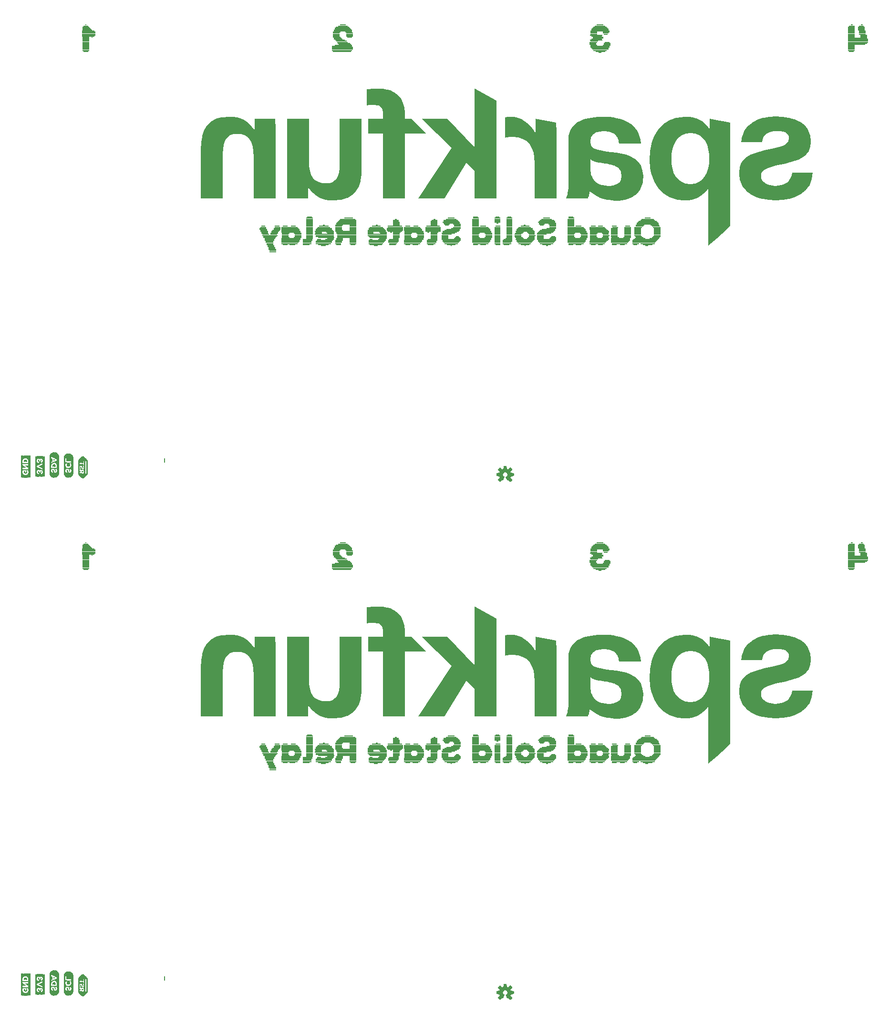
<source format=gbo>
G04 EAGLE Gerber RS-274X export*
G75*
%MOMM*%
%FSLAX34Y34*%
%LPD*%
%INSilkscreen Bottom*%
%IPPOS*%
%AMOC8*
5,1,8,0,0,1.08239X$1,22.5*%
G01*
%ADD10C,0.203200*%
%ADD11R,0.900000X0.180000*%
%ADD12R,0.720000X0.180000*%
%ADD13R,1.080000X0.180000*%
%ADD14R,1.260000X0.180000*%
%ADD15R,1.620000X0.180000*%
%ADD16R,2.160000X0.180000*%
%ADD17R,1.980000X0.180000*%
%ADD18R,0.360000X0.180000*%
%ADD19R,2.700000X0.180000*%
%ADD20R,2.520000X0.180000*%
%ADD21R,3.060000X0.180000*%
%ADD22R,3.240000X0.180000*%
%ADD23R,2.880000X0.180000*%
%ADD24R,3.600000X0.180000*%
%ADD25R,3.420000X0.180000*%
%ADD26R,3.960000X0.180000*%
%ADD27R,1.440000X0.180000*%
%ADD28R,2.340000X0.180000*%
%ADD29R,1.800000X0.180000*%
%ADD30R,3.780000X0.180000*%
%ADD31R,0.540000X0.180000*%
%ADD32R,4.500000X0.180000*%
%ADD33R,4.320000X0.180000*%
%ADD34R,4.140000X0.180000*%
%ADD35R,0.180000X0.180000*%
%ADD36R,0.040000X3.880000*%
%ADD37R,0.040000X0.840000*%
%ADD38R,0.040000X2.800000*%
%ADD39R,0.040000X0.760000*%
%ADD40R,0.040000X0.320000*%
%ADD41R,0.040000X0.480000*%
%ADD42R,0.040000X0.160000*%
%ADD43R,0.040000X0.680000*%
%ADD44R,0.040000X0.200000*%
%ADD45R,0.040000X0.400000*%
%ADD46R,0.040000X0.120000*%
%ADD47R,0.040000X0.640000*%
%ADD48R,0.040000X0.360000*%
%ADD49R,0.040000X0.560000*%
%ADD50R,0.040000X0.600000*%
%ADD51R,0.040000X0.520000*%
%ADD52R,0.040000X0.280000*%
%ADD53R,0.040000X0.240000*%
%ADD54R,0.040000X0.720000*%
%ADD55R,0.040000X0.440000*%
%ADD56R,0.040000X0.040000*%
%ADD57R,0.040000X0.080000*%
%ADD58R,0.040000X0.800000*%
%ADD59R,0.040000X3.640000*%
%ADD60R,0.040000X1.800000*%
%ADD61R,0.040000X0.880000*%
%ADD62R,0.040000X3.080000*%
%ADD63R,0.040000X3.320000*%
%ADD64R,0.040000X3.480000*%
%ADD65R,0.040000X3.720000*%
%ADD66R,0.040000X3.800000*%
%ADD67R,0.040000X0.960000*%
%ADD68R,0.040000X1.240000*%
%ADD69R,0.040000X1.280000*%
%ADD70R,0.040000X1.320000*%
%ADD71R,0.040000X0.920000*%
%ADD72R,0.040000X1.000000*%
%ADD73R,0.040000X1.080000*%
%ADD74R,0.040000X3.560000*%
%ADD75R,0.040000X3.960000*%
%ADD76R,0.040000X4.040000*%
%ADD77R,0.040000X4.120000*%
%ADD78R,0.040000X3.040000*%
%ADD79R,0.040000X1.160000*%
%ADD80R,0.040000X1.120000*%
%ADD81R,0.040000X1.040000*%
%ADD82R,0.040000X1.360000*%
%ADD83R,0.040000X2.520000*%
%ADD84R,0.040000X2.600000*%
%ADD85R,0.040000X2.760000*%
%ADD86R,0.040000X2.840000*%
%ADD87R,0.040000X3.400000*%
%ADD88R,0.040000X2.920000*%

G36*
X1288007Y1351248D02*
X1288007Y1351248D01*
X1288033Y1351243D01*
X1292833Y1355543D01*
X1297733Y1359843D01*
X1302533Y1364143D01*
X1307333Y1368443D01*
X1312233Y1372743D01*
X1312233Y1372744D01*
X1317033Y1377143D01*
X1321933Y1381443D01*
X1326733Y1385743D01*
X1326738Y1385772D01*
X1326749Y1385780D01*
X1326749Y1569880D01*
X1326713Y1569927D01*
X1326710Y1569925D01*
X1326708Y1569929D01*
X1312908Y1572329D01*
X1308309Y1573128D01*
X1303709Y1574028D01*
X1303708Y1574029D01*
X1289908Y1576429D01*
X1289856Y1576401D01*
X1289862Y1576389D01*
X1289851Y1576380D01*
X1289851Y1558429D01*
X1289625Y1558429D01*
X1285840Y1563709D01*
X1285835Y1563710D01*
X1285836Y1563714D01*
X1281536Y1568214D01*
X1281531Y1568215D01*
X1281531Y1568218D01*
X1276831Y1572018D01*
X1276825Y1572019D01*
X1276825Y1572023D01*
X1271625Y1575023D01*
X1271620Y1575022D01*
X1271619Y1575025D01*
X1266119Y1577325D01*
X1266114Y1577324D01*
X1266113Y1577328D01*
X1260213Y1578928D01*
X1260209Y1578926D01*
X1260208Y1578929D01*
X1254108Y1579929D01*
X1254104Y1579927D01*
X1254102Y1579929D01*
X1247602Y1580229D01*
X1247601Y1580228D01*
X1247600Y1580229D01*
X1245600Y1580229D01*
X1245596Y1580227D01*
X1245594Y1580229D01*
X1232194Y1578629D01*
X1232191Y1578626D01*
X1232189Y1578628D01*
X1230389Y1578228D01*
X1230386Y1578224D01*
X1230383Y1578226D01*
X1218983Y1574026D01*
X1218980Y1574022D01*
X1218977Y1574023D01*
X1217477Y1573223D01*
X1217475Y1573220D01*
X1217473Y1573221D01*
X1207873Y1566821D01*
X1207871Y1566816D01*
X1207867Y1566816D01*
X1206667Y1565716D01*
X1206666Y1565713D01*
X1206664Y1565713D01*
X1198964Y1557313D01*
X1198963Y1557310D01*
X1198961Y1557310D01*
X1197961Y1556010D01*
X1197961Y1556005D01*
X1197957Y1556005D01*
X1192157Y1546005D01*
X1192158Y1546003D01*
X1192157Y1546003D01*
X1191357Y1544503D01*
X1191357Y1544501D01*
X1191357Y1544498D01*
X1191354Y1544497D01*
X1187254Y1533097D01*
X1187255Y1533093D01*
X1187252Y1533092D01*
X1186852Y1531492D01*
X1186853Y1531490D01*
X1186852Y1531489D01*
X1184452Y1519189D01*
X1184452Y1519188D01*
X1184451Y1519188D01*
X1184151Y1517288D01*
X1184153Y1517284D01*
X1184151Y1517283D01*
X1183451Y1504383D01*
X1183484Y1504333D01*
X1183494Y1504340D01*
X1183501Y1504331D01*
X1183551Y1504332D01*
X1183551Y1502580D01*
X1183552Y1502578D01*
X1183551Y1502576D01*
X1184451Y1490376D01*
X1184453Y1490374D01*
X1184452Y1490371D01*
X1184752Y1488671D01*
X1184753Y1488670D01*
X1184752Y1488669D01*
X1187352Y1477069D01*
X1187354Y1477067D01*
X1187353Y1477065D01*
X1187853Y1475465D01*
X1187855Y1475464D01*
X1187854Y1475462D01*
X1192154Y1464762D01*
X1192158Y1464760D01*
X1192157Y1464757D01*
X1192957Y1463257D01*
X1192959Y1463256D01*
X1192959Y1463254D01*
X1198959Y1453854D01*
X1198962Y1453852D01*
X1198961Y1453850D01*
X1199961Y1452550D01*
X1199965Y1452549D01*
X1199965Y1452546D01*
X1207665Y1444646D01*
X1207669Y1444645D01*
X1207668Y1444642D01*
X1208868Y1443642D01*
X1208873Y1443642D01*
X1208873Y1443639D01*
X1218273Y1437539D01*
X1218278Y1437539D01*
X1218279Y1437535D01*
X1219779Y1436835D01*
X1219783Y1436836D01*
X1219784Y1436833D01*
X1230884Y1433033D01*
X1230889Y1433035D01*
X1230890Y1433035D01*
X1230891Y1433032D01*
X1232591Y1432732D01*
X1232594Y1432733D01*
X1232595Y1432731D01*
X1245495Y1431531D01*
X1245500Y1431534D01*
X1245502Y1431531D01*
X1251802Y1431831D01*
X1251806Y1431834D01*
X1251808Y1431831D01*
X1258008Y1432831D01*
X1258011Y1432835D01*
X1258014Y1432833D01*
X1263914Y1434533D01*
X1263916Y1434536D01*
X1263919Y1434535D01*
X1269519Y1436935D01*
X1269522Y1436939D01*
X1269525Y1436937D01*
X1274725Y1439937D01*
X1274727Y1439942D01*
X1274730Y1439941D01*
X1279530Y1443641D01*
X1279531Y1443645D01*
X1279534Y1443644D01*
X1283934Y1447844D01*
X1283935Y1447849D01*
X1283939Y1447849D01*
X1287824Y1452731D01*
X1287951Y1452731D01*
X1287951Y1351280D01*
X1287958Y1351270D01*
X1287956Y1351258D01*
X1287969Y1351256D01*
X1287987Y1351233D01*
X1288007Y1351248D01*
G37*
G36*
X1288007Y431768D02*
X1288007Y431768D01*
X1288033Y431763D01*
X1292833Y436063D01*
X1297733Y440363D01*
X1302533Y444663D01*
X1307333Y448963D01*
X1312233Y453263D01*
X1312233Y453264D01*
X1317033Y457663D01*
X1321933Y461963D01*
X1326733Y466263D01*
X1326738Y466292D01*
X1326749Y466300D01*
X1326749Y650400D01*
X1326713Y650447D01*
X1326710Y650445D01*
X1326708Y650449D01*
X1312908Y652849D01*
X1308309Y653648D01*
X1303709Y654548D01*
X1303708Y654549D01*
X1289908Y656949D01*
X1289856Y656921D01*
X1289862Y656909D01*
X1289851Y656900D01*
X1289851Y638949D01*
X1289625Y638949D01*
X1285840Y644229D01*
X1285835Y644230D01*
X1285836Y644234D01*
X1281536Y648734D01*
X1281531Y648735D01*
X1281531Y648738D01*
X1276831Y652538D01*
X1276825Y652539D01*
X1276825Y652543D01*
X1271625Y655543D01*
X1271620Y655542D01*
X1271619Y655545D01*
X1266119Y657845D01*
X1266114Y657844D01*
X1266113Y657848D01*
X1260213Y659448D01*
X1260209Y659446D01*
X1260208Y659449D01*
X1254108Y660449D01*
X1254104Y660447D01*
X1254102Y660449D01*
X1247602Y660749D01*
X1247601Y660748D01*
X1247600Y660749D01*
X1245600Y660749D01*
X1245596Y660747D01*
X1245594Y660749D01*
X1232194Y659149D01*
X1232191Y659146D01*
X1232189Y659148D01*
X1230389Y658748D01*
X1230386Y658744D01*
X1230383Y658746D01*
X1218983Y654546D01*
X1218980Y654542D01*
X1218977Y654543D01*
X1217477Y653743D01*
X1217475Y653740D01*
X1217473Y653741D01*
X1207873Y647341D01*
X1207871Y647336D01*
X1207867Y647336D01*
X1206667Y646236D01*
X1206666Y646233D01*
X1206664Y646233D01*
X1198964Y637833D01*
X1198963Y637830D01*
X1198961Y637830D01*
X1197961Y636530D01*
X1197961Y636525D01*
X1197957Y636525D01*
X1192157Y626525D01*
X1192158Y626523D01*
X1192157Y626523D01*
X1191357Y625023D01*
X1191357Y625021D01*
X1191357Y625018D01*
X1191354Y625017D01*
X1187254Y613617D01*
X1187255Y613613D01*
X1187252Y613612D01*
X1186852Y612012D01*
X1186853Y612010D01*
X1186852Y612009D01*
X1184452Y599709D01*
X1184452Y599708D01*
X1184451Y599708D01*
X1184151Y597808D01*
X1184153Y597804D01*
X1184151Y597803D01*
X1183451Y584903D01*
X1183484Y584853D01*
X1183494Y584860D01*
X1183501Y584851D01*
X1183551Y584852D01*
X1183551Y583100D01*
X1183552Y583098D01*
X1183551Y583096D01*
X1184451Y570896D01*
X1184453Y570894D01*
X1184452Y570891D01*
X1184752Y569191D01*
X1184753Y569190D01*
X1184752Y569189D01*
X1187352Y557589D01*
X1187354Y557587D01*
X1187353Y557585D01*
X1187853Y555985D01*
X1187855Y555984D01*
X1187854Y555982D01*
X1192154Y545282D01*
X1192158Y545280D01*
X1192157Y545277D01*
X1192957Y543777D01*
X1192959Y543776D01*
X1192959Y543774D01*
X1198959Y534374D01*
X1198962Y534372D01*
X1198961Y534370D01*
X1199961Y533070D01*
X1199965Y533069D01*
X1199965Y533066D01*
X1207665Y525166D01*
X1207669Y525165D01*
X1207668Y525162D01*
X1208868Y524162D01*
X1208873Y524162D01*
X1208873Y524159D01*
X1218273Y518059D01*
X1218278Y518059D01*
X1218279Y518055D01*
X1219779Y517355D01*
X1219783Y517356D01*
X1219784Y517353D01*
X1230884Y513553D01*
X1230889Y513555D01*
X1230890Y513555D01*
X1230891Y513552D01*
X1232591Y513252D01*
X1232594Y513253D01*
X1232595Y513251D01*
X1245495Y512051D01*
X1245500Y512054D01*
X1245502Y512051D01*
X1251802Y512351D01*
X1251806Y512354D01*
X1251808Y512351D01*
X1258008Y513351D01*
X1258011Y513355D01*
X1258014Y513353D01*
X1263914Y515053D01*
X1263916Y515056D01*
X1263919Y515055D01*
X1269519Y517455D01*
X1269522Y517459D01*
X1269525Y517457D01*
X1274725Y520457D01*
X1274727Y520462D01*
X1274730Y520461D01*
X1279530Y524161D01*
X1279531Y524165D01*
X1279534Y524164D01*
X1283934Y528364D01*
X1283935Y528369D01*
X1283939Y528369D01*
X1287824Y533251D01*
X1287951Y533251D01*
X1287951Y431800D01*
X1287958Y431790D01*
X1287956Y431778D01*
X1287969Y431776D01*
X1287987Y431753D01*
X1288007Y431768D01*
G37*
G36*
X1129303Y1431233D02*
X1129303Y1431233D01*
X1129304Y1431231D01*
X1134104Y1431631D01*
X1134107Y1431633D01*
X1134108Y1431631D01*
X1138808Y1432431D01*
X1138811Y1432434D01*
X1138813Y1432433D01*
X1143213Y1433633D01*
X1143214Y1433634D01*
X1143216Y1433633D01*
X1147416Y1435033D01*
X1147418Y1435036D01*
X1147420Y1435035D01*
X1151420Y1436835D01*
X1151422Y1436839D01*
X1151425Y1436837D01*
X1155025Y1438937D01*
X1155026Y1438941D01*
X1155028Y1438940D01*
X1158428Y1441340D01*
X1158430Y1441344D01*
X1158433Y1441343D01*
X1161533Y1444143D01*
X1161534Y1444148D01*
X1161537Y1444148D01*
X1164237Y1447248D01*
X1164237Y1447252D01*
X1164241Y1447252D01*
X1166641Y1450752D01*
X1166640Y1450757D01*
X1166644Y1450757D01*
X1168644Y1454557D01*
X1168643Y1454561D01*
X1168645Y1454562D01*
X1168646Y1454562D01*
X1170246Y1458762D01*
X1170245Y1458767D01*
X1170248Y1458768D01*
X1171348Y1463268D01*
X1171346Y1463272D01*
X1171349Y1463273D01*
X1172049Y1468173D01*
X1172047Y1468176D01*
X1172049Y1468177D01*
X1172349Y1473377D01*
X1172348Y1473379D01*
X1172349Y1473380D01*
X1172349Y1474880D01*
X1172347Y1474884D01*
X1172349Y1474886D01*
X1171249Y1484286D01*
X1171243Y1484292D01*
X1171247Y1484296D01*
X1168147Y1493196D01*
X1168139Y1493201D01*
X1168141Y1493207D01*
X1163441Y1500207D01*
X1163432Y1500211D01*
X1163432Y1500217D01*
X1157232Y1505617D01*
X1157225Y1505618D01*
X1157224Y1505623D01*
X1150024Y1509723D01*
X1150019Y1509722D01*
X1150017Y1509726D01*
X1142017Y1512726D01*
X1142013Y1512725D01*
X1142012Y1512728D01*
X1133412Y1514828D01*
X1133409Y1514827D01*
X1133408Y1514829D01*
X1124608Y1516329D01*
X1124607Y1516328D01*
X1124606Y1516329D01*
X1115806Y1517429D01*
X1107406Y1518429D01*
X1099509Y1519528D01*
X1092514Y1521227D01*
X1086622Y1523225D01*
X1082135Y1526116D01*
X1079447Y1529999D01*
X1078649Y1535183D01*
X1078749Y1538075D01*
X1079148Y1540670D01*
X1079747Y1542965D01*
X1080544Y1545058D01*
X1081640Y1546851D01*
X1082936Y1548346D01*
X1084431Y1549741D01*
X1086025Y1550837D01*
X1087821Y1551735D01*
X1089716Y1552533D01*
X1091811Y1553132D01*
X1094008Y1553531D01*
X1096306Y1553831D01*
X1098603Y1554131D01*
X1106397Y1554131D01*
X1108994Y1553831D01*
X1111491Y1553432D01*
X1113787Y1552932D01*
X1115982Y1552234D01*
X1117978Y1551336D01*
X1119875Y1550337D01*
X1121570Y1549241D01*
X1123065Y1547846D01*
X1124462Y1546249D01*
X1125758Y1544554D01*
X1126755Y1542559D01*
X1127654Y1540463D01*
X1128352Y1538068D01*
X1128851Y1535572D01*
X1129251Y1532873D01*
X1129294Y1532831D01*
X1129297Y1532835D01*
X1129300Y1532831D01*
X1168000Y1532831D01*
X1168047Y1532867D01*
X1168046Y1532869D01*
X1168047Y1532869D01*
X1168041Y1532878D01*
X1168049Y1532886D01*
X1167249Y1539286D01*
X1167246Y1539289D01*
X1167248Y1539291D01*
X1165848Y1545191D01*
X1165844Y1545194D01*
X1165846Y1545197D01*
X1163846Y1550597D01*
X1163841Y1550600D01*
X1163843Y1550604D01*
X1161143Y1555404D01*
X1161139Y1555406D01*
X1161140Y1555408D01*
X1158040Y1559808D01*
X1158035Y1559810D01*
X1158036Y1559814D01*
X1154436Y1563614D01*
X1154431Y1563615D01*
X1154431Y1563618D01*
X1150331Y1567018D01*
X1150327Y1567018D01*
X1150327Y1567021D01*
X1145927Y1569921D01*
X1145924Y1569921D01*
X1145923Y1569923D01*
X1141123Y1572523D01*
X1141120Y1572523D01*
X1141119Y1572526D01*
X1136019Y1574626D01*
X1136016Y1574625D01*
X1136015Y1574627D01*
X1130615Y1576327D01*
X1130613Y1576326D01*
X1130612Y1576328D01*
X1125112Y1577728D01*
X1125110Y1577727D01*
X1125109Y1577728D01*
X1119409Y1578828D01*
X1119407Y1578827D01*
X1119406Y1578829D01*
X1113506Y1579529D01*
X1113504Y1579528D01*
X1113503Y1579529D01*
X1107603Y1579929D01*
X1107601Y1579928D01*
X1107600Y1579929D01*
X1096300Y1579929D01*
X1096298Y1579928D01*
X1096297Y1579929D01*
X1090897Y1579629D01*
X1090896Y1579628D01*
X1090895Y1579629D01*
X1085495Y1579129D01*
X1085494Y1579129D01*
X1085494Y1579128D01*
X1085494Y1579129D01*
X1080094Y1578429D01*
X1080092Y1578427D01*
X1080091Y1578428D01*
X1074891Y1577428D01*
X1074890Y1577427D01*
X1074889Y1577428D01*
X1069689Y1576228D01*
X1069687Y1576225D01*
X1069685Y1576227D01*
X1064785Y1574627D01*
X1064783Y1574624D01*
X1064780Y1574625D01*
X1060180Y1572625D01*
X1060179Y1572622D01*
X1060176Y1572623D01*
X1055776Y1570223D01*
X1055775Y1570219D01*
X1055771Y1570220D01*
X1051871Y1567420D01*
X1051870Y1567416D01*
X1051867Y1567416D01*
X1048367Y1564216D01*
X1048366Y1564210D01*
X1048361Y1564210D01*
X1045461Y1560410D01*
X1045461Y1560405D01*
X1045457Y1560405D01*
X1042957Y1556105D01*
X1042958Y1556099D01*
X1042954Y1556097D01*
X1041154Y1551297D01*
X1041156Y1551292D01*
X1041152Y1551290D01*
X1040052Y1545890D01*
X1040054Y1545885D01*
X1040051Y1545883D01*
X1039651Y1539883D01*
X1039652Y1539881D01*
X1039651Y1539880D01*
X1039651Y1461681D01*
X1039551Y1459282D01*
X1039552Y1459281D01*
X1039551Y1459280D01*
X1039551Y1456981D01*
X1039451Y1454683D01*
X1039251Y1452386D01*
X1038951Y1450287D01*
X1038651Y1448088D01*
X1038252Y1446090D01*
X1038252Y1446088D01*
X1038251Y1446088D01*
X1037952Y1444189D01*
X1037552Y1442292D01*
X1037053Y1440594D01*
X1037053Y1440592D01*
X1037052Y1440592D01*
X1036653Y1438996D01*
X1036055Y1437599D01*
X1035456Y1436302D01*
X1034856Y1435102D01*
X1034857Y1435097D01*
X1034853Y1435093D01*
X1034859Y1435085D01*
X1034867Y1435044D01*
X1034887Y1435047D01*
X1034900Y1435031D01*
X1074100Y1435031D01*
X1074140Y1435061D01*
X1074146Y1435063D01*
X1074446Y1435863D01*
X1074446Y1435864D01*
X1074447Y1435864D01*
X1074746Y1436763D01*
X1075346Y1438363D01*
X1075346Y1438364D01*
X1075347Y1438364D01*
X1075647Y1439264D01*
X1075646Y1439267D01*
X1075648Y1439268D01*
X1075848Y1440068D01*
X1075847Y1440069D01*
X1075848Y1440069D01*
X1076048Y1440968D01*
X1076248Y1441768D01*
X1076247Y1441769D01*
X1076248Y1441769D01*
X1076448Y1442669D01*
X1076446Y1442673D01*
X1076449Y1442675D01*
X1076549Y1443575D01*
X1076649Y1444474D01*
X1076749Y1445274D01*
X1076747Y1445278D01*
X1076749Y1445280D01*
X1076749Y1446177D01*
X1076849Y1447075D01*
X1076847Y1447078D01*
X1076849Y1447080D01*
X1076849Y1447877D01*
X1076938Y1448673D01*
X1079165Y1446445D01*
X1079168Y1446445D01*
X1079168Y1446442D01*
X1081668Y1444342D01*
X1081671Y1444342D01*
X1081671Y1444340D01*
X1084271Y1442440D01*
X1084273Y1442440D01*
X1084273Y1442439D01*
X1086973Y1440639D01*
X1086975Y1440639D01*
X1086976Y1440637D01*
X1089776Y1439037D01*
X1089778Y1439038D01*
X1089778Y1439036D01*
X1092578Y1437636D01*
X1092580Y1437636D01*
X1092580Y1437635D01*
X1095580Y1436335D01*
X1095583Y1436335D01*
X1095583Y1436334D01*
X1098583Y1435234D01*
X1098585Y1435234D01*
X1098585Y1435233D01*
X1101685Y1434233D01*
X1101687Y1434234D01*
X1101688Y1434232D01*
X1104788Y1433432D01*
X1104789Y1433433D01*
X1104789Y1433432D01*
X1107989Y1432732D01*
X1107992Y1432733D01*
X1107992Y1432731D01*
X1111192Y1432231D01*
X1111194Y1432232D01*
X1111194Y1432231D01*
X1117794Y1431431D01*
X1117796Y1431432D01*
X1117797Y1431431D01*
X1120997Y1431231D01*
X1120999Y1431232D01*
X1121000Y1431231D01*
X1129300Y1431231D01*
X1129303Y1431233D01*
G37*
G36*
X1129303Y511753D02*
X1129303Y511753D01*
X1129304Y511751D01*
X1134104Y512151D01*
X1134107Y512153D01*
X1134108Y512151D01*
X1138808Y512951D01*
X1138811Y512954D01*
X1138813Y512953D01*
X1143213Y514153D01*
X1143214Y514154D01*
X1143216Y514153D01*
X1147416Y515553D01*
X1147418Y515556D01*
X1147420Y515555D01*
X1151420Y517355D01*
X1151422Y517359D01*
X1151425Y517357D01*
X1155025Y519457D01*
X1155026Y519461D01*
X1155028Y519460D01*
X1158428Y521860D01*
X1158430Y521864D01*
X1158433Y521863D01*
X1161533Y524663D01*
X1161534Y524668D01*
X1161537Y524668D01*
X1164237Y527768D01*
X1164237Y527772D01*
X1164241Y527772D01*
X1166641Y531272D01*
X1166640Y531277D01*
X1166644Y531277D01*
X1168644Y535077D01*
X1168643Y535081D01*
X1168645Y535082D01*
X1168646Y535082D01*
X1170246Y539282D01*
X1170245Y539287D01*
X1170248Y539288D01*
X1171348Y543788D01*
X1171346Y543792D01*
X1171349Y543793D01*
X1172049Y548693D01*
X1172047Y548696D01*
X1172049Y548697D01*
X1172349Y553897D01*
X1172348Y553899D01*
X1172349Y553900D01*
X1172349Y555400D01*
X1172347Y555404D01*
X1172349Y555406D01*
X1171249Y564806D01*
X1171243Y564812D01*
X1171247Y564816D01*
X1168147Y573716D01*
X1168139Y573721D01*
X1168141Y573727D01*
X1163441Y580727D01*
X1163432Y580731D01*
X1163432Y580737D01*
X1157232Y586137D01*
X1157225Y586138D01*
X1157224Y586143D01*
X1150024Y590243D01*
X1150019Y590242D01*
X1150017Y590246D01*
X1142017Y593246D01*
X1142013Y593245D01*
X1142012Y593248D01*
X1133412Y595348D01*
X1133409Y595347D01*
X1133408Y595349D01*
X1124608Y596849D01*
X1124607Y596848D01*
X1124606Y596849D01*
X1115806Y597949D01*
X1107406Y598949D01*
X1099509Y600048D01*
X1092514Y601747D01*
X1086622Y603745D01*
X1082135Y606636D01*
X1079447Y610519D01*
X1078649Y615703D01*
X1078749Y618595D01*
X1079148Y621190D01*
X1079747Y623485D01*
X1080544Y625578D01*
X1081640Y627371D01*
X1082936Y628866D01*
X1084431Y630261D01*
X1086025Y631357D01*
X1087821Y632255D01*
X1089716Y633053D01*
X1091811Y633652D01*
X1094008Y634051D01*
X1096306Y634351D01*
X1098603Y634651D01*
X1106397Y634651D01*
X1108994Y634351D01*
X1111491Y633952D01*
X1113787Y633452D01*
X1115982Y632754D01*
X1117978Y631856D01*
X1119875Y630857D01*
X1121570Y629761D01*
X1123065Y628366D01*
X1124462Y626769D01*
X1125758Y625074D01*
X1126755Y623079D01*
X1127654Y620983D01*
X1128352Y618588D01*
X1128851Y616092D01*
X1129251Y613393D01*
X1129294Y613351D01*
X1129297Y613355D01*
X1129300Y613351D01*
X1168000Y613351D01*
X1168047Y613387D01*
X1168046Y613389D01*
X1168047Y613389D01*
X1168041Y613398D01*
X1168049Y613406D01*
X1167249Y619806D01*
X1167246Y619809D01*
X1167248Y619811D01*
X1165848Y625711D01*
X1165844Y625714D01*
X1165846Y625717D01*
X1163846Y631117D01*
X1163841Y631120D01*
X1163843Y631124D01*
X1161143Y635924D01*
X1161139Y635926D01*
X1161140Y635928D01*
X1158040Y640328D01*
X1158035Y640330D01*
X1158036Y640334D01*
X1154436Y644134D01*
X1154431Y644135D01*
X1154431Y644138D01*
X1150331Y647538D01*
X1150327Y647538D01*
X1150327Y647541D01*
X1145927Y650441D01*
X1145924Y650441D01*
X1145923Y650443D01*
X1141123Y653043D01*
X1141120Y653043D01*
X1141119Y653046D01*
X1136019Y655146D01*
X1136016Y655145D01*
X1136015Y655147D01*
X1130615Y656847D01*
X1130613Y656846D01*
X1130612Y656848D01*
X1125112Y658248D01*
X1125110Y658247D01*
X1125109Y658248D01*
X1119409Y659348D01*
X1119407Y659347D01*
X1119406Y659349D01*
X1113506Y660049D01*
X1113504Y660048D01*
X1113503Y660049D01*
X1107603Y660449D01*
X1107601Y660448D01*
X1107600Y660449D01*
X1096300Y660449D01*
X1096298Y660448D01*
X1096297Y660449D01*
X1090897Y660149D01*
X1090896Y660148D01*
X1090895Y660149D01*
X1085495Y659649D01*
X1085494Y659649D01*
X1085494Y659648D01*
X1085494Y659649D01*
X1080094Y658949D01*
X1080092Y658947D01*
X1080091Y658948D01*
X1074891Y657948D01*
X1074890Y657947D01*
X1074889Y657948D01*
X1069689Y656748D01*
X1069687Y656745D01*
X1069685Y656747D01*
X1064785Y655147D01*
X1064783Y655144D01*
X1064780Y655145D01*
X1060180Y653145D01*
X1060179Y653142D01*
X1060176Y653143D01*
X1055776Y650743D01*
X1055775Y650739D01*
X1055771Y650740D01*
X1051871Y647940D01*
X1051870Y647936D01*
X1051867Y647936D01*
X1048367Y644736D01*
X1048366Y644730D01*
X1048361Y644730D01*
X1045461Y640930D01*
X1045461Y640925D01*
X1045457Y640925D01*
X1042957Y636625D01*
X1042958Y636619D01*
X1042954Y636617D01*
X1041154Y631817D01*
X1041156Y631812D01*
X1041152Y631810D01*
X1040052Y626410D01*
X1040054Y626405D01*
X1040051Y626403D01*
X1039651Y620403D01*
X1039652Y620401D01*
X1039651Y620400D01*
X1039651Y542201D01*
X1039551Y539802D01*
X1039552Y539801D01*
X1039551Y539800D01*
X1039551Y537501D01*
X1039451Y535203D01*
X1039251Y532906D01*
X1038951Y530807D01*
X1038651Y528608D01*
X1038252Y526610D01*
X1038252Y526608D01*
X1038251Y526608D01*
X1037952Y524709D01*
X1037552Y522812D01*
X1037053Y521114D01*
X1037053Y521112D01*
X1037052Y521112D01*
X1036653Y519516D01*
X1036055Y518119D01*
X1035456Y516822D01*
X1034856Y515622D01*
X1034857Y515617D01*
X1034853Y515613D01*
X1034859Y515605D01*
X1034867Y515564D01*
X1034887Y515567D01*
X1034900Y515551D01*
X1074100Y515551D01*
X1074140Y515581D01*
X1074146Y515583D01*
X1074446Y516383D01*
X1074446Y516384D01*
X1074447Y516384D01*
X1074746Y517283D01*
X1075346Y518883D01*
X1075346Y518884D01*
X1075347Y518884D01*
X1075647Y519784D01*
X1075646Y519787D01*
X1075648Y519788D01*
X1075848Y520588D01*
X1075847Y520589D01*
X1075848Y520589D01*
X1076048Y521488D01*
X1076248Y522288D01*
X1076247Y522289D01*
X1076248Y522289D01*
X1076448Y523189D01*
X1076446Y523193D01*
X1076449Y523195D01*
X1076549Y524095D01*
X1076649Y524994D01*
X1076749Y525794D01*
X1076747Y525798D01*
X1076749Y525800D01*
X1076749Y526697D01*
X1076849Y527595D01*
X1076847Y527598D01*
X1076849Y527600D01*
X1076849Y528397D01*
X1076938Y529193D01*
X1079165Y526965D01*
X1079168Y526965D01*
X1079168Y526962D01*
X1081668Y524862D01*
X1081671Y524862D01*
X1081671Y524860D01*
X1084271Y522960D01*
X1084273Y522960D01*
X1084273Y522959D01*
X1086973Y521159D01*
X1086975Y521159D01*
X1086976Y521157D01*
X1089776Y519557D01*
X1089778Y519558D01*
X1089778Y519556D01*
X1092578Y518156D01*
X1092580Y518156D01*
X1092580Y518155D01*
X1095580Y516855D01*
X1095583Y516855D01*
X1095583Y516854D01*
X1098583Y515754D01*
X1098585Y515754D01*
X1098585Y515753D01*
X1101685Y514753D01*
X1101687Y514754D01*
X1101688Y514752D01*
X1104788Y513952D01*
X1104789Y513953D01*
X1104789Y513952D01*
X1107989Y513252D01*
X1107992Y513253D01*
X1107992Y513251D01*
X1111192Y512751D01*
X1111194Y512752D01*
X1111194Y512751D01*
X1117794Y511951D01*
X1117796Y511952D01*
X1117797Y511951D01*
X1120997Y511751D01*
X1120999Y511752D01*
X1121000Y511751D01*
X1129300Y511751D01*
X1129303Y511753D01*
G37*
G36*
X819629Y1435353D02*
X819629Y1435353D01*
X819642Y1435354D01*
X858310Y1498302D01*
X873251Y1483859D01*
X873251Y1435380D01*
X873287Y1435333D01*
X873294Y1435338D01*
X873300Y1435331D01*
X912100Y1435331D01*
X912147Y1435367D01*
X912142Y1435374D01*
X912149Y1435380D01*
X912149Y1608880D01*
X912125Y1608912D01*
X912124Y1608923D01*
X873324Y1630123D01*
X873317Y1630122D01*
X873313Y1630127D01*
X873304Y1630120D01*
X873265Y1630114D01*
X873268Y1630093D01*
X873251Y1630080D01*
X873251Y1525702D01*
X824536Y1576414D01*
X824508Y1576418D01*
X824500Y1576429D01*
X778700Y1576429D01*
X778689Y1576421D01*
X778675Y1576423D01*
X778674Y1576409D01*
X778653Y1576393D01*
X778669Y1576372D01*
X778666Y1576345D01*
X831836Y1524473D01*
X772659Y1435407D01*
X772660Y1435399D01*
X772653Y1435393D01*
X772661Y1435383D01*
X772663Y1435348D01*
X772686Y1435349D01*
X772700Y1435331D01*
X819600Y1435331D01*
X819629Y1435353D01*
G37*
G36*
X819629Y515873D02*
X819629Y515873D01*
X819642Y515874D01*
X858310Y578822D01*
X873251Y564379D01*
X873251Y515900D01*
X873287Y515853D01*
X873294Y515858D01*
X873300Y515851D01*
X912100Y515851D01*
X912147Y515887D01*
X912142Y515894D01*
X912149Y515900D01*
X912149Y689400D01*
X912125Y689432D01*
X912124Y689443D01*
X873324Y710643D01*
X873317Y710642D01*
X873313Y710647D01*
X873304Y710640D01*
X873265Y710634D01*
X873268Y710613D01*
X873251Y710600D01*
X873251Y606222D01*
X824536Y656934D01*
X824508Y656938D01*
X824500Y656949D01*
X778700Y656949D01*
X778689Y656941D01*
X778675Y656943D01*
X778674Y656929D01*
X778653Y656913D01*
X778669Y656892D01*
X778666Y656865D01*
X831836Y604993D01*
X772659Y515927D01*
X772660Y515919D01*
X772653Y515913D01*
X772661Y515903D01*
X772663Y515868D01*
X772686Y515869D01*
X772700Y515851D01*
X819600Y515851D01*
X819629Y515873D01*
G37*
G36*
X425947Y515887D02*
X425947Y515887D01*
X425942Y515894D01*
X425949Y515900D01*
X425949Y595499D01*
X426349Y603695D01*
X427348Y610690D01*
X429046Y616682D01*
X431541Y621572D01*
X434932Y625262D01*
X439221Y627955D01*
X444510Y629651D01*
X450800Y630151D01*
X458091Y629551D01*
X464281Y627854D01*
X469469Y624961D01*
X473560Y620670D01*
X476755Y615180D01*
X478952Y608189D01*
X480251Y599795D01*
X480651Y589799D01*
X480651Y515900D01*
X480687Y515853D01*
X480694Y515858D01*
X480700Y515851D01*
X519500Y515851D01*
X519547Y515887D01*
X519542Y515894D01*
X519549Y515900D01*
X519549Y639300D01*
X519549Y639301D01*
X519149Y656901D01*
X519112Y656948D01*
X519105Y656942D01*
X519100Y656949D01*
X482300Y656949D01*
X482253Y656913D01*
X482258Y656906D01*
X482251Y656900D01*
X482251Y637349D01*
X481825Y637349D01*
X477840Y642929D01*
X477835Y642930D01*
X477836Y642934D01*
X473336Y647734D01*
X473331Y647735D01*
X473331Y647738D01*
X468231Y651838D01*
X468226Y651839D01*
X468226Y651842D01*
X462826Y655142D01*
X462820Y655142D01*
X462820Y655145D01*
X457020Y657645D01*
X457015Y657644D01*
X457013Y657647D01*
X451013Y659347D01*
X451010Y659346D01*
X451009Y659348D01*
X444909Y660448D01*
X444905Y660446D01*
X444903Y660449D01*
X444902Y660449D01*
X438702Y660749D01*
X438701Y660748D01*
X438700Y660749D01*
X436800Y660749D01*
X436798Y660747D01*
X436796Y660749D01*
X424696Y659749D01*
X424693Y659747D01*
X424691Y659748D01*
X423091Y659448D01*
X423089Y659446D01*
X423086Y659447D01*
X413286Y656647D01*
X413284Y656644D01*
X413281Y656645D01*
X412081Y656145D01*
X412079Y656141D01*
X412075Y656143D01*
X404275Y651643D01*
X404272Y651634D01*
X404265Y651635D01*
X397465Y644835D01*
X397464Y644826D01*
X397457Y644825D01*
X392557Y636425D01*
X392558Y636420D01*
X392555Y636419D01*
X392055Y635219D01*
X392055Y635216D01*
X392053Y635215D01*
X389353Y626515D01*
X389355Y626509D01*
X389351Y626507D01*
X389151Y625107D01*
X387651Y615207D01*
X387653Y615205D01*
X387651Y615203D01*
X387551Y613703D01*
X387552Y613702D01*
X387551Y613702D01*
X387151Y602702D01*
X387152Y602701D01*
X387151Y602700D01*
X387151Y515900D01*
X387187Y515853D01*
X387194Y515858D01*
X387200Y515851D01*
X425900Y515851D01*
X425947Y515887D01*
G37*
G36*
X425947Y1435367D02*
X425947Y1435367D01*
X425942Y1435374D01*
X425949Y1435380D01*
X425949Y1514979D01*
X426349Y1523175D01*
X427348Y1530170D01*
X429046Y1536162D01*
X431541Y1541052D01*
X434932Y1544742D01*
X439221Y1547435D01*
X444510Y1549131D01*
X450800Y1549631D01*
X458091Y1549031D01*
X464281Y1547334D01*
X469469Y1544441D01*
X473560Y1540150D01*
X476755Y1534660D01*
X478952Y1527669D01*
X480251Y1519275D01*
X480651Y1509279D01*
X480651Y1435380D01*
X480687Y1435333D01*
X480694Y1435338D01*
X480700Y1435331D01*
X519500Y1435331D01*
X519547Y1435367D01*
X519542Y1435374D01*
X519549Y1435380D01*
X519549Y1558780D01*
X519549Y1558781D01*
X519149Y1576381D01*
X519112Y1576428D01*
X519105Y1576422D01*
X519100Y1576429D01*
X482300Y1576429D01*
X482253Y1576393D01*
X482258Y1576386D01*
X482251Y1576380D01*
X482251Y1556829D01*
X481825Y1556829D01*
X477840Y1562409D01*
X477835Y1562410D01*
X477836Y1562414D01*
X473336Y1567214D01*
X473331Y1567215D01*
X473331Y1567218D01*
X468231Y1571318D01*
X468226Y1571319D01*
X468226Y1571322D01*
X462826Y1574622D01*
X462820Y1574622D01*
X462820Y1574625D01*
X457020Y1577125D01*
X457015Y1577124D01*
X457013Y1577127D01*
X451013Y1578827D01*
X451010Y1578826D01*
X451009Y1578828D01*
X444909Y1579928D01*
X444905Y1579926D01*
X444903Y1579929D01*
X444902Y1579929D01*
X438702Y1580229D01*
X438701Y1580228D01*
X438700Y1580229D01*
X436800Y1580229D01*
X436798Y1580227D01*
X436796Y1580229D01*
X424696Y1579229D01*
X424693Y1579227D01*
X424691Y1579228D01*
X423091Y1578928D01*
X423089Y1578926D01*
X423086Y1578927D01*
X413286Y1576127D01*
X413284Y1576124D01*
X413281Y1576125D01*
X412081Y1575625D01*
X412079Y1575621D01*
X412075Y1575623D01*
X404275Y1571123D01*
X404272Y1571114D01*
X404265Y1571115D01*
X397465Y1564315D01*
X397464Y1564306D01*
X397457Y1564305D01*
X392557Y1555905D01*
X392558Y1555900D01*
X392555Y1555899D01*
X392055Y1554699D01*
X392055Y1554696D01*
X392053Y1554695D01*
X389353Y1545995D01*
X389355Y1545989D01*
X389351Y1545987D01*
X389151Y1544587D01*
X387651Y1534687D01*
X387653Y1534685D01*
X387651Y1534683D01*
X387551Y1533183D01*
X387552Y1533182D01*
X387551Y1533182D01*
X387151Y1522182D01*
X387152Y1522181D01*
X387151Y1522180D01*
X387151Y1435380D01*
X387187Y1435333D01*
X387194Y1435338D01*
X387200Y1435331D01*
X425900Y1435331D01*
X425947Y1435367D01*
G37*
G36*
X622803Y1431433D02*
X622803Y1431433D01*
X622804Y1431431D01*
X634904Y1432531D01*
X634907Y1432533D01*
X634909Y1432532D01*
X636509Y1432832D01*
X636511Y1432834D01*
X636514Y1432833D01*
X646314Y1435633D01*
X646316Y1435635D01*
X646318Y1435634D01*
X647618Y1436134D01*
X647621Y1436139D01*
X647625Y1436137D01*
X655325Y1440637D01*
X655328Y1440646D01*
X655335Y1440645D01*
X662135Y1447445D01*
X662136Y1447454D01*
X662143Y1447455D01*
X667043Y1455855D01*
X667042Y1455860D01*
X667045Y1455861D01*
X667545Y1457061D01*
X667545Y1457065D01*
X667547Y1457065D01*
X670247Y1465765D01*
X670246Y1465768D01*
X670248Y1465769D01*
X670548Y1467069D01*
X670547Y1467072D01*
X670549Y1467073D01*
X671949Y1477073D01*
X671947Y1477076D01*
X671949Y1477077D01*
X672049Y1478577D01*
X672049Y1478578D01*
X672449Y1489578D01*
X672448Y1489579D01*
X672449Y1489580D01*
X672449Y1576380D01*
X672413Y1576427D01*
X672406Y1576422D01*
X672400Y1576429D01*
X633700Y1576429D01*
X633653Y1576393D01*
X633656Y1576389D01*
X633653Y1576387D01*
X633655Y1576383D01*
X633651Y1576380D01*
X633651Y1496681D01*
X633251Y1488584D01*
X632352Y1481490D01*
X630554Y1475599D01*
X628059Y1470708D01*
X624668Y1466918D01*
X620379Y1464225D01*
X615191Y1462629D01*
X608900Y1462129D01*
X601509Y1462629D01*
X595319Y1464426D01*
X590130Y1467320D01*
X586040Y1471510D01*
X582845Y1477100D01*
X580648Y1484091D01*
X579349Y1492485D01*
X578849Y1502481D01*
X578849Y1576380D01*
X578813Y1576427D01*
X578806Y1576422D01*
X578800Y1576429D01*
X540100Y1576429D01*
X540053Y1576393D01*
X540056Y1576389D01*
X540053Y1576387D01*
X540055Y1576383D01*
X540051Y1576380D01*
X540051Y1452980D01*
X540051Y1452979D01*
X540451Y1435379D01*
X540488Y1435332D01*
X540495Y1435338D01*
X540500Y1435331D01*
X577300Y1435331D01*
X577347Y1435367D01*
X577342Y1435374D01*
X577349Y1435380D01*
X577349Y1454931D01*
X577775Y1454931D01*
X581760Y1449351D01*
X581765Y1449350D01*
X581764Y1449346D01*
X586364Y1444446D01*
X586369Y1444445D01*
X586369Y1444442D01*
X591369Y1440442D01*
X591374Y1440441D01*
X591375Y1440438D01*
X596875Y1437138D01*
X596879Y1437138D01*
X596880Y1437135D01*
X602580Y1434635D01*
X602585Y1434636D01*
X602586Y1434633D01*
X608586Y1432833D01*
X608590Y1432835D01*
X608592Y1432831D01*
X614692Y1431831D01*
X614695Y1431833D01*
X614697Y1431831D01*
X620897Y1431431D01*
X620899Y1431432D01*
X620900Y1431431D01*
X622800Y1431431D01*
X622803Y1431433D01*
G37*
G36*
X622803Y511953D02*
X622803Y511953D01*
X622804Y511951D01*
X634904Y513051D01*
X634907Y513053D01*
X634909Y513052D01*
X636509Y513352D01*
X636511Y513354D01*
X636514Y513353D01*
X646314Y516153D01*
X646316Y516155D01*
X646318Y516154D01*
X647618Y516654D01*
X647621Y516659D01*
X647625Y516657D01*
X655325Y521157D01*
X655328Y521166D01*
X655335Y521165D01*
X662135Y527965D01*
X662136Y527974D01*
X662143Y527975D01*
X667043Y536375D01*
X667042Y536380D01*
X667045Y536381D01*
X667545Y537581D01*
X667545Y537585D01*
X667547Y537585D01*
X670247Y546285D01*
X670246Y546288D01*
X670248Y546289D01*
X670548Y547589D01*
X670547Y547592D01*
X670549Y547593D01*
X671949Y557593D01*
X671947Y557596D01*
X671949Y557597D01*
X672049Y559097D01*
X672049Y559098D01*
X672449Y570098D01*
X672448Y570099D01*
X672449Y570100D01*
X672449Y656900D01*
X672413Y656947D01*
X672406Y656942D01*
X672400Y656949D01*
X633700Y656949D01*
X633653Y656913D01*
X633656Y656909D01*
X633653Y656907D01*
X633655Y656903D01*
X633651Y656900D01*
X633651Y577201D01*
X633251Y569104D01*
X632352Y562010D01*
X630554Y556119D01*
X628059Y551228D01*
X624668Y547438D01*
X620379Y544745D01*
X615191Y543149D01*
X608900Y542649D01*
X601509Y543149D01*
X595319Y544946D01*
X590130Y547840D01*
X586040Y552030D01*
X582845Y557620D01*
X580648Y564611D01*
X579349Y573005D01*
X578849Y583001D01*
X578849Y656900D01*
X578813Y656947D01*
X578806Y656942D01*
X578800Y656949D01*
X540100Y656949D01*
X540053Y656913D01*
X540056Y656909D01*
X540053Y656907D01*
X540055Y656903D01*
X540051Y656900D01*
X540051Y533500D01*
X540051Y533499D01*
X540451Y515899D01*
X540488Y515852D01*
X540495Y515858D01*
X540500Y515851D01*
X577300Y515851D01*
X577347Y515887D01*
X577342Y515894D01*
X577349Y515900D01*
X577349Y535451D01*
X577775Y535451D01*
X581760Y529871D01*
X581765Y529870D01*
X581764Y529866D01*
X586364Y524966D01*
X586369Y524965D01*
X586369Y524962D01*
X591369Y520962D01*
X591374Y520961D01*
X591375Y520958D01*
X596875Y517658D01*
X596879Y517658D01*
X596880Y517655D01*
X602580Y515155D01*
X602585Y515156D01*
X602586Y515153D01*
X608586Y513353D01*
X608590Y513355D01*
X608592Y513351D01*
X614692Y512351D01*
X614695Y512353D01*
X614697Y512351D01*
X620897Y511951D01*
X620899Y511952D01*
X620900Y511951D01*
X622800Y511951D01*
X622803Y511953D01*
G37*
G36*
X1408502Y512352D02*
X1408502Y512352D01*
X1408503Y512351D01*
X1419103Y512951D01*
X1419105Y512953D01*
X1419107Y512951D01*
X1420607Y513151D01*
X1420607Y513152D01*
X1420608Y513151D01*
X1430908Y514851D01*
X1430909Y514853D01*
X1430910Y514852D01*
X1432310Y515152D01*
X1432313Y515155D01*
X1432315Y515153D01*
X1441915Y518153D01*
X1441918Y518157D01*
X1441921Y518155D01*
X1443221Y518755D01*
X1443221Y518757D01*
X1443222Y518756D01*
X1451822Y523156D01*
X1451823Y523158D01*
X1451825Y523157D01*
X1453025Y523857D01*
X1453027Y523863D01*
X1453031Y523862D01*
X1460331Y529862D01*
X1460333Y529867D01*
X1460337Y529867D01*
X1461237Y530867D01*
X1461237Y530870D01*
X1461239Y530870D01*
X1466939Y538470D01*
X1466939Y538475D01*
X1466943Y538475D01*
X1467643Y539675D01*
X1467642Y539681D01*
X1467646Y539682D01*
X1471346Y549182D01*
X1471345Y549185D01*
X1471347Y549186D01*
X1471747Y550486D01*
X1471745Y550491D01*
X1471749Y550493D01*
X1473249Y561693D01*
X1473220Y561745D01*
X1473208Y561739D01*
X1473200Y561749D01*
X1436400Y561749D01*
X1436353Y561713D01*
X1436356Y561709D01*
X1436351Y561706D01*
X1435652Y555912D01*
X1433756Y551024D01*
X1430863Y546933D01*
X1427072Y543641D01*
X1422580Y541145D01*
X1417587Y539348D01*
X1412194Y538349D01*
X1406600Y538049D01*
X1402405Y538249D01*
X1398111Y538948D01*
X1393817Y540146D01*
X1389925Y541943D01*
X1386433Y544437D01*
X1383742Y547527D01*
X1381948Y551414D01*
X1381350Y556099D01*
X1382047Y560081D01*
X1384337Y563567D01*
X1387928Y566559D01*
X1392920Y569155D01*
X1399215Y571553D01*
X1406713Y573652D01*
X1415412Y575752D01*
X1416611Y576052D01*
X1425210Y577852D01*
X1425211Y577853D01*
X1425212Y577852D01*
X1433612Y579952D01*
X1433613Y579954D01*
X1433614Y579953D01*
X1441714Y582353D01*
X1441716Y582356D01*
X1441719Y582354D01*
X1449319Y585454D01*
X1449321Y585459D01*
X1449324Y585457D01*
X1456024Y589257D01*
X1456027Y589263D01*
X1456031Y589262D01*
X1461731Y593962D01*
X1461733Y593970D01*
X1461739Y593970D01*
X1466139Y599770D01*
X1466139Y599780D01*
X1466146Y599782D01*
X1468946Y606882D01*
X1468943Y606891D01*
X1468949Y606894D01*
X1469949Y615494D01*
X1469947Y615498D01*
X1469949Y615500D01*
X1469949Y617200D01*
X1469946Y617204D01*
X1469949Y617206D01*
X1468549Y627806D01*
X1468547Y627809D01*
X1468548Y627810D01*
X1468248Y629210D01*
X1468243Y629215D01*
X1468245Y629219D01*
X1464645Y637819D01*
X1464640Y637822D01*
X1464642Y637826D01*
X1463942Y638926D01*
X1463938Y638928D01*
X1463939Y638931D01*
X1458539Y645731D01*
X1458530Y645733D01*
X1458530Y645739D01*
X1450630Y651739D01*
X1450624Y651739D01*
X1450624Y651743D01*
X1449524Y652343D01*
X1449521Y652343D01*
X1449520Y652345D01*
X1441320Y656045D01*
X1441316Y656044D01*
X1441314Y656047D01*
X1440014Y656447D01*
X1440013Y656447D01*
X1440013Y656448D01*
X1430913Y658848D01*
X1430911Y658847D01*
X1430911Y658848D01*
X1429611Y659148D01*
X1429608Y659147D01*
X1429607Y659149D01*
X1419907Y660449D01*
X1419904Y660448D01*
X1419904Y660449D01*
X1418504Y660549D01*
X1418503Y660548D01*
X1418502Y660549D01*
X1408602Y660949D01*
X1408601Y660948D01*
X1408600Y660949D01*
X1407100Y660949D01*
X1407098Y660948D01*
X1407097Y660949D01*
X1397197Y660349D01*
X1395797Y660249D01*
X1395796Y660249D01*
X1395795Y660249D01*
X1395794Y660247D01*
X1395792Y660249D01*
X1386392Y658749D01*
X1386390Y658747D01*
X1386389Y658748D01*
X1385089Y658448D01*
X1385088Y658446D01*
X1385086Y658447D01*
X1376186Y655847D01*
X1376184Y655844D01*
X1376181Y655845D01*
X1374981Y655345D01*
X1374980Y655343D01*
X1374978Y655344D01*
X1367078Y651444D01*
X1367075Y651437D01*
X1367070Y651439D01*
X1359270Y645339D01*
X1359269Y645336D01*
X1359267Y645337D01*
X1358367Y644537D01*
X1358366Y644530D01*
X1358361Y644530D01*
X1352961Y637530D01*
X1352961Y637524D01*
X1352957Y637524D01*
X1352357Y636424D01*
X1352357Y636420D01*
X1352355Y636420D01*
X1348555Y627720D01*
X1348556Y627716D01*
X1348553Y627714D01*
X1348153Y626414D01*
X1348154Y626410D01*
X1348152Y626409D01*
X1346252Y615909D01*
X1346278Y615856D01*
X1346291Y615862D01*
X1346300Y615851D01*
X1383200Y615851D01*
X1383247Y615887D01*
X1383245Y615890D01*
X1383249Y615892D01*
X1384048Y620986D01*
X1385843Y625175D01*
X1388435Y628465D01*
X1391626Y630958D01*
X1395418Y632854D01*
X1399810Y634052D01*
X1404605Y634751D01*
X1409601Y634951D01*
X1413098Y634951D01*
X1416694Y634651D01*
X1420289Y634052D01*
X1423680Y632955D01*
X1426670Y631260D01*
X1429060Y628971D01*
X1430552Y625885D01*
X1431150Y622001D01*
X1430154Y617321D01*
X1427365Y613636D01*
X1423076Y610644D01*
X1417383Y608346D01*
X1410787Y606348D01*
X1403290Y604548D01*
X1395390Y602948D01*
X1395389Y602948D01*
X1387289Y601148D01*
X1387288Y601147D01*
X1387288Y601148D01*
X1378788Y598948D01*
X1378787Y598946D01*
X1378785Y598947D01*
X1370685Y596447D01*
X1370683Y596444D01*
X1370681Y596445D01*
X1363181Y593245D01*
X1363178Y593241D01*
X1363175Y593242D01*
X1356375Y589142D01*
X1356372Y589136D01*
X1356368Y589137D01*
X1350668Y584137D01*
X1350666Y584129D01*
X1350660Y584129D01*
X1346260Y578029D01*
X1346260Y578020D01*
X1346259Y578019D01*
X1346254Y578017D01*
X1343454Y570517D01*
X1343456Y570509D01*
X1343451Y570505D01*
X1342451Y561505D01*
X1342454Y561500D01*
X1342451Y561497D01*
X1342551Y559797D01*
X1342553Y559795D01*
X1342551Y559794D01*
X1343951Y548694D01*
X1343955Y548690D01*
X1343953Y548686D01*
X1344353Y547286D01*
X1344356Y547284D01*
X1344354Y547281D01*
X1348054Y538181D01*
X1348059Y538179D01*
X1348057Y538175D01*
X1348757Y536975D01*
X1348762Y536973D01*
X1348761Y536970D01*
X1354461Y529670D01*
X1354464Y529669D01*
X1354463Y529667D01*
X1355363Y528667D01*
X1355370Y528666D01*
X1355370Y528661D01*
X1362770Y522961D01*
X1362773Y522961D01*
X1362774Y522958D01*
X1363874Y522258D01*
X1363878Y522259D01*
X1363878Y522256D01*
X1372478Y518056D01*
X1372484Y518057D01*
X1372486Y518053D01*
X1373786Y517653D01*
X1383386Y514753D01*
X1383389Y514754D01*
X1383390Y514752D01*
X1384790Y514452D01*
X1384792Y514453D01*
X1384793Y514451D01*
X1394993Y512951D01*
X1394995Y512953D01*
X1394997Y512951D01*
X1396497Y512851D01*
X1396498Y512851D01*
X1406898Y512351D01*
X1406899Y512352D01*
X1406900Y512351D01*
X1408500Y512351D01*
X1408502Y512352D01*
G37*
G36*
X1408502Y1431832D02*
X1408502Y1431832D01*
X1408503Y1431831D01*
X1419103Y1432431D01*
X1419105Y1432433D01*
X1419107Y1432431D01*
X1420607Y1432631D01*
X1420607Y1432632D01*
X1420608Y1432631D01*
X1430908Y1434331D01*
X1430909Y1434333D01*
X1430910Y1434332D01*
X1432310Y1434632D01*
X1432313Y1434635D01*
X1432315Y1434633D01*
X1441915Y1437633D01*
X1441918Y1437637D01*
X1441921Y1437635D01*
X1443221Y1438235D01*
X1443221Y1438237D01*
X1443222Y1438236D01*
X1451822Y1442636D01*
X1451823Y1442638D01*
X1451825Y1442637D01*
X1453025Y1443337D01*
X1453027Y1443343D01*
X1453031Y1443342D01*
X1460331Y1449342D01*
X1460333Y1449347D01*
X1460337Y1449347D01*
X1461237Y1450347D01*
X1461237Y1450350D01*
X1461239Y1450350D01*
X1466939Y1457950D01*
X1466939Y1457955D01*
X1466943Y1457955D01*
X1467643Y1459155D01*
X1467642Y1459161D01*
X1467646Y1459162D01*
X1471346Y1468662D01*
X1471345Y1468665D01*
X1471347Y1468666D01*
X1471747Y1469966D01*
X1471745Y1469971D01*
X1471749Y1469973D01*
X1473249Y1481173D01*
X1473220Y1481225D01*
X1473208Y1481219D01*
X1473200Y1481229D01*
X1436400Y1481229D01*
X1436353Y1481193D01*
X1436356Y1481189D01*
X1436351Y1481186D01*
X1435652Y1475392D01*
X1433756Y1470504D01*
X1430863Y1466413D01*
X1427072Y1463121D01*
X1422580Y1460625D01*
X1417587Y1458828D01*
X1412194Y1457829D01*
X1406600Y1457529D01*
X1402405Y1457729D01*
X1398111Y1458428D01*
X1393817Y1459626D01*
X1389925Y1461423D01*
X1386433Y1463917D01*
X1383742Y1467007D01*
X1381948Y1470894D01*
X1381350Y1475579D01*
X1382047Y1479561D01*
X1384337Y1483047D01*
X1387928Y1486039D01*
X1392920Y1488635D01*
X1399215Y1491033D01*
X1406713Y1493132D01*
X1415412Y1495232D01*
X1416611Y1495532D01*
X1425210Y1497332D01*
X1425211Y1497333D01*
X1425212Y1497332D01*
X1433612Y1499432D01*
X1433613Y1499434D01*
X1433614Y1499433D01*
X1441714Y1501833D01*
X1441716Y1501836D01*
X1441719Y1501834D01*
X1449319Y1504934D01*
X1449321Y1504939D01*
X1449324Y1504937D01*
X1456024Y1508737D01*
X1456027Y1508743D01*
X1456031Y1508742D01*
X1461731Y1513442D01*
X1461733Y1513450D01*
X1461739Y1513450D01*
X1466139Y1519250D01*
X1466139Y1519260D01*
X1466146Y1519262D01*
X1468946Y1526362D01*
X1468943Y1526371D01*
X1468949Y1526374D01*
X1469949Y1534974D01*
X1469947Y1534978D01*
X1469949Y1534980D01*
X1469949Y1536680D01*
X1469946Y1536684D01*
X1469949Y1536686D01*
X1468549Y1547286D01*
X1468547Y1547289D01*
X1468548Y1547290D01*
X1468248Y1548690D01*
X1468243Y1548695D01*
X1468245Y1548699D01*
X1464645Y1557299D01*
X1464640Y1557302D01*
X1464642Y1557306D01*
X1463942Y1558406D01*
X1463938Y1558408D01*
X1463939Y1558411D01*
X1458539Y1565211D01*
X1458530Y1565213D01*
X1458530Y1565219D01*
X1450630Y1571219D01*
X1450624Y1571219D01*
X1450624Y1571223D01*
X1449524Y1571823D01*
X1449521Y1571823D01*
X1449520Y1571825D01*
X1441320Y1575525D01*
X1441316Y1575524D01*
X1441314Y1575527D01*
X1440014Y1575927D01*
X1440013Y1575927D01*
X1440013Y1575928D01*
X1430913Y1578328D01*
X1430911Y1578327D01*
X1430911Y1578328D01*
X1429611Y1578628D01*
X1429608Y1578627D01*
X1429607Y1578629D01*
X1419907Y1579929D01*
X1419904Y1579928D01*
X1419904Y1579929D01*
X1418504Y1580029D01*
X1418503Y1580028D01*
X1418502Y1580029D01*
X1408602Y1580429D01*
X1408601Y1580428D01*
X1408600Y1580429D01*
X1407100Y1580429D01*
X1407098Y1580428D01*
X1407097Y1580429D01*
X1397197Y1579829D01*
X1395797Y1579729D01*
X1395796Y1579729D01*
X1395795Y1579729D01*
X1395794Y1579727D01*
X1395792Y1579729D01*
X1386392Y1578229D01*
X1386390Y1578227D01*
X1386389Y1578228D01*
X1385089Y1577928D01*
X1385088Y1577926D01*
X1385086Y1577927D01*
X1376186Y1575327D01*
X1376184Y1575324D01*
X1376181Y1575325D01*
X1374981Y1574825D01*
X1374980Y1574823D01*
X1374978Y1574824D01*
X1367078Y1570924D01*
X1367075Y1570917D01*
X1367070Y1570919D01*
X1359270Y1564819D01*
X1359269Y1564816D01*
X1359267Y1564817D01*
X1358367Y1564017D01*
X1358366Y1564010D01*
X1358361Y1564010D01*
X1352961Y1557010D01*
X1352961Y1557004D01*
X1352957Y1557004D01*
X1352357Y1555904D01*
X1352357Y1555900D01*
X1352355Y1555900D01*
X1348555Y1547200D01*
X1348556Y1547196D01*
X1348553Y1547194D01*
X1348153Y1545894D01*
X1348154Y1545890D01*
X1348152Y1545889D01*
X1346252Y1535389D01*
X1346278Y1535336D01*
X1346291Y1535342D01*
X1346300Y1535331D01*
X1383200Y1535331D01*
X1383247Y1535367D01*
X1383245Y1535370D01*
X1383249Y1535372D01*
X1384048Y1540466D01*
X1385843Y1544655D01*
X1388435Y1547945D01*
X1391626Y1550438D01*
X1395418Y1552334D01*
X1399810Y1553532D01*
X1404605Y1554231D01*
X1409601Y1554431D01*
X1413098Y1554431D01*
X1416694Y1554131D01*
X1420289Y1553532D01*
X1423680Y1552435D01*
X1426670Y1550740D01*
X1429060Y1548451D01*
X1430552Y1545365D01*
X1431150Y1541481D01*
X1430154Y1536801D01*
X1427365Y1533116D01*
X1423076Y1530124D01*
X1417383Y1527826D01*
X1410787Y1525828D01*
X1403290Y1524028D01*
X1395390Y1522428D01*
X1395389Y1522428D01*
X1387289Y1520628D01*
X1387288Y1520627D01*
X1387288Y1520628D01*
X1378788Y1518428D01*
X1378787Y1518426D01*
X1378785Y1518427D01*
X1370685Y1515927D01*
X1370683Y1515924D01*
X1370681Y1515925D01*
X1363181Y1512725D01*
X1363178Y1512721D01*
X1363175Y1512722D01*
X1356375Y1508622D01*
X1356372Y1508616D01*
X1356368Y1508617D01*
X1350668Y1503617D01*
X1350666Y1503609D01*
X1350660Y1503609D01*
X1346260Y1497509D01*
X1346260Y1497500D01*
X1346259Y1497499D01*
X1346254Y1497497D01*
X1343454Y1489997D01*
X1343456Y1489989D01*
X1343451Y1489985D01*
X1342451Y1480985D01*
X1342454Y1480980D01*
X1342451Y1480977D01*
X1342551Y1479277D01*
X1342553Y1479275D01*
X1342551Y1479274D01*
X1343951Y1468174D01*
X1343955Y1468170D01*
X1343953Y1468166D01*
X1344353Y1466766D01*
X1344356Y1466764D01*
X1344354Y1466761D01*
X1348054Y1457661D01*
X1348059Y1457659D01*
X1348057Y1457655D01*
X1348757Y1456455D01*
X1348762Y1456453D01*
X1348761Y1456450D01*
X1354461Y1449150D01*
X1354464Y1449149D01*
X1354463Y1449147D01*
X1355363Y1448147D01*
X1355370Y1448146D01*
X1355370Y1448141D01*
X1362770Y1442441D01*
X1362773Y1442441D01*
X1362774Y1442438D01*
X1363874Y1441738D01*
X1363878Y1441739D01*
X1363878Y1441736D01*
X1372478Y1437536D01*
X1372484Y1437537D01*
X1372486Y1437533D01*
X1373786Y1437133D01*
X1383386Y1434233D01*
X1383389Y1434234D01*
X1383390Y1434232D01*
X1384790Y1433932D01*
X1384792Y1433933D01*
X1384793Y1433931D01*
X1394993Y1432431D01*
X1394995Y1432433D01*
X1394997Y1432431D01*
X1396497Y1432331D01*
X1396498Y1432331D01*
X1406898Y1431831D01*
X1406899Y1431832D01*
X1406900Y1431831D01*
X1408500Y1431831D01*
X1408502Y1431832D01*
G37*
G36*
X749247Y1435267D02*
X749247Y1435267D01*
X749242Y1435274D01*
X749249Y1435280D01*
X749249Y1535980D01*
X749150Y1550431D01*
X787300Y1550431D01*
X787311Y1550439D01*
X787325Y1550437D01*
X787326Y1550451D01*
X787347Y1550467D01*
X787331Y1550488D01*
X787334Y1550515D01*
X784034Y1553715D01*
X780735Y1557015D01*
X780734Y1557015D01*
X777434Y1560215D01*
X774135Y1563515D01*
X774134Y1563515D01*
X767534Y1569915D01*
X764235Y1573215D01*
X764234Y1573215D01*
X760934Y1576415D01*
X760908Y1576419D01*
X760900Y1576429D01*
X749149Y1576429D01*
X749149Y1587180D01*
X749147Y1587182D01*
X749149Y1587184D01*
X748449Y1596284D01*
X748445Y1596289D01*
X748448Y1596293D01*
X746248Y1604493D01*
X746242Y1604497D01*
X746244Y1604502D01*
X742644Y1611802D01*
X742637Y1611806D01*
X742638Y1611811D01*
X737438Y1618111D01*
X737430Y1618113D01*
X737430Y1618119D01*
X730830Y1623119D01*
X730822Y1623119D01*
X730821Y1623125D01*
X722721Y1626925D01*
X722714Y1626923D01*
X722712Y1626928D01*
X713112Y1629328D01*
X713109Y1629326D01*
X713108Y1629329D01*
X711808Y1629529D01*
X711804Y1629527D01*
X711803Y1629529D01*
X701903Y1630129D01*
X701901Y1630128D01*
X701900Y1630129D01*
X694200Y1630129D01*
X694197Y1630127D01*
X694194Y1630129D01*
X691594Y1629829D01*
X688995Y1629529D01*
X686498Y1629329D01*
X681500Y1629329D01*
X681453Y1629293D01*
X681455Y1629291D01*
X681453Y1629289D01*
X681456Y1629284D01*
X681451Y1629280D01*
X681451Y1600280D01*
X681487Y1600233D01*
X681498Y1600241D01*
X681509Y1600232D01*
X683208Y1600531D01*
X685004Y1600831D01*
X695698Y1600831D01*
X699393Y1600531D01*
X702484Y1599933D01*
X704974Y1598738D01*
X706964Y1597146D01*
X708556Y1594957D01*
X709552Y1592167D01*
X710151Y1588774D01*
X710351Y1584779D01*
X710351Y1576329D01*
X683700Y1576329D01*
X683653Y1576293D01*
X683658Y1576286D01*
X683651Y1576280D01*
X683651Y1550380D01*
X683687Y1550333D01*
X683694Y1550338D01*
X683700Y1550331D01*
X710351Y1550331D01*
X710351Y1435280D01*
X710387Y1435233D01*
X710394Y1435238D01*
X710400Y1435231D01*
X749200Y1435231D01*
X749247Y1435267D01*
G37*
G36*
X749247Y515787D02*
X749247Y515787D01*
X749242Y515794D01*
X749249Y515800D01*
X749249Y616500D01*
X749150Y630951D01*
X787300Y630951D01*
X787311Y630959D01*
X787325Y630957D01*
X787326Y630971D01*
X787347Y630987D01*
X787331Y631008D01*
X787334Y631035D01*
X784034Y634235D01*
X780735Y637535D01*
X780734Y637535D01*
X777434Y640735D01*
X774135Y644035D01*
X774134Y644035D01*
X767534Y650435D01*
X764235Y653735D01*
X764234Y653735D01*
X760934Y656935D01*
X760908Y656939D01*
X760900Y656949D01*
X749149Y656949D01*
X749149Y667700D01*
X749147Y667702D01*
X749149Y667704D01*
X748449Y676804D01*
X748445Y676809D01*
X748448Y676813D01*
X746248Y685013D01*
X746242Y685017D01*
X746244Y685022D01*
X742644Y692322D01*
X742637Y692326D01*
X742638Y692331D01*
X737438Y698631D01*
X737430Y698633D01*
X737430Y698639D01*
X730830Y703639D01*
X730822Y703639D01*
X730821Y703645D01*
X722721Y707445D01*
X722714Y707443D01*
X722712Y707448D01*
X713112Y709848D01*
X713109Y709846D01*
X713108Y709849D01*
X711808Y710049D01*
X711804Y710047D01*
X711803Y710049D01*
X701903Y710649D01*
X701901Y710648D01*
X701900Y710649D01*
X694200Y710649D01*
X694197Y710647D01*
X694194Y710649D01*
X691594Y710349D01*
X688995Y710049D01*
X686498Y709849D01*
X681500Y709849D01*
X681453Y709813D01*
X681455Y709811D01*
X681453Y709809D01*
X681456Y709804D01*
X681451Y709800D01*
X681451Y680800D01*
X681487Y680753D01*
X681498Y680761D01*
X681509Y680752D01*
X683208Y681051D01*
X685004Y681351D01*
X695698Y681351D01*
X699393Y681051D01*
X702484Y680453D01*
X704974Y679258D01*
X706964Y677666D01*
X708556Y675477D01*
X709552Y672687D01*
X710151Y669294D01*
X710351Y665299D01*
X710351Y656849D01*
X683700Y656849D01*
X683653Y656813D01*
X683658Y656806D01*
X683651Y656800D01*
X683651Y630900D01*
X683687Y630853D01*
X683694Y630858D01*
X683700Y630851D01*
X710351Y630851D01*
X710351Y515800D01*
X710387Y515753D01*
X710394Y515758D01*
X710400Y515751D01*
X749200Y515751D01*
X749247Y515787D01*
G37*
G36*
X1018247Y1435367D02*
X1018247Y1435367D01*
X1018242Y1435374D01*
X1018249Y1435380D01*
X1018249Y1552980D01*
X1018249Y1552981D01*
X1017949Y1569781D01*
X1017912Y1569828D01*
X1017911Y1569826D01*
X1017909Y1569828D01*
X1013309Y1570728D01*
X1013308Y1570729D01*
X994908Y1573929D01*
X990309Y1574728D01*
X985709Y1575628D01*
X985708Y1575629D01*
X981108Y1576429D01*
X981056Y1576401D01*
X981062Y1576389D01*
X981051Y1576380D01*
X981051Y1550229D01*
X980830Y1550229D01*
X977644Y1556502D01*
X977639Y1556505D01*
X977640Y1556509D01*
X973440Y1562309D01*
X973435Y1562310D01*
X973436Y1562314D01*
X968536Y1567414D01*
X968530Y1567415D01*
X968530Y1567419D01*
X962830Y1571819D01*
X962825Y1571819D01*
X962825Y1571823D01*
X956625Y1575423D01*
X956619Y1575422D01*
X956618Y1575426D01*
X950018Y1578026D01*
X950013Y1578024D01*
X950011Y1578028D01*
X943011Y1579628D01*
X943006Y1579626D01*
X943004Y1579629D01*
X935804Y1580229D01*
X935801Y1580227D01*
X935800Y1580229D01*
X931500Y1580229D01*
X931493Y1580224D01*
X931491Y1580224D01*
X931487Y1580228D01*
X930387Y1579928D01*
X930386Y1579927D01*
X928386Y1579327D01*
X927287Y1579028D01*
X927251Y1578980D01*
X927251Y1542980D01*
X927287Y1542933D01*
X927299Y1542942D01*
X927310Y1542932D01*
X928809Y1543232D01*
X930409Y1543532D01*
X932108Y1543831D01*
X933904Y1544131D01*
X941298Y1544131D01*
X951090Y1543232D01*
X959279Y1540535D01*
X965869Y1536442D01*
X971060Y1530951D01*
X974855Y1524260D01*
X977452Y1516568D01*
X978951Y1508074D01*
X979451Y1498878D01*
X979451Y1435380D01*
X979487Y1435333D01*
X979494Y1435338D01*
X979500Y1435331D01*
X1018200Y1435331D01*
X1018247Y1435367D01*
G37*
G36*
X1018247Y515887D02*
X1018247Y515887D01*
X1018242Y515894D01*
X1018249Y515900D01*
X1018249Y633500D01*
X1018249Y633501D01*
X1017949Y650301D01*
X1017912Y650348D01*
X1017911Y650346D01*
X1017909Y650348D01*
X1013309Y651248D01*
X1013308Y651249D01*
X994908Y654449D01*
X990309Y655248D01*
X985709Y656148D01*
X985708Y656149D01*
X981108Y656949D01*
X981056Y656921D01*
X981062Y656909D01*
X981051Y656900D01*
X981051Y630749D01*
X980830Y630749D01*
X977644Y637022D01*
X977639Y637025D01*
X977640Y637029D01*
X973440Y642829D01*
X973435Y642830D01*
X973436Y642834D01*
X968536Y647934D01*
X968530Y647935D01*
X968530Y647939D01*
X962830Y652339D01*
X962825Y652339D01*
X962825Y652343D01*
X956625Y655943D01*
X956619Y655942D01*
X956618Y655946D01*
X950018Y658546D01*
X950013Y658544D01*
X950011Y658548D01*
X943011Y660148D01*
X943006Y660146D01*
X943004Y660149D01*
X935804Y660749D01*
X935801Y660747D01*
X935800Y660749D01*
X931500Y660749D01*
X931493Y660744D01*
X931491Y660744D01*
X931487Y660748D01*
X930387Y660448D01*
X930386Y660447D01*
X928386Y659847D01*
X927287Y659548D01*
X927251Y659500D01*
X927251Y623500D01*
X927287Y623453D01*
X927299Y623462D01*
X927310Y623452D01*
X928809Y623752D01*
X930409Y624052D01*
X932108Y624351D01*
X933904Y624651D01*
X941298Y624651D01*
X951090Y623752D01*
X959279Y621055D01*
X965869Y616962D01*
X971060Y611471D01*
X974855Y604780D01*
X977452Y597088D01*
X978951Y588594D01*
X979451Y579398D01*
X979451Y515900D01*
X979487Y515853D01*
X979494Y515858D01*
X979500Y515851D01*
X1018200Y515851D01*
X1018247Y515887D01*
G37*
%LPC*%
G36*
X1247112Y1461728D02*
X1247112Y1461728D01*
X1239924Y1464524D01*
X1234134Y1468816D01*
X1229542Y1474507D01*
X1226244Y1481202D01*
X1226199Y1481225D01*
X1226222Y1481236D01*
X1226232Y1481255D01*
X1226245Y1481265D01*
X1226240Y1481272D01*
X1226248Y1481289D01*
X1226245Y1481291D01*
X1226247Y1481294D01*
X1224048Y1488791D01*
X1222749Y1496985D01*
X1222352Y1505430D01*
X1222749Y1513875D01*
X1224148Y1522069D01*
X1226546Y1529762D01*
X1229942Y1536654D01*
X1234535Y1542445D01*
X1240425Y1546937D01*
X1247513Y1549932D01*
X1256100Y1550930D01*
X1264788Y1549932D01*
X1272075Y1547037D01*
X1277865Y1542545D01*
X1282358Y1536754D01*
X1285654Y1529862D01*
X1287952Y1522169D01*
X1289251Y1513975D01*
X1289651Y1505480D01*
X1289151Y1496986D01*
X1287852Y1488791D01*
X1285554Y1481198D01*
X1282158Y1474507D01*
X1277566Y1468816D01*
X1271676Y1464524D01*
X1264488Y1461728D01*
X1255800Y1460730D01*
X1247112Y1461728D01*
G37*
%LPD*%
%LPC*%
G36*
X1247112Y542248D02*
X1247112Y542248D01*
X1239924Y545044D01*
X1234134Y549336D01*
X1229542Y555027D01*
X1226244Y561722D01*
X1226199Y561745D01*
X1226222Y561756D01*
X1226232Y561775D01*
X1226245Y561785D01*
X1226240Y561792D01*
X1226248Y561809D01*
X1226245Y561811D01*
X1226247Y561814D01*
X1224048Y569311D01*
X1222749Y577505D01*
X1222352Y585950D01*
X1222749Y594395D01*
X1224148Y602589D01*
X1226546Y610282D01*
X1229942Y617174D01*
X1234535Y622965D01*
X1240425Y627457D01*
X1247513Y630452D01*
X1256100Y631450D01*
X1264788Y630452D01*
X1272075Y627557D01*
X1277865Y623065D01*
X1282358Y617274D01*
X1285654Y610382D01*
X1287952Y602689D01*
X1289251Y594495D01*
X1289651Y586000D01*
X1289151Y577506D01*
X1287852Y569311D01*
X1285554Y561718D01*
X1282158Y555027D01*
X1277566Y549336D01*
X1271676Y545044D01*
X1264488Y542248D01*
X1255800Y541250D01*
X1247112Y542248D01*
G37*
%LPD*%
%LPC*%
G36*
X1109901Y1457529D02*
X1109901Y1457529D01*
X1104606Y1457829D01*
X1099911Y1458628D01*
X1095817Y1459826D01*
X1092324Y1461423D01*
X1089329Y1463320D01*
X1086735Y1465515D01*
X1084639Y1467910D01*
X1082943Y1470504D01*
X1081645Y1473200D01*
X1080547Y1475896D01*
X1079848Y1478592D01*
X1079249Y1481288D01*
X1078949Y1483785D01*
X1078749Y1486083D01*
X1078649Y1488181D01*
X1078649Y1504280D01*
X1079870Y1503341D01*
X1079874Y1503341D01*
X1079875Y1503338D01*
X1081375Y1502438D01*
X1081378Y1502438D01*
X1081378Y1502436D01*
X1082978Y1501636D01*
X1082981Y1501636D01*
X1082981Y1501634D01*
X1084681Y1500934D01*
X1084684Y1500935D01*
X1084685Y1500933D01*
X1088485Y1499733D01*
X1088489Y1499734D01*
X1088490Y1499732D01*
X1090489Y1499332D01*
X1092589Y1498832D01*
X1092593Y1498834D01*
X1092596Y1498831D01*
X1094762Y1498634D01*
X1094752Y1498591D01*
X1094777Y1498537D01*
X1094787Y1498542D01*
X1094793Y1498531D01*
X1096993Y1498231D01*
X1099292Y1497831D01*
X1099293Y1497832D01*
X1099294Y1497831D01*
X1101593Y1497531D01*
X1103892Y1497131D01*
X1103893Y1497132D01*
X1103894Y1497131D01*
X1106194Y1496831D01*
X1108493Y1496531D01*
X1110790Y1496132D01*
X1112989Y1495632D01*
X1112991Y1495633D01*
X1112991Y1495632D01*
X1115189Y1495232D01*
X1117268Y1494638D01*
X1117253Y1494596D01*
X1117272Y1494539D01*
X1117283Y1494543D01*
X1117286Y1494533D01*
X1119384Y1493933D01*
X1121380Y1493135D01*
X1123277Y1492236D01*
X1125074Y1491238D01*
X1126671Y1490140D01*
X1128167Y1488943D01*
X1129563Y1487548D01*
X1130759Y1485952D01*
X1131756Y1484258D01*
X1132553Y1482364D01*
X1133152Y1480170D01*
X1133551Y1477875D01*
X1133651Y1475380D01*
X1133551Y1472785D01*
X1133152Y1470491D01*
X1132554Y1468397D01*
X1131757Y1466604D01*
X1130660Y1464909D01*
X1129464Y1463414D01*
X1128069Y1462119D01*
X1126474Y1461022D01*
X1124778Y1460124D01*
X1122983Y1459326D01*
X1120987Y1458727D01*
X1118990Y1458228D01*
X1116792Y1457829D01*
X1114597Y1457529D01*
X1109901Y1457529D01*
G37*
%LPD*%
%LPC*%
G36*
X1109901Y538049D02*
X1109901Y538049D01*
X1104606Y538349D01*
X1099911Y539148D01*
X1095817Y540346D01*
X1092324Y541943D01*
X1089329Y543840D01*
X1086735Y546035D01*
X1084639Y548430D01*
X1082943Y551024D01*
X1081645Y553720D01*
X1080547Y556416D01*
X1079848Y559112D01*
X1079249Y561808D01*
X1078949Y564305D01*
X1078749Y566603D01*
X1078649Y568701D01*
X1078649Y584800D01*
X1079870Y583861D01*
X1079874Y583861D01*
X1079875Y583858D01*
X1081375Y582958D01*
X1081378Y582958D01*
X1081378Y582956D01*
X1082978Y582156D01*
X1082981Y582156D01*
X1082981Y582154D01*
X1084681Y581454D01*
X1084684Y581455D01*
X1084685Y581453D01*
X1088485Y580253D01*
X1088489Y580254D01*
X1088490Y580252D01*
X1090489Y579852D01*
X1092589Y579352D01*
X1092593Y579354D01*
X1092596Y579351D01*
X1094762Y579154D01*
X1094752Y579111D01*
X1094777Y579057D01*
X1094787Y579062D01*
X1094793Y579051D01*
X1096993Y578751D01*
X1099292Y578351D01*
X1099293Y578352D01*
X1099294Y578351D01*
X1101593Y578051D01*
X1103892Y577651D01*
X1103893Y577652D01*
X1103894Y577651D01*
X1106194Y577351D01*
X1108493Y577051D01*
X1110790Y576652D01*
X1112989Y576152D01*
X1112991Y576153D01*
X1112991Y576152D01*
X1115189Y575752D01*
X1117268Y575158D01*
X1117253Y575116D01*
X1117272Y575059D01*
X1117283Y575063D01*
X1117286Y575053D01*
X1119384Y574453D01*
X1121380Y573655D01*
X1123277Y572756D01*
X1125074Y571758D01*
X1126671Y570660D01*
X1128167Y569463D01*
X1129563Y568068D01*
X1130759Y566472D01*
X1131756Y564778D01*
X1132553Y562884D01*
X1133152Y560690D01*
X1133551Y558395D01*
X1133651Y555900D01*
X1133551Y553305D01*
X1133152Y551011D01*
X1132554Y548917D01*
X1131757Y547124D01*
X1130660Y545429D01*
X1129464Y543934D01*
X1128069Y542639D01*
X1126474Y541542D01*
X1124778Y540644D01*
X1122983Y539846D01*
X1120987Y539247D01*
X1118990Y538748D01*
X1116792Y538349D01*
X1114597Y538049D01*
X1109901Y538049D01*
G37*
%LPD*%
G36*
X936420Y12846D02*
X936420Y12846D01*
X936528Y12856D01*
X936541Y12862D01*
X936555Y12864D01*
X936652Y12912D01*
X936751Y12957D01*
X936764Y12968D01*
X936773Y12972D01*
X936788Y12988D01*
X936865Y13050D01*
X939450Y15635D01*
X939513Y15724D01*
X939579Y15809D01*
X939584Y15822D01*
X939592Y15834D01*
X939623Y15937D01*
X939659Y16040D01*
X939659Y16054D01*
X939663Y16067D01*
X939659Y16175D01*
X939660Y16284D01*
X939655Y16297D01*
X939655Y16311D01*
X939617Y16413D01*
X939582Y16515D01*
X939573Y16530D01*
X939569Y16539D01*
X939555Y16556D01*
X939501Y16638D01*
X936737Y20028D01*
X937294Y21110D01*
X937300Y21130D01*
X937342Y21225D01*
X937713Y22384D01*
X942064Y22827D01*
X942168Y22855D01*
X942274Y22880D01*
X942286Y22887D01*
X942299Y22890D01*
X942389Y22951D01*
X942482Y23008D01*
X942490Y23019D01*
X942502Y23027D01*
X942568Y23113D01*
X942637Y23197D01*
X942641Y23210D01*
X942650Y23221D01*
X942684Y23324D01*
X942723Y23425D01*
X942724Y23443D01*
X942728Y23452D01*
X942728Y23474D01*
X942737Y23572D01*
X942737Y27228D01*
X942720Y27335D01*
X942706Y27443D01*
X942700Y27455D01*
X942698Y27469D01*
X942646Y27565D01*
X942599Y27662D01*
X942589Y27672D01*
X942583Y27684D01*
X942503Y27758D01*
X942427Y27835D01*
X942415Y27841D01*
X942405Y27851D01*
X942306Y27896D01*
X942209Y27944D01*
X942191Y27948D01*
X942182Y27952D01*
X942161Y27954D01*
X942064Y27973D01*
X937713Y28416D01*
X937342Y29575D01*
X937333Y29592D01*
X937331Y29600D01*
X937327Y29607D01*
X937294Y29690D01*
X936737Y30772D01*
X939501Y34162D01*
X939555Y34256D01*
X939612Y34348D01*
X939615Y34361D01*
X939622Y34373D01*
X939643Y34480D01*
X939668Y34585D01*
X939666Y34599D01*
X939669Y34613D01*
X939654Y34720D01*
X939644Y34828D01*
X939638Y34841D01*
X939636Y34855D01*
X939588Y34952D01*
X939543Y35051D01*
X939532Y35064D01*
X939528Y35073D01*
X939512Y35088D01*
X939450Y35165D01*
X936865Y37750D01*
X936776Y37813D01*
X936691Y37879D01*
X936678Y37884D01*
X936666Y37892D01*
X936563Y37923D01*
X936460Y37959D01*
X936446Y37959D01*
X936433Y37963D01*
X936325Y37959D01*
X936216Y37960D01*
X936203Y37955D01*
X936189Y37955D01*
X936087Y37917D01*
X935985Y37882D01*
X935970Y37873D01*
X935961Y37869D01*
X935944Y37855D01*
X935862Y37801D01*
X932472Y35037D01*
X931390Y35594D01*
X931370Y35600D01*
X931275Y35642D01*
X930116Y36013D01*
X929673Y40364D01*
X929645Y40468D01*
X929620Y40574D01*
X929613Y40586D01*
X929610Y40599D01*
X929549Y40689D01*
X929492Y40782D01*
X929481Y40790D01*
X929473Y40802D01*
X929387Y40868D01*
X929303Y40937D01*
X929290Y40941D01*
X929279Y40950D01*
X929176Y40984D01*
X929075Y41023D01*
X929057Y41024D01*
X929048Y41028D01*
X929026Y41028D01*
X928928Y41037D01*
X925272Y41037D01*
X925165Y41020D01*
X925057Y41006D01*
X925045Y41000D01*
X925031Y40998D01*
X924935Y40946D01*
X924838Y40899D01*
X924828Y40889D01*
X924816Y40883D01*
X924742Y40803D01*
X924665Y40727D01*
X924659Y40715D01*
X924649Y40705D01*
X924604Y40606D01*
X924556Y40509D01*
X924552Y40491D01*
X924548Y40482D01*
X924546Y40461D01*
X924527Y40364D01*
X924084Y36013D01*
X922925Y35642D01*
X922907Y35632D01*
X922810Y35594D01*
X921728Y35037D01*
X918338Y37801D01*
X918244Y37855D01*
X918152Y37912D01*
X918139Y37915D01*
X918127Y37922D01*
X918020Y37943D01*
X917915Y37968D01*
X917901Y37966D01*
X917887Y37969D01*
X917780Y37954D01*
X917672Y37944D01*
X917659Y37938D01*
X917646Y37936D01*
X917548Y37888D01*
X917449Y37843D01*
X917436Y37832D01*
X917427Y37828D01*
X917412Y37812D01*
X917335Y37750D01*
X914750Y35165D01*
X914687Y35076D01*
X914621Y34991D01*
X914616Y34978D01*
X914608Y34966D01*
X914577Y34863D01*
X914541Y34760D01*
X914541Y34746D01*
X914537Y34733D01*
X914541Y34625D01*
X914540Y34516D01*
X914545Y34503D01*
X914545Y34489D01*
X914583Y34387D01*
X914618Y34285D01*
X914627Y34270D01*
X914631Y34261D01*
X914645Y34244D01*
X914699Y34162D01*
X917463Y30772D01*
X916906Y29690D01*
X916900Y29670D01*
X916858Y29575D01*
X916487Y28416D01*
X912136Y27973D01*
X912032Y27945D01*
X911926Y27920D01*
X911914Y27913D01*
X911901Y27910D01*
X911811Y27849D01*
X911718Y27792D01*
X911710Y27781D01*
X911698Y27773D01*
X911632Y27687D01*
X911564Y27603D01*
X911559Y27590D01*
X911550Y27579D01*
X911516Y27476D01*
X911477Y27375D01*
X911476Y27357D01*
X911472Y27348D01*
X911473Y27326D01*
X911463Y27228D01*
X911463Y23572D01*
X911480Y23465D01*
X911494Y23357D01*
X911500Y23345D01*
X911502Y23331D01*
X911554Y23235D01*
X911601Y23138D01*
X911611Y23128D01*
X911617Y23116D01*
X911697Y23042D01*
X911773Y22965D01*
X911785Y22959D01*
X911796Y22949D01*
X911894Y22904D01*
X911991Y22856D01*
X912009Y22852D01*
X912018Y22848D01*
X912039Y22846D01*
X912136Y22827D01*
X916487Y22384D01*
X916858Y21225D01*
X916868Y21207D01*
X916906Y21110D01*
X917463Y20028D01*
X914699Y16638D01*
X914645Y16544D01*
X914588Y16452D01*
X914585Y16439D01*
X914578Y16427D01*
X914557Y16320D01*
X914532Y16215D01*
X914534Y16201D01*
X914531Y16187D01*
X914546Y16080D01*
X914556Y15972D01*
X914562Y15959D01*
X914564Y15946D01*
X914612Y15848D01*
X914657Y15749D01*
X914668Y15736D01*
X914672Y15727D01*
X914688Y15712D01*
X914750Y15635D01*
X917335Y13050D01*
X917424Y12987D01*
X917509Y12921D01*
X917522Y12916D01*
X917534Y12908D01*
X917637Y12877D01*
X917740Y12841D01*
X917754Y12841D01*
X917767Y12837D01*
X917875Y12841D01*
X917984Y12840D01*
X917997Y12845D01*
X918011Y12845D01*
X918113Y12883D01*
X918215Y12918D01*
X918230Y12927D01*
X918239Y12931D01*
X918256Y12945D01*
X918338Y12999D01*
X921728Y15763D01*
X922810Y15206D01*
X922863Y15189D01*
X922912Y15163D01*
X922978Y15152D01*
X923042Y15131D01*
X923098Y15132D01*
X923152Y15123D01*
X923219Y15134D01*
X923286Y15135D01*
X923338Y15153D01*
X923393Y15162D01*
X923453Y15194D01*
X923516Y15217D01*
X923559Y15251D01*
X923609Y15277D01*
X923655Y15326D01*
X923707Y15368D01*
X923738Y15415D01*
X923776Y15455D01*
X923832Y15560D01*
X923840Y15573D01*
X923841Y15578D01*
X923845Y15585D01*
X925998Y20782D01*
X926018Y20865D01*
X926023Y20878D01*
X926025Y20894D01*
X926050Y20979D01*
X926049Y21000D01*
X926054Y21020D01*
X926046Y21102D01*
X926048Y21121D01*
X926043Y21141D01*
X926039Y21222D01*
X926032Y21242D01*
X926030Y21263D01*
X925999Y21332D01*
X925992Y21359D01*
X925977Y21383D01*
X925951Y21450D01*
X925938Y21466D01*
X925929Y21485D01*
X925884Y21534D01*
X925864Y21566D01*
X925833Y21591D01*
X925795Y21637D01*
X925772Y21653D01*
X925762Y21663D01*
X925741Y21675D01*
X925676Y21720D01*
X925675Y21721D01*
X925674Y21722D01*
X924775Y22228D01*
X924088Y22872D01*
X923573Y23660D01*
X923261Y24548D01*
X923169Y25485D01*
X923302Y26417D01*
X923653Y27291D01*
X924202Y28056D01*
X924916Y28669D01*
X925756Y29094D01*
X926673Y29308D01*
X927614Y29298D01*
X928526Y29064D01*
X929356Y28621D01*
X930057Y27992D01*
X930589Y27215D01*
X930920Y26334D01*
X931033Y25399D01*
X930925Y24482D01*
X930605Y23614D01*
X930091Y22845D01*
X929412Y22218D01*
X928528Y21723D01*
X928486Y21690D01*
X928444Y21667D01*
X928413Y21634D01*
X928365Y21599D01*
X928353Y21583D01*
X928337Y21570D01*
X928302Y21515D01*
X928277Y21489D01*
X928263Y21458D01*
X928222Y21401D01*
X928216Y21382D01*
X928206Y21365D01*
X928187Y21290D01*
X928177Y21267D01*
X928174Y21243D01*
X928151Y21168D01*
X928152Y21148D01*
X928147Y21128D01*
X928154Y21043D01*
X928153Y21024D01*
X928156Y21007D01*
X928159Y20924D01*
X928167Y20899D01*
X928168Y20885D01*
X928178Y20863D01*
X928202Y20782D01*
X928511Y20037D01*
X929442Y17789D01*
X929752Y17040D01*
X930355Y15585D01*
X930384Y15538D01*
X930405Y15486D01*
X930448Y15435D01*
X930484Y15378D01*
X930527Y15343D01*
X930563Y15300D01*
X930620Y15266D01*
X930672Y15223D01*
X930724Y15204D01*
X930772Y15175D01*
X930838Y15161D01*
X930901Y15137D01*
X930956Y15135D01*
X931010Y15124D01*
X931077Y15131D01*
X931144Y15129D01*
X931198Y15145D01*
X931253Y15152D01*
X931364Y15196D01*
X931378Y15200D01*
X931382Y15203D01*
X931390Y15206D01*
X932472Y15763D01*
X935862Y12999D01*
X935956Y12945D01*
X936048Y12888D01*
X936061Y12885D01*
X936073Y12878D01*
X936180Y12857D01*
X936285Y12832D01*
X936299Y12834D01*
X936313Y12831D01*
X936420Y12846D01*
G37*
G36*
X936420Y932326D02*
X936420Y932326D01*
X936528Y932336D01*
X936541Y932342D01*
X936555Y932344D01*
X936652Y932392D01*
X936751Y932437D01*
X936764Y932448D01*
X936773Y932452D01*
X936788Y932468D01*
X936865Y932530D01*
X939450Y935115D01*
X939513Y935204D01*
X939579Y935289D01*
X939584Y935302D01*
X939592Y935314D01*
X939623Y935417D01*
X939659Y935520D01*
X939659Y935534D01*
X939663Y935547D01*
X939659Y935655D01*
X939660Y935764D01*
X939655Y935777D01*
X939655Y935791D01*
X939617Y935893D01*
X939582Y935995D01*
X939573Y936010D01*
X939569Y936019D01*
X939555Y936036D01*
X939501Y936118D01*
X936737Y939508D01*
X937294Y940590D01*
X937300Y940610D01*
X937342Y940705D01*
X937713Y941864D01*
X942064Y942307D01*
X942168Y942335D01*
X942274Y942360D01*
X942286Y942367D01*
X942299Y942370D01*
X942389Y942431D01*
X942482Y942488D01*
X942490Y942499D01*
X942502Y942507D01*
X942568Y942593D01*
X942637Y942677D01*
X942641Y942690D01*
X942650Y942701D01*
X942684Y942804D01*
X942723Y942905D01*
X942724Y942923D01*
X942728Y942932D01*
X942728Y942954D01*
X942737Y943052D01*
X942737Y946708D01*
X942720Y946815D01*
X942706Y946923D01*
X942700Y946935D01*
X942698Y946949D01*
X942646Y947045D01*
X942599Y947142D01*
X942589Y947152D01*
X942583Y947164D01*
X942503Y947238D01*
X942427Y947315D01*
X942415Y947321D01*
X942405Y947331D01*
X942306Y947376D01*
X942209Y947424D01*
X942191Y947428D01*
X942182Y947432D01*
X942161Y947434D01*
X942064Y947453D01*
X937713Y947896D01*
X937342Y949055D01*
X937333Y949073D01*
X937331Y949080D01*
X937327Y949087D01*
X937294Y949170D01*
X936737Y950252D01*
X939501Y953642D01*
X939555Y953736D01*
X939612Y953828D01*
X939615Y953841D01*
X939622Y953853D01*
X939643Y953960D01*
X939668Y954065D01*
X939666Y954079D01*
X939669Y954093D01*
X939654Y954200D01*
X939644Y954308D01*
X939638Y954321D01*
X939636Y954335D01*
X939588Y954432D01*
X939543Y954531D01*
X939532Y954544D01*
X939528Y954553D01*
X939512Y954568D01*
X939450Y954645D01*
X936865Y957230D01*
X936776Y957293D01*
X936691Y957359D01*
X936678Y957364D01*
X936666Y957372D01*
X936563Y957403D01*
X936460Y957439D01*
X936446Y957439D01*
X936433Y957443D01*
X936325Y957439D01*
X936216Y957440D01*
X936203Y957435D01*
X936189Y957435D01*
X936087Y957397D01*
X935985Y957362D01*
X935970Y957353D01*
X935961Y957349D01*
X935944Y957335D01*
X935862Y957281D01*
X932472Y954517D01*
X931390Y955074D01*
X931370Y955080D01*
X931275Y955122D01*
X930116Y955493D01*
X929673Y959844D01*
X929645Y959948D01*
X929620Y960054D01*
X929613Y960066D01*
X929610Y960079D01*
X929549Y960169D01*
X929492Y960262D01*
X929481Y960270D01*
X929473Y960282D01*
X929387Y960348D01*
X929303Y960417D01*
X929290Y960421D01*
X929279Y960430D01*
X929176Y960464D01*
X929075Y960503D01*
X929057Y960504D01*
X929048Y960508D01*
X929026Y960508D01*
X928928Y960517D01*
X925272Y960517D01*
X925165Y960500D01*
X925057Y960486D01*
X925045Y960480D01*
X925031Y960478D01*
X924935Y960426D01*
X924838Y960379D01*
X924828Y960369D01*
X924816Y960363D01*
X924742Y960283D01*
X924665Y960207D01*
X924659Y960195D01*
X924649Y960185D01*
X924604Y960086D01*
X924556Y959989D01*
X924552Y959971D01*
X924548Y959962D01*
X924546Y959941D01*
X924527Y959844D01*
X924084Y955493D01*
X922925Y955122D01*
X922907Y955112D01*
X922810Y955074D01*
X921728Y954517D01*
X918338Y957281D01*
X918244Y957335D01*
X918152Y957392D01*
X918139Y957395D01*
X918127Y957402D01*
X918020Y957423D01*
X917915Y957448D01*
X917901Y957446D01*
X917887Y957449D01*
X917780Y957434D01*
X917672Y957424D01*
X917659Y957418D01*
X917646Y957416D01*
X917548Y957368D01*
X917449Y957323D01*
X917436Y957312D01*
X917427Y957308D01*
X917412Y957292D01*
X917335Y957230D01*
X914750Y954645D01*
X914687Y954556D01*
X914621Y954471D01*
X914616Y954458D01*
X914608Y954446D01*
X914577Y954343D01*
X914541Y954240D01*
X914541Y954226D01*
X914537Y954213D01*
X914541Y954105D01*
X914540Y953996D01*
X914545Y953983D01*
X914545Y953969D01*
X914583Y953867D01*
X914618Y953765D01*
X914627Y953750D01*
X914631Y953741D01*
X914645Y953724D01*
X914699Y953642D01*
X917463Y950252D01*
X916906Y949170D01*
X916900Y949150D01*
X916858Y949055D01*
X916487Y947896D01*
X912136Y947453D01*
X912032Y947425D01*
X911926Y947400D01*
X911914Y947393D01*
X911901Y947390D01*
X911811Y947329D01*
X911718Y947272D01*
X911710Y947261D01*
X911698Y947253D01*
X911632Y947167D01*
X911564Y947083D01*
X911559Y947070D01*
X911550Y947059D01*
X911516Y946956D01*
X911477Y946855D01*
X911476Y946837D01*
X911472Y946828D01*
X911473Y946806D01*
X911463Y946708D01*
X911463Y943052D01*
X911480Y942945D01*
X911494Y942837D01*
X911500Y942825D01*
X911502Y942811D01*
X911554Y942715D01*
X911601Y942618D01*
X911611Y942608D01*
X911617Y942596D01*
X911697Y942522D01*
X911773Y942445D01*
X911785Y942439D01*
X911796Y942429D01*
X911894Y942384D01*
X911991Y942336D01*
X912009Y942332D01*
X912018Y942328D01*
X912039Y942326D01*
X912136Y942307D01*
X916487Y941864D01*
X916858Y940705D01*
X916868Y940687D01*
X916906Y940590D01*
X917463Y939508D01*
X914699Y936118D01*
X914645Y936024D01*
X914588Y935932D01*
X914585Y935919D01*
X914578Y935907D01*
X914557Y935800D01*
X914532Y935695D01*
X914534Y935681D01*
X914531Y935667D01*
X914546Y935560D01*
X914556Y935452D01*
X914562Y935439D01*
X914564Y935426D01*
X914612Y935328D01*
X914657Y935229D01*
X914668Y935216D01*
X914672Y935207D01*
X914688Y935192D01*
X914750Y935115D01*
X917335Y932530D01*
X917424Y932467D01*
X917509Y932401D01*
X917522Y932396D01*
X917534Y932388D01*
X917637Y932357D01*
X917740Y932321D01*
X917754Y932321D01*
X917767Y932317D01*
X917875Y932321D01*
X917984Y932320D01*
X917997Y932325D01*
X918011Y932325D01*
X918113Y932363D01*
X918215Y932398D01*
X918230Y932407D01*
X918239Y932411D01*
X918256Y932425D01*
X918338Y932479D01*
X921728Y935243D01*
X922810Y934686D01*
X922863Y934669D01*
X922912Y934643D01*
X922978Y934632D01*
X923042Y934611D01*
X923098Y934612D01*
X923152Y934603D01*
X923219Y934614D01*
X923286Y934615D01*
X923338Y934633D01*
X923393Y934642D01*
X923453Y934674D01*
X923516Y934697D01*
X923559Y934731D01*
X923609Y934757D01*
X923655Y934806D01*
X923707Y934848D01*
X923738Y934895D01*
X923776Y934935D01*
X923832Y935040D01*
X923840Y935053D01*
X923841Y935058D01*
X923845Y935065D01*
X925998Y940262D01*
X926018Y940345D01*
X926023Y940358D01*
X926025Y940374D01*
X926050Y940459D01*
X926049Y940480D01*
X926054Y940500D01*
X926046Y940582D01*
X926047Y940601D01*
X926043Y940621D01*
X926039Y940702D01*
X926032Y940722D01*
X926030Y940743D01*
X925998Y940812D01*
X925992Y940839D01*
X925977Y940863D01*
X925951Y940930D01*
X925938Y940946D01*
X925929Y940965D01*
X925884Y941014D01*
X925864Y941046D01*
X925833Y941071D01*
X925795Y941117D01*
X925772Y941133D01*
X925762Y941143D01*
X925741Y941155D01*
X925676Y941200D01*
X925675Y941201D01*
X925674Y941202D01*
X924775Y941708D01*
X924088Y942352D01*
X923573Y943140D01*
X923261Y944028D01*
X923169Y944965D01*
X923302Y945897D01*
X923653Y946771D01*
X924202Y947536D01*
X924916Y948149D01*
X925756Y948574D01*
X926673Y948788D01*
X927614Y948778D01*
X928526Y948544D01*
X929356Y948101D01*
X930057Y947472D01*
X930589Y946695D01*
X930920Y945814D01*
X931033Y944879D01*
X930925Y943962D01*
X930605Y943094D01*
X930091Y942325D01*
X929412Y941698D01*
X928528Y941203D01*
X928486Y941170D01*
X928444Y941147D01*
X928413Y941114D01*
X928365Y941079D01*
X928353Y941063D01*
X928337Y941050D01*
X928302Y940995D01*
X928277Y940969D01*
X928264Y940939D01*
X928222Y940881D01*
X928216Y940862D01*
X928206Y940845D01*
X928187Y940770D01*
X928177Y940747D01*
X928174Y940723D01*
X928151Y940648D01*
X928152Y940628D01*
X928147Y940608D01*
X928154Y940522D01*
X928153Y940504D01*
X928156Y940488D01*
X928159Y940404D01*
X928167Y940379D01*
X928168Y940365D01*
X928178Y940343D01*
X928202Y940262D01*
X929131Y938019D01*
X929131Y938018D01*
X930062Y935771D01*
X930063Y935771D01*
X930355Y935065D01*
X930384Y935018D01*
X930405Y934966D01*
X930448Y934915D01*
X930484Y934858D01*
X930527Y934823D01*
X930563Y934780D01*
X930620Y934746D01*
X930672Y934703D01*
X930724Y934684D01*
X930772Y934655D01*
X930838Y934641D01*
X930901Y934617D01*
X930956Y934615D01*
X931010Y934604D01*
X931077Y934611D01*
X931144Y934609D01*
X931198Y934625D01*
X931253Y934632D01*
X931364Y934676D01*
X931378Y934680D01*
X931382Y934683D01*
X931390Y934686D01*
X932472Y935243D01*
X935862Y932479D01*
X935956Y932425D01*
X936048Y932368D01*
X936061Y932365D01*
X936073Y932358D01*
X936180Y932337D01*
X936285Y932312D01*
X936299Y932314D01*
X936313Y932311D01*
X936420Y932326D01*
G37*
D10*
X322326Y47244D02*
X322326Y54102D01*
D11*
X1043900Y482400D03*
D12*
X935000Y482400D03*
X913400Y482400D03*
D11*
X874700Y482400D03*
X579500Y482400D03*
D13*
X1179800Y480600D03*
X1044800Y480600D03*
D14*
X1000700Y480600D03*
D13*
X935000Y480600D03*
X913400Y480600D03*
X875600Y480600D03*
D14*
X831500Y480600D03*
D15*
X649700Y480600D03*
D14*
X579500Y480600D03*
D16*
X1179800Y478800D03*
D14*
X1043900Y478800D03*
D17*
X1000700Y478800D03*
D13*
X935000Y478800D03*
X913400Y478800D03*
D14*
X874700Y478800D03*
D17*
X831500Y478800D03*
D18*
X801800Y478800D03*
X733400Y478800D03*
D19*
X647900Y478800D03*
D14*
X579500Y478800D03*
D20*
X1179800Y477000D03*
D14*
X1043900Y477000D03*
D20*
X1001600Y477000D03*
D13*
X935000Y477000D03*
X913400Y477000D03*
D14*
X874700Y477000D03*
D20*
X830600Y477000D03*
D13*
X801800Y477000D03*
X733400Y477000D03*
D21*
X647900Y477000D03*
D14*
X579500Y477000D03*
D22*
X1179800Y475200D03*
D14*
X1043900Y475200D03*
D23*
X1001600Y475200D03*
D13*
X935000Y475200D03*
X913400Y475200D03*
D14*
X874700Y475200D03*
D19*
X831500Y475200D03*
D14*
X800900Y475200D03*
D13*
X733400Y475200D03*
D22*
X647000Y475200D03*
D14*
X579500Y475200D03*
D24*
X1179800Y473400D03*
D14*
X1043900Y473400D03*
D21*
X1000700Y473400D03*
D13*
X935000Y473400D03*
X913400Y473400D03*
D14*
X874700Y473400D03*
D21*
X831500Y473400D03*
D14*
X800900Y473400D03*
X734300Y473400D03*
D25*
X646100Y473400D03*
D14*
X579500Y473400D03*
D26*
X1179800Y471600D03*
D14*
X1043900Y471600D03*
D21*
X1002500Y471600D03*
D13*
X935000Y471600D03*
D18*
X913400Y471600D03*
D14*
X874700Y471600D03*
D23*
X832400Y471600D03*
D14*
X800900Y471600D03*
X734300Y471600D03*
D24*
X645200Y471600D03*
D14*
X579500Y471600D03*
D26*
X1179800Y469800D03*
D14*
X1043900Y469800D03*
D27*
X1010600Y469800D03*
D13*
X992600Y469800D03*
X935000Y469800D03*
D14*
X874700Y469800D03*
D27*
X841400Y469800D03*
D13*
X823400Y469800D03*
D14*
X800900Y469800D03*
X734300Y469800D03*
D24*
X645200Y469800D03*
D14*
X579500Y469800D03*
D15*
X1193300Y468000D03*
X1166300Y468000D03*
D14*
X1043900Y468000D03*
X1011500Y468000D03*
D12*
X992600Y468000D03*
D18*
X962000Y468000D03*
D13*
X935000Y468000D03*
D14*
X874700Y468000D03*
X842300Y468000D03*
D12*
X823400Y468000D03*
D14*
X800900Y468000D03*
X734300Y468000D03*
D18*
X699200Y468000D03*
D14*
X656900Y468000D03*
D27*
X632600Y468000D03*
D18*
X605600Y468000D03*
D14*
X579500Y468000D03*
D27*
X1194200Y466200D03*
X1165400Y466200D03*
D11*
X1144700Y466200D03*
X1121300Y466200D03*
X1096100Y466200D03*
X1083500Y466200D03*
D13*
X1057400Y466200D03*
D14*
X1043900Y466200D03*
X1011500Y466200D03*
D15*
X962900Y466200D03*
D13*
X935000Y466200D03*
D11*
X914300Y466200D03*
D13*
X888200Y466200D03*
D14*
X874700Y466200D03*
X842300Y466200D03*
D28*
X799100Y466200D03*
D11*
X768500Y466200D03*
X754100Y466200D03*
D20*
X731600Y466200D03*
D15*
X698300Y466200D03*
D14*
X656900Y466200D03*
X631700Y466200D03*
D29*
X605600Y466200D03*
D14*
X579500Y466200D03*
D11*
X550700Y466200D03*
X536300Y466200D03*
X521900Y466200D03*
D12*
X497600Y466200D03*
D27*
X1196000Y464400D03*
X1163600Y464400D03*
D14*
X1144700Y464400D03*
D13*
X1122200Y464400D03*
D19*
X1090700Y464400D03*
D23*
X1052000Y464400D03*
D14*
X1011500Y464400D03*
D16*
X962000Y464400D03*
D13*
X935000Y464400D03*
X913400Y464400D03*
D23*
X882800Y464400D03*
D27*
X841400Y464400D03*
D19*
X799100Y464400D03*
D23*
X762200Y464400D03*
D19*
X732500Y464400D03*
D28*
X698300Y464400D03*
D14*
X656900Y464400D03*
X631700Y464400D03*
D16*
X605600Y464400D03*
D14*
X579500Y464400D03*
D23*
X544400Y464400D03*
D13*
X522800Y464400D03*
X497600Y464400D03*
D14*
X1196900Y462600D03*
X1162700Y462600D03*
X1144700Y462600D03*
X1121300Y462600D03*
D23*
X1091600Y462600D03*
D21*
X1052900Y462600D03*
D29*
X1008800Y462600D03*
D19*
X962900Y462600D03*
D13*
X935000Y462600D03*
X913400Y462600D03*
D21*
X883700Y462600D03*
D29*
X839600Y462600D03*
D19*
X799100Y462600D03*
D21*
X763100Y462600D03*
D23*
X731600Y462600D03*
D19*
X698300Y462600D03*
D14*
X656900Y462600D03*
X631700Y462600D03*
D19*
X606500Y462600D03*
D14*
X579500Y462600D03*
D21*
X545300Y462600D03*
D14*
X521900Y462600D03*
X496700Y462600D03*
X1196900Y460800D03*
X1162700Y460800D03*
X1144700Y460800D03*
X1121300Y460800D03*
D21*
X1092500Y460800D03*
D22*
X1053800Y460800D03*
D28*
X1004300Y460800D03*
D23*
X962000Y460800D03*
D13*
X935000Y460800D03*
X913400Y460800D03*
D22*
X884600Y460800D03*
D28*
X835100Y460800D03*
D19*
X799100Y460800D03*
D22*
X764000Y460800D03*
D23*
X731600Y460800D03*
X699200Y460800D03*
D14*
X656900Y460800D03*
X631700Y460800D03*
D23*
X605600Y460800D03*
D14*
X579500Y460800D03*
D22*
X546200Y460800D03*
D14*
X521900Y460800D03*
D27*
X497600Y460800D03*
D14*
X1196900Y459000D03*
X1162700Y459000D03*
X1144700Y459000D03*
X1121300Y459000D03*
D22*
X1093400Y459000D03*
X1053800Y459000D03*
D19*
X1002500Y459000D03*
D21*
X962900Y459000D03*
D13*
X935000Y459000D03*
X913400Y459000D03*
D22*
X884600Y459000D03*
D19*
X833300Y459000D03*
X799100Y459000D03*
D22*
X764000Y459000D03*
D23*
X731600Y459000D03*
D22*
X699200Y459000D03*
D14*
X656900Y459000D03*
D27*
X632600Y459000D03*
D21*
X606500Y459000D03*
D14*
X579500Y459000D03*
D22*
X546200Y459000D03*
D27*
X521000Y459000D03*
D14*
X498500Y459000D03*
X1196900Y457200D03*
X1162700Y457200D03*
X1144700Y457200D03*
X1121300Y457200D03*
D25*
X1094300Y457200D03*
X1054700Y457200D03*
D19*
X1000700Y457200D03*
D25*
X962900Y457200D03*
D13*
X935000Y457200D03*
X913400Y457200D03*
D25*
X885500Y457200D03*
D23*
X830600Y457200D03*
D19*
X799100Y457200D03*
D25*
X764900Y457200D03*
D20*
X731600Y457200D03*
D22*
X699200Y457200D03*
D30*
X644300Y457200D03*
D25*
X606500Y457200D03*
D14*
X579500Y457200D03*
D25*
X547100Y457200D03*
D27*
X519200Y457200D03*
X499400Y457200D03*
D14*
X1196900Y455400D03*
X1162700Y455400D03*
X1144700Y455400D03*
X1121300Y455400D03*
D25*
X1094300Y455400D03*
X1054700Y455400D03*
D19*
X998900Y455400D03*
D27*
X972800Y455400D03*
X953000Y455400D03*
D13*
X935000Y455400D03*
X913400Y455400D03*
D25*
X885500Y455400D03*
D20*
X828800Y455400D03*
D27*
X801800Y455400D03*
D18*
X791000Y455400D03*
D25*
X764900Y455400D03*
D27*
X735200Y455400D03*
D18*
X724400Y455400D03*
D27*
X710000Y455400D03*
D13*
X688400Y455400D03*
D24*
X645200Y455400D03*
D27*
X616400Y455400D03*
D14*
X595700Y455400D03*
X579500Y455400D03*
D25*
X547100Y455400D03*
D14*
X518300Y455400D03*
X500300Y455400D03*
X1196900Y453600D03*
X1162700Y453600D03*
X1144700Y453600D03*
X1121300Y453600D03*
X1105100Y453600D03*
D27*
X1084400Y453600D03*
X1066400Y453600D03*
X1044800Y453600D03*
D20*
X996200Y453600D03*
D14*
X973700Y453600D03*
D27*
X951200Y453600D03*
D13*
X935000Y453600D03*
X913400Y453600D03*
D27*
X897200Y453600D03*
X875600Y453600D03*
D28*
X826100Y453600D03*
D14*
X800900Y453600D03*
D27*
X776600Y453600D03*
X755000Y453600D03*
D14*
X734300Y453600D03*
X710900Y453600D03*
D13*
X688400Y453600D03*
D24*
X645200Y453600D03*
D14*
X617300Y453600D03*
X595700Y453600D03*
X579500Y453600D03*
D27*
X558800Y453600D03*
X537200Y453600D03*
X517400Y453600D03*
D14*
X500300Y453600D03*
X1196900Y451800D03*
X1162700Y451800D03*
X1144700Y451800D03*
X1121300Y451800D03*
D13*
X1106000Y451800D03*
D14*
X1083500Y451800D03*
X1067300Y451800D03*
X1043900Y451800D03*
D29*
X992600Y451800D03*
D13*
X974600Y451800D03*
D14*
X950300Y451800D03*
D13*
X935000Y451800D03*
X913400Y451800D03*
D14*
X898100Y451800D03*
X874700Y451800D03*
D29*
X823400Y451800D03*
D14*
X800900Y451800D03*
X777500Y451800D03*
X754100Y451800D03*
X734300Y451800D03*
D25*
X700100Y451800D03*
X646100Y451800D03*
X606500Y451800D03*
D14*
X579500Y451800D03*
X559700Y451800D03*
X536300Y451800D03*
X516500Y451800D03*
X502100Y451800D03*
X1196900Y450000D03*
X1162700Y450000D03*
X1144700Y450000D03*
X1121300Y450000D03*
X1106900Y450000D03*
X1083500Y450000D03*
X1067300Y450000D03*
X1043900Y450000D03*
X989900Y450000D03*
X975500Y450000D03*
X950300Y450000D03*
D13*
X935000Y450000D03*
X913400Y450000D03*
D14*
X898100Y450000D03*
X874700Y450000D03*
X820700Y450000D03*
X800900Y450000D03*
X777500Y450000D03*
X754100Y450000D03*
X734300Y450000D03*
D25*
X700100Y450000D03*
X646100Y450000D03*
D22*
X607400Y450000D03*
D14*
X579500Y450000D03*
X559700Y450000D03*
X536300Y450000D03*
D19*
X509300Y450000D03*
D27*
X1196000Y448200D03*
D14*
X1164500Y448200D03*
X1144700Y448200D03*
X1121300Y448200D03*
D13*
X1106000Y448200D03*
D14*
X1083500Y448200D03*
X1067300Y448200D03*
X1043900Y448200D03*
D12*
X1012400Y448200D03*
D14*
X989900Y448200D03*
D13*
X974600Y448200D03*
D14*
X950300Y448200D03*
D13*
X935000Y448200D03*
X913400Y448200D03*
D14*
X898100Y448200D03*
X874700Y448200D03*
D31*
X842300Y448200D03*
D14*
X820700Y448200D03*
X800900Y448200D03*
X777500Y448200D03*
X754100Y448200D03*
X734300Y448200D03*
D22*
X701000Y448200D03*
D25*
X646100Y448200D03*
D22*
X607400Y448200D03*
D14*
X579500Y448200D03*
X559700Y448200D03*
X536300Y448200D03*
D28*
X509300Y448200D03*
D27*
X1194200Y446400D03*
X1165400Y446400D03*
X1143800Y446400D03*
X1122200Y446400D03*
D14*
X1105100Y446400D03*
D27*
X1084400Y446400D03*
X1066400Y446400D03*
X1044800Y446400D03*
D13*
X1012400Y446400D03*
D14*
X989900Y446400D03*
X973700Y446400D03*
D27*
X951200Y446400D03*
D13*
X935000Y446400D03*
X913400Y446400D03*
D27*
X897200Y446400D03*
X875600Y446400D03*
D11*
X842300Y446400D03*
D14*
X820700Y446400D03*
X800900Y446400D03*
D27*
X776600Y446400D03*
X755000Y446400D03*
D14*
X734300Y446400D03*
D21*
X701900Y446400D03*
D25*
X646100Y446400D03*
D23*
X609200Y446400D03*
D14*
X579500Y446400D03*
D27*
X558800Y446400D03*
X537200Y446400D03*
D16*
X508400Y446400D03*
D29*
X1192400Y444600D03*
D17*
X1166300Y444600D03*
D25*
X1132100Y444600D03*
X1094300Y444600D03*
X1054700Y444600D03*
D14*
X1011500Y444600D03*
X989900Y444600D03*
D27*
X972800Y444600D03*
X953000Y444600D03*
D14*
X934100Y444600D03*
D13*
X913400Y444600D03*
D25*
X885500Y444600D03*
D14*
X842300Y444600D03*
X820700Y444600D03*
X800900Y444600D03*
D25*
X764900Y444600D03*
D13*
X733400Y444600D03*
D27*
X710000Y444600D03*
D14*
X656900Y444600D03*
X633500Y444600D03*
X617300Y444600D03*
X579500Y444600D03*
D25*
X547100Y444600D03*
D17*
X509300Y444600D03*
D32*
X1177100Y442800D03*
D25*
X1132100Y442800D03*
X1094300Y442800D03*
X1054700Y442800D03*
X1000700Y442800D03*
X962900Y442800D03*
D15*
X932300Y442800D03*
D13*
X913400Y442800D03*
D25*
X885500Y442800D03*
X831500Y442800D03*
D29*
X798200Y442800D03*
D25*
X764900Y442800D03*
D29*
X729800Y442800D03*
D27*
X708200Y442800D03*
D31*
X689300Y442800D03*
D14*
X656900Y442800D03*
X633500Y442800D03*
D15*
X615500Y442800D03*
D12*
X596600Y442800D03*
D29*
X576800Y442800D03*
D25*
X547100Y442800D03*
D29*
X508400Y442800D03*
D32*
X1175300Y441000D03*
D25*
X1132100Y441000D03*
D22*
X1093400Y441000D03*
X1053800Y441000D03*
X1001600Y441000D03*
D21*
X962900Y441000D03*
D29*
X931400Y441000D03*
D13*
X913400Y441000D03*
D22*
X884600Y441000D03*
X832400Y441000D03*
D17*
X797300Y441000D03*
D22*
X764000Y441000D03*
D17*
X728900Y441000D03*
D21*
X700100Y441000D03*
D14*
X656900Y441000D03*
D27*
X632600Y441000D03*
D23*
X607400Y441000D03*
D29*
X576800Y441000D03*
D22*
X546200Y441000D03*
D29*
X508400Y441000D03*
D33*
X1174400Y439200D03*
D22*
X1131200Y439200D03*
D21*
X1092500Y439200D03*
D22*
X1053800Y439200D03*
D21*
X1000700Y439200D03*
D23*
X962000Y439200D03*
D29*
X931400Y439200D03*
D13*
X913400Y439200D03*
D22*
X884600Y439200D03*
D21*
X831500Y439200D03*
D29*
X796400Y439200D03*
D22*
X764000Y439200D03*
D17*
X728900Y439200D03*
D23*
X699200Y439200D03*
D14*
X656900Y439200D03*
X631700Y439200D03*
D23*
X605600Y439200D03*
D15*
X575900Y439200D03*
D22*
X546200Y439200D03*
D27*
X508400Y439200D03*
D34*
X1173500Y437400D03*
D21*
X1130300Y437400D03*
D23*
X1091600Y437400D03*
D21*
X1052900Y437400D03*
D19*
X1000700Y437400D03*
D20*
X962000Y437400D03*
D15*
X930500Y437400D03*
D13*
X913400Y437400D03*
D21*
X883700Y437400D03*
D19*
X831500Y437400D03*
D29*
X796400Y437400D03*
D21*
X763100Y437400D03*
D29*
X728000Y437400D03*
D19*
X698300Y437400D03*
D14*
X656900Y437400D03*
X631700Y437400D03*
D23*
X605600Y437400D03*
D15*
X575900Y437400D03*
D21*
X545300Y437400D03*
D27*
X508400Y437400D03*
D20*
X1179800Y435600D03*
D14*
X1159100Y435600D03*
D19*
X1130300Y435600D03*
X1090700Y435600D03*
X1052900Y435600D03*
D28*
X1000700Y435600D03*
D16*
X962000Y435600D03*
D15*
X930500Y435600D03*
D13*
X913400Y435600D03*
D19*
X883700Y435600D03*
D28*
X831500Y435600D03*
D15*
X795500Y435600D03*
D23*
X762200Y435600D03*
D27*
X728000Y435600D03*
D20*
X697400Y435600D03*
D14*
X656900Y435600D03*
D13*
X630800Y435600D03*
D19*
X604700Y435600D03*
D15*
X575900Y435600D03*
D23*
X544400Y435600D03*
D14*
X509300Y435600D03*
D29*
X1179800Y433800D03*
D12*
X1158200Y433800D03*
D11*
X1135700Y433800D03*
X1121300Y433800D03*
X1096100Y433800D03*
X1083500Y433800D03*
D13*
X1057400Y433800D03*
D11*
X1043900Y433800D03*
D15*
X1000700Y433800D03*
X962900Y433800D03*
D13*
X929600Y433800D03*
D11*
X914300Y433800D03*
D13*
X888200Y433800D03*
D11*
X874700Y433800D03*
D15*
X831500Y433800D03*
D13*
X794600Y433800D03*
X767600Y433800D03*
D11*
X754100Y433800D03*
D14*
X727100Y433800D03*
D16*
X697400Y433800D03*
D11*
X656900Y433800D03*
X631700Y433800D03*
D17*
X604700Y433800D03*
D14*
X574100Y433800D03*
D13*
X549800Y433800D03*
D11*
X536300Y433800D03*
D14*
X509300Y433800D03*
D31*
X1178900Y432000D03*
D18*
X1001600Y432000D03*
D35*
X962900Y432000D03*
X831500Y432000D03*
D12*
X697400Y432000D03*
D11*
X604700Y432000D03*
D14*
X511100Y432000D03*
X511100Y430200D03*
X512900Y428400D03*
X512900Y426600D03*
D27*
X513800Y424800D03*
D14*
X514700Y423000D03*
X514700Y421200D03*
D35*
X182800Y823500D03*
D11*
X182800Y821700D03*
D14*
X182800Y819900D03*
D27*
X183700Y818100D03*
D15*
X184600Y816300D03*
D29*
X185500Y814500D03*
D16*
X187300Y812700D03*
D28*
X188200Y810900D03*
X188200Y809100D03*
X188200Y807300D03*
X188200Y805500D03*
D16*
X187300Y803700D03*
D35*
X193600Y801900D03*
D14*
X182800Y801900D03*
X182800Y800100D03*
X182800Y798300D03*
X182800Y796500D03*
X182800Y794700D03*
X182800Y792900D03*
X182800Y791100D03*
X182800Y789300D03*
X182800Y787500D03*
X182800Y785700D03*
X182800Y783900D03*
X182800Y782100D03*
X182800Y780300D03*
X182800Y778500D03*
D11*
X182800Y776700D03*
D13*
X639100Y823500D03*
D29*
X639100Y821700D03*
D28*
X638200Y819900D03*
D19*
X638200Y818100D03*
D23*
X639100Y816300D03*
D22*
X639100Y814500D03*
X639100Y812700D03*
D14*
X649000Y810900D03*
D27*
X628300Y810900D03*
D14*
X650800Y809100D03*
X627400Y809100D03*
X650800Y807300D03*
X627400Y807300D03*
X650800Y805500D03*
X627400Y805500D03*
X650800Y803700D03*
X627400Y803700D03*
D11*
X650800Y801900D03*
D27*
X628300Y801900D03*
X630100Y800100D03*
D15*
X631000Y798300D03*
D29*
X633700Y796500D03*
D17*
X636400Y794700D03*
X638200Y792900D03*
D16*
X640900Y791100D03*
X642700Y789300D03*
D21*
X640000Y787500D03*
D24*
X637300Y785700D03*
D30*
X638200Y783900D03*
X638200Y782100D03*
X638200Y780300D03*
D24*
X637300Y778500D03*
D22*
X637300Y776700D03*
D14*
X1095400Y823500D03*
D17*
X1095400Y821700D03*
D28*
X1095400Y819900D03*
D19*
X1095400Y818100D03*
D21*
X1095400Y816300D03*
X1095400Y814500D03*
D25*
X1095400Y812700D03*
D14*
X1106200Y810900D03*
X1084600Y810900D03*
D13*
X1105300Y809100D03*
D14*
X1084600Y809100D03*
D12*
X1105300Y807300D03*
D14*
X1084600Y807300D03*
D16*
X1089100Y805500D03*
D17*
X1090000Y803700D03*
X1091800Y801900D03*
X1091800Y800100D03*
X1090000Y798300D03*
D16*
X1089100Y796500D03*
D27*
X1085500Y794700D03*
D11*
X1108000Y792900D03*
D27*
X1083700Y792900D03*
D14*
X1108000Y791100D03*
X1082800Y791100D03*
X1108000Y789300D03*
X1082800Y789300D03*
D27*
X1107100Y787500D03*
D14*
X1084600Y787500D03*
D25*
X1095400Y785700D03*
X1095400Y783900D03*
D21*
X1095400Y782100D03*
D23*
X1096300Y780300D03*
D28*
X1095400Y778500D03*
D29*
X1096300Y776700D03*
D31*
X1095400Y774900D03*
D18*
X1560700Y823500D03*
X1542700Y823500D03*
D11*
X1559800Y821700D03*
D13*
X1542700Y821700D03*
D14*
X1559800Y819900D03*
X1541800Y819900D03*
X1559800Y818100D03*
X1541800Y818100D03*
X1559800Y816300D03*
X1541800Y816300D03*
X1559800Y814500D03*
X1541800Y814500D03*
X1561600Y812700D03*
X1541800Y812700D03*
X1561600Y810900D03*
X1541800Y810900D03*
X1561600Y809100D03*
X1541800Y809100D03*
X1561600Y807300D03*
X1541800Y807300D03*
X1563400Y805500D03*
X1541800Y805500D03*
X1563400Y803700D03*
X1541800Y803700D03*
X1563400Y801900D03*
X1541800Y801900D03*
D25*
X1552600Y800100D03*
D24*
X1553500Y798300D03*
X1553500Y796500D03*
X1553500Y794700D03*
X1553500Y792900D03*
D25*
X1552600Y791100D03*
D21*
X1550800Y789300D03*
D14*
X1541800Y787500D03*
X1541800Y785700D03*
X1541800Y783900D03*
X1541800Y782100D03*
X1541800Y780300D03*
X1541800Y778500D03*
D11*
X1541800Y776700D03*
D36*
X84200Y39440D03*
X83800Y39440D03*
X83400Y39440D03*
X83000Y39440D03*
X82600Y39440D03*
X82200Y39440D03*
X81800Y39440D03*
D37*
X81400Y24240D03*
D38*
X81400Y44840D03*
D39*
X81000Y23840D03*
D40*
X81000Y33640D03*
D41*
X81000Y39640D03*
D42*
X81000Y44840D03*
D39*
X81000Y55040D03*
D43*
X80600Y23440D03*
D44*
X80600Y33840D03*
D45*
X80600Y39640D03*
D46*
X80600Y44640D03*
D43*
X80600Y55440D03*
D47*
X80200Y23240D03*
D42*
X80200Y34040D03*
D48*
X80200Y39840D03*
D46*
X80200Y44640D03*
D47*
X80200Y55640D03*
D49*
X79800Y22840D03*
D42*
X79800Y34040D03*
D48*
X79800Y39840D03*
D46*
X79800Y44640D03*
D50*
X79800Y55840D03*
D49*
X79400Y22840D03*
D42*
X79400Y34040D03*
D40*
X79400Y40040D03*
D46*
X79400Y44640D03*
D49*
X79400Y56040D03*
D51*
X79000Y22640D03*
D42*
X79000Y34040D03*
D52*
X79000Y40240D03*
D46*
X79000Y44640D03*
D51*
X79000Y56240D03*
D41*
X78600Y22440D03*
D52*
X78600Y29840D03*
D44*
X78600Y33840D03*
D53*
X78600Y40440D03*
D46*
X78600Y44640D03*
D53*
X78600Y49240D03*
D41*
X78600Y56440D03*
X78200Y22440D03*
D54*
X78200Y31240D03*
D53*
X78200Y40440D03*
D46*
X78200Y44640D03*
D52*
X78200Y49440D03*
D41*
X78200Y56440D03*
X77800Y22440D03*
D39*
X77800Y31040D03*
D44*
X77800Y40640D03*
D46*
X77800Y44640D03*
D40*
X77800Y49640D03*
D55*
X77800Y56640D03*
X77400Y22240D03*
D39*
X77400Y31040D03*
D42*
X77400Y40840D03*
D46*
X77400Y44640D03*
D48*
X77400Y49840D03*
D55*
X77400Y56640D03*
X77000Y22240D03*
D52*
X77000Y28240D03*
D42*
X77000Y34040D03*
D46*
X77000Y41040D03*
X77000Y44640D03*
D45*
X77000Y50040D03*
D55*
X77000Y56640D03*
X76600Y22240D03*
D53*
X76600Y28040D03*
D46*
X76600Y34240D03*
X76600Y41040D03*
X76600Y44640D03*
D45*
X76600Y50040D03*
D55*
X76600Y56640D03*
X76200Y22240D03*
D53*
X76200Y28040D03*
D46*
X76200Y34240D03*
D56*
X76200Y37840D03*
D57*
X76200Y41240D03*
D46*
X76200Y44640D03*
D45*
X76200Y50040D03*
D55*
X76200Y56640D03*
X75800Y22240D03*
D53*
X75800Y28040D03*
D46*
X75800Y34240D03*
D57*
X75800Y38040D03*
D56*
X75800Y41440D03*
D46*
X75800Y44640D03*
D45*
X75800Y50040D03*
D55*
X75800Y56640D03*
X75400Y22240D03*
D53*
X75400Y28040D03*
D46*
X75400Y34240D03*
D57*
X75400Y38040D03*
D46*
X75400Y44640D03*
D45*
X75400Y50040D03*
D55*
X75400Y56640D03*
X75000Y22240D03*
D45*
X75000Y29240D03*
D46*
X75000Y34240D03*
X75000Y38240D03*
X75000Y44640D03*
D48*
X75000Y49840D03*
D55*
X75000Y56640D03*
D41*
X74600Y22440D03*
D45*
X74600Y29240D03*
D46*
X74600Y34240D03*
D42*
X74600Y38440D03*
D46*
X74600Y44640D03*
D48*
X74600Y49840D03*
D55*
X74600Y56640D03*
D41*
X74200Y22440D03*
D48*
X74200Y29440D03*
D46*
X74200Y34240D03*
D44*
X74200Y38640D03*
D46*
X74200Y44640D03*
D40*
X74200Y49640D03*
D41*
X74200Y56440D03*
X73800Y22440D03*
D40*
X73800Y29640D03*
D46*
X73800Y34240D03*
D44*
X73800Y38640D03*
D46*
X73800Y44640D03*
D52*
X73800Y49440D03*
D41*
X73800Y56440D03*
D51*
X73400Y22640D03*
D44*
X73400Y29840D03*
D46*
X73400Y34240D03*
D53*
X73400Y38840D03*
D46*
X73400Y44640D03*
D42*
X73400Y48840D03*
D51*
X73400Y56240D03*
X73000Y22640D03*
D46*
X73000Y34240D03*
D52*
X73000Y39040D03*
D46*
X73000Y44640D03*
D51*
X73000Y56240D03*
D49*
X72600Y22840D03*
D46*
X72600Y34240D03*
D40*
X72600Y39240D03*
D46*
X72600Y44640D03*
D49*
X72600Y56040D03*
D50*
X72200Y23040D03*
D46*
X72200Y34240D03*
D40*
X72200Y39240D03*
D46*
X72200Y44640D03*
D50*
X72200Y55840D03*
D47*
X71800Y23240D03*
D42*
X71800Y34040D03*
D48*
X71800Y39440D03*
D46*
X71800Y44640D03*
D47*
X71800Y55640D03*
D54*
X71400Y23640D03*
D53*
X71400Y34040D03*
D55*
X71400Y39440D03*
D42*
X71400Y44840D03*
D54*
X71400Y55240D03*
D58*
X71000Y24040D03*
D40*
X71000Y33640D03*
D41*
X71000Y39640D03*
D44*
X71000Y44640D03*
D37*
X71000Y54640D03*
D36*
X70600Y39440D03*
X70200Y39440D03*
X69800Y39440D03*
X69400Y39440D03*
X69000Y39440D03*
X68600Y39440D03*
X68200Y39440D03*
D59*
X109600Y39910D03*
X109200Y39910D03*
X108800Y39910D03*
X108400Y39910D03*
X108000Y39910D03*
X107600Y39910D03*
X107200Y39910D03*
D54*
X106800Y25310D03*
D60*
X106800Y39910D03*
D54*
X106800Y54510D03*
D50*
X106400Y24710D03*
D52*
X106400Y33510D03*
D50*
X106400Y39910D03*
D52*
X106400Y46310D03*
D50*
X106400Y55110D03*
D49*
X106000Y24510D03*
D44*
X106000Y33510D03*
D50*
X106000Y39910D03*
D44*
X106000Y46310D03*
D49*
X106000Y55310D03*
D51*
X105600Y24310D03*
D42*
X105600Y33710D03*
D51*
X105600Y39910D03*
D42*
X105600Y46110D03*
D51*
X105600Y55510D03*
D41*
X105200Y24110D03*
D46*
X105200Y33910D03*
D51*
X105200Y39910D03*
D46*
X105200Y45910D03*
D41*
X105200Y55710D03*
X104800Y24110D03*
D42*
X104800Y34110D03*
D41*
X104800Y40110D03*
D42*
X104800Y45710D03*
D41*
X104800Y55710D03*
X104400Y24110D03*
D57*
X104400Y30110D03*
D46*
X104400Y34310D03*
D55*
X104400Y39910D03*
D42*
X104400Y45710D03*
D57*
X104400Y50110D03*
D55*
X104400Y55910D03*
D41*
X104000Y24110D03*
D44*
X104000Y29910D03*
D42*
X104000Y34510D03*
D45*
X104000Y40110D03*
D44*
X104000Y45510D03*
X104000Y49910D03*
D55*
X104000Y55910D03*
D41*
X103600Y24110D03*
D52*
X103600Y29910D03*
D42*
X103600Y34510D03*
D48*
X103600Y39910D03*
D44*
X103600Y45510D03*
D52*
X103600Y49910D03*
D55*
X103600Y55910D03*
D49*
X103200Y24510D03*
D52*
X103200Y29510D03*
D44*
X103200Y34710D03*
D40*
X103200Y40110D03*
X103200Y45710D03*
D52*
X103200Y49510D03*
D55*
X103200Y55910D03*
D54*
X102800Y25310D03*
D53*
X102800Y34510D03*
D52*
X102800Y39910D03*
D41*
X102800Y46510D03*
X102800Y55710D03*
D54*
X102400Y25310D03*
D52*
X102400Y34710D03*
X102400Y39910D03*
D51*
X102400Y46310D03*
D41*
X102400Y55710D03*
D54*
X102000Y25310D03*
D40*
X102000Y34510D03*
D44*
X102000Y39910D03*
D51*
X102000Y46310D03*
X102000Y55510D03*
D54*
X101600Y25310D03*
D45*
X101600Y34510D03*
D44*
X101600Y39910D03*
D49*
X101600Y46110D03*
X101600Y55310D03*
D54*
X101200Y25310D03*
D40*
X101200Y34910D03*
D46*
X101200Y39910D03*
D49*
X101200Y46110D03*
D41*
X101200Y55710D03*
D54*
X100800Y25310D03*
D48*
X100800Y35110D03*
D46*
X100800Y39910D03*
D50*
X100800Y45910D03*
D41*
X100800Y55710D03*
D61*
X100400Y26110D03*
D40*
X100400Y35310D03*
D56*
X100400Y39910D03*
D39*
X100400Y46710D03*
D55*
X100400Y55910D03*
D41*
X100000Y24110D03*
D40*
X100000Y29710D03*
D48*
X100000Y35510D03*
D56*
X100000Y39910D03*
D45*
X100000Y44510D03*
D40*
X100000Y49710D03*
D55*
X100000Y55910D03*
X99600Y23910D03*
D52*
X99600Y29910D03*
D48*
X99600Y35510D03*
X99600Y44310D03*
D52*
X99600Y49910D03*
D55*
X99600Y55910D03*
X99200Y23910D03*
D52*
X99200Y29910D03*
D45*
X99200Y35710D03*
X99200Y44110D03*
D52*
X99200Y49910D03*
D55*
X99200Y55910D03*
X98800Y23910D03*
D44*
X98800Y29910D03*
D45*
X98800Y35710D03*
X98800Y44110D03*
D44*
X98800Y49910D03*
D55*
X98800Y55910D03*
X98400Y23910D03*
X98400Y35910D03*
X98400Y43910D03*
X98400Y55910D03*
X98000Y23910D03*
X98000Y35910D03*
X98000Y43910D03*
X98000Y55910D03*
D41*
X97600Y24110D03*
D51*
X97600Y35910D03*
X97600Y43910D03*
D41*
X97600Y55710D03*
D51*
X97200Y24310D03*
D49*
X97200Y35710D03*
X97200Y44110D03*
D51*
X97200Y55510D03*
D49*
X96800Y24510D03*
D47*
X96800Y35710D03*
X96800Y44110D03*
D49*
X96800Y55310D03*
D47*
X96400Y24910D03*
D39*
X96400Y35510D03*
X96400Y44310D03*
D47*
X96400Y54910D03*
D59*
X96000Y39910D03*
X95600Y39910D03*
X95200Y39910D03*
X94800Y39910D03*
X94400Y39910D03*
X94000Y39910D03*
X93600Y39910D03*
D62*
X160400Y41250D03*
D63*
X160000Y41250D03*
D64*
X159600Y41250D03*
D59*
X159200Y41250D03*
D65*
X158800Y41250D03*
D66*
X158400Y41250D03*
D36*
X158000Y41250D03*
D67*
X157600Y26250D03*
D37*
X157600Y37250D03*
D60*
X157600Y52050D03*
D61*
X157200Y25450D03*
D50*
X157200Y37250D03*
D52*
X157200Y45650D03*
D68*
X157200Y55250D03*
D37*
X156800Y25250D03*
D55*
X156800Y37250D03*
D42*
X156800Y45850D03*
D68*
X156800Y55250D03*
D37*
X156400Y24850D03*
D40*
X156400Y37050D03*
D46*
X156400Y46050D03*
D68*
X156400Y55650D03*
D37*
X156000Y24850D03*
D52*
X156000Y36850D03*
D57*
X156000Y46250D03*
D68*
X156000Y55650D03*
D37*
X155600Y24450D03*
D52*
X155600Y36450D03*
D57*
X155600Y46250D03*
D69*
X155600Y55850D03*
D37*
X155200Y24450D03*
D42*
X155200Y32250D03*
D53*
X155200Y36250D03*
D46*
X155200Y46050D03*
D69*
X155200Y55850D03*
D37*
X154800Y24450D03*
D53*
X154800Y32250D03*
D52*
X154800Y36050D03*
X154800Y42050D03*
D42*
X154800Y45850D03*
D69*
X154800Y55850D03*
D61*
X154400Y24250D03*
D50*
X154400Y34050D03*
D45*
X154400Y42250D03*
D44*
X154400Y45650D03*
D70*
X154400Y56050D03*
D61*
X154000Y24250D03*
D49*
X154000Y34250D03*
D43*
X154000Y43250D03*
D70*
X154000Y56050D03*
D61*
X153600Y24250D03*
D41*
X153600Y34650D03*
D54*
X153600Y43050D03*
D70*
X153600Y56050D03*
D61*
X153200Y24250D03*
D52*
X153200Y35250D03*
D54*
X153200Y43050D03*
D70*
X153200Y56050D03*
D71*
X152800Y24450D03*
D44*
X152800Y35650D03*
D54*
X152800Y43050D03*
D70*
X152800Y56050D03*
D67*
X152400Y24650D03*
D46*
X152400Y36050D03*
D54*
X152400Y43050D03*
D70*
X152400Y56050D03*
D72*
X152000Y24850D03*
D46*
X152000Y36050D03*
D54*
X152000Y43050D03*
D70*
X152000Y56050D03*
D73*
X151600Y25250D03*
D57*
X151600Y36250D03*
D54*
X151600Y43050D03*
D70*
X151600Y56050D03*
D68*
X151200Y26050D03*
D46*
X151200Y36450D03*
D54*
X151200Y43050D03*
D70*
X151200Y56050D03*
X150800Y26450D03*
D46*
X150800Y36450D03*
D54*
X150800Y43050D03*
D70*
X150800Y56050D03*
D71*
X150400Y24450D03*
D40*
X150400Y31850D03*
D46*
X150400Y36450D03*
D43*
X150400Y43250D03*
D70*
X150400Y56050D03*
D37*
X150000Y24450D03*
D52*
X150000Y32050D03*
D42*
X150000Y36650D03*
D48*
X150000Y42050D03*
D42*
X150000Y45850D03*
D69*
X150000Y55850D03*
D37*
X149600Y24450D03*
D53*
X149600Y32250D03*
D42*
X149600Y36650D03*
D44*
X149600Y42050D03*
D46*
X149600Y46050D03*
D69*
X149600Y55850D03*
D58*
X149200Y24250D03*
D44*
X149200Y36850D03*
D46*
X149200Y46050D03*
D69*
X149200Y55850D03*
D58*
X148800Y24650D03*
D44*
X148800Y36850D03*
D57*
X148800Y46250D03*
D39*
X148800Y58050D03*
D58*
X148400Y24650D03*
D52*
X148400Y36850D03*
D57*
X148400Y46250D03*
D39*
X148400Y58050D03*
D58*
X148000Y25050D03*
D45*
X148000Y37050D03*
D46*
X148000Y46050D03*
D54*
X148000Y57850D03*
D61*
X147600Y25450D03*
D41*
X147600Y37050D03*
D53*
X147600Y45850D03*
D54*
X147600Y57850D03*
D61*
X147200Y25850D03*
D47*
X147200Y37050D03*
D40*
X147200Y45450D03*
D54*
X147200Y57450D03*
D36*
X146800Y41250D03*
D66*
X146400Y41250D03*
D65*
X146000Y41250D03*
D59*
X145600Y41250D03*
D64*
X145200Y41250D03*
D63*
X144800Y41250D03*
D62*
X144400Y41250D03*
D63*
X135000Y42450D03*
D74*
X134600Y42450D03*
D65*
X134200Y42450D03*
D36*
X133800Y42450D03*
D75*
X133400Y42450D03*
D76*
X133000Y42450D03*
D77*
X132600Y42450D03*
D67*
X132200Y26250D03*
D78*
X132200Y48250D03*
D71*
X131800Y25650D03*
D52*
X131800Y35650D03*
D58*
X131800Y46650D03*
D79*
X131800Y58050D03*
D37*
X131400Y25250D03*
D44*
X131400Y36050D03*
D43*
X131400Y46850D03*
D80*
X131400Y58250D03*
D37*
X131000Y24850D03*
D42*
X131000Y36250D03*
D49*
X131000Y47050D03*
D79*
X131000Y58450D03*
D37*
X130600Y24850D03*
D42*
X130600Y36250D03*
D51*
X130600Y47250D03*
D80*
X130600Y58650D03*
D37*
X130200Y24450D03*
D42*
X130200Y36250D03*
D55*
X130200Y47250D03*
D79*
X130200Y58850D03*
D37*
X129800Y24450D03*
D42*
X129800Y32250D03*
D44*
X129800Y36050D03*
D45*
X129800Y47450D03*
D80*
X129800Y59050D03*
D37*
X129400Y24450D03*
D53*
X129400Y32250D03*
X129400Y35850D03*
X129400Y40650D03*
D45*
X129400Y47450D03*
D80*
X129400Y59050D03*
D61*
X129000Y24250D03*
D50*
X129000Y34050D03*
D40*
X129000Y41050D03*
X129000Y47450D03*
D79*
X129000Y59250D03*
D61*
X128600Y24250D03*
D49*
X128600Y34250D03*
D48*
X128600Y41250D03*
D40*
X128600Y47450D03*
D80*
X128600Y59450D03*
D61*
X128200Y24250D03*
D41*
X128200Y34650D03*
D45*
X128200Y41450D03*
D53*
X128200Y47450D03*
D80*
X128200Y59450D03*
D71*
X127800Y24450D03*
D40*
X127800Y35450D03*
D45*
X127800Y41450D03*
D53*
X127800Y47450D03*
D73*
X127800Y59650D03*
D71*
X127400Y24450D03*
D44*
X127400Y36050D03*
D55*
X127400Y41650D03*
D44*
X127400Y47250D03*
D57*
X127400Y51450D03*
D73*
X127400Y59650D03*
D67*
X127000Y24650D03*
D42*
X127000Y36250D03*
D55*
X127000Y41650D03*
D44*
X127000Y47250D03*
D57*
X127000Y51450D03*
D81*
X127000Y59850D03*
D72*
X126600Y24850D03*
D46*
X126600Y36450D03*
D55*
X126600Y41650D03*
D42*
X126600Y47050D03*
D46*
X126600Y51250D03*
D81*
X126600Y59850D03*
D80*
X126200Y25450D03*
D46*
X126200Y36450D03*
D45*
X126200Y41450D03*
D42*
X126200Y47050D03*
X126200Y51450D03*
D72*
X126200Y60050D03*
D68*
X125800Y26050D03*
D46*
X125800Y36450D03*
D45*
X125800Y41450D03*
D46*
X125800Y46850D03*
D72*
X125800Y60050D03*
D82*
X125400Y26650D03*
D46*
X125400Y36450D03*
D45*
X125400Y41450D03*
D42*
X125400Y46650D03*
D67*
X125400Y60250D03*
D71*
X125000Y24450D03*
D40*
X125000Y31850D03*
D57*
X125000Y36650D03*
D48*
X125000Y41250D03*
D46*
X125000Y46450D03*
D67*
X125000Y60250D03*
D37*
X124600Y24450D03*
D52*
X124600Y32050D03*
D46*
X124600Y36450D03*
D40*
X124600Y41050D03*
D46*
X124600Y46450D03*
D61*
X124600Y60250D03*
D37*
X124200Y24450D03*
D53*
X124200Y32250D03*
D46*
X124200Y36450D03*
D42*
X124200Y40650D03*
D46*
X124200Y46050D03*
D61*
X124200Y60250D03*
D37*
X123800Y24450D03*
D46*
X123800Y36450D03*
D42*
X123800Y45850D03*
D45*
X123800Y51450D03*
D37*
X123800Y60450D03*
D58*
X123400Y24650D03*
D46*
X123400Y36450D03*
D42*
X123400Y45450D03*
D55*
X123400Y51250D03*
D58*
X123400Y60250D03*
D37*
X123000Y24850D03*
D42*
X123000Y36250D03*
X123000Y45450D03*
D41*
X123000Y51450D03*
D39*
X123000Y60450D03*
D58*
X122600Y25050D03*
D44*
X122600Y36050D03*
D53*
X122600Y45050D03*
D51*
X122600Y51250D03*
D54*
X122600Y60250D03*
D61*
X122200Y25450D03*
D53*
X122200Y35850D03*
D52*
X122200Y44850D03*
D49*
X122200Y51450D03*
D54*
X122200Y60250D03*
D71*
X121800Y26050D03*
D48*
X121800Y35650D03*
D55*
X121800Y44450D03*
D50*
X121800Y51250D03*
D39*
X121800Y59650D03*
D77*
X121400Y42450D03*
D76*
X121000Y42450D03*
D75*
X120600Y42450D03*
D36*
X120200Y42450D03*
D65*
X119800Y42450D03*
D74*
X119400Y42450D03*
D63*
X119000Y42450D03*
D83*
X185800Y38310D03*
D84*
X185400Y38310D03*
D85*
X185000Y38310D03*
D86*
X184600Y38310D03*
D48*
X184200Y25510D03*
D45*
X184200Y50910D03*
D48*
X183800Y25110D03*
D45*
X183800Y51310D03*
X183400Y24910D03*
D55*
X183400Y51510D03*
X183000Y24710D03*
D41*
X183000Y51710D03*
X182600Y24510D03*
D51*
X182600Y51910D03*
D49*
X182200Y24510D03*
D50*
X182200Y51910D03*
D87*
X181800Y38310D03*
D64*
X181400Y38310D03*
D74*
X181000Y38310D03*
D59*
X180600Y38310D03*
D58*
X180200Y23710D03*
D55*
X180200Y34310D03*
D42*
X180200Y40510D03*
D39*
X180200Y53110D03*
D58*
X179800Y23710D03*
D52*
X179800Y34310D03*
D57*
X179800Y40510D03*
D39*
X179800Y53110D03*
D37*
X179400Y23510D03*
D44*
X179400Y34310D03*
D56*
X179400Y40710D03*
D58*
X179400Y53310D03*
D61*
X179000Y23310D03*
D42*
X179000Y34510D03*
D57*
X179000Y40910D03*
D37*
X179000Y53510D03*
D61*
X178600Y23310D03*
D57*
X178600Y34510D03*
D48*
X178600Y42310D03*
D80*
X178600Y52110D03*
D61*
X178200Y23310D03*
D44*
X178200Y30710D03*
D57*
X178200Y34510D03*
D44*
X178200Y37910D03*
D45*
X178200Y42110D03*
D79*
X178200Y51910D03*
D61*
X177800Y23310D03*
D53*
X177800Y30910D03*
D57*
X177800Y34510D03*
D54*
X177800Y40510D03*
D79*
X177800Y51910D03*
D61*
X177400Y23310D03*
D53*
X177400Y30910D03*
D57*
X177400Y34510D03*
D43*
X177400Y40710D03*
D79*
X177400Y51910D03*
D61*
X177000Y23310D03*
D53*
X177000Y30910D03*
D57*
X177000Y34510D03*
D50*
X177000Y41110D03*
D79*
X177000Y51910D03*
D61*
X176600Y23310D03*
D53*
X176600Y30910D03*
D46*
X176600Y34710D03*
D55*
X176600Y41910D03*
D79*
X176600Y51910D03*
D37*
X176200Y23510D03*
D44*
X176200Y30710D03*
D42*
X176200Y34910D03*
D48*
X176200Y42310D03*
D80*
X176200Y51710D03*
D58*
X175800Y23710D03*
D44*
X175800Y35110D03*
D40*
X175800Y42510D03*
D73*
X175800Y51510D03*
D58*
X175400Y23710D03*
D40*
X175400Y35310D03*
X175400Y42510D03*
D73*
X175400Y51510D03*
D39*
X175000Y23910D03*
D51*
X175000Y35910D03*
D40*
X175000Y42510D03*
D81*
X175000Y51310D03*
D54*
X174600Y24110D03*
D51*
X174600Y36310D03*
D40*
X174600Y42510D03*
D72*
X174600Y51110D03*
D43*
X174200Y24310D03*
D42*
X174200Y34510D03*
D53*
X174200Y37710D03*
D40*
X174200Y42510D03*
D67*
X174200Y50910D03*
D47*
X173800Y24510D03*
D44*
X173800Y30710D03*
D57*
X173800Y34510D03*
D44*
X173800Y37910D03*
D40*
X173800Y42510D03*
D71*
X173800Y50710D03*
D50*
X173400Y24710D03*
D44*
X173400Y30710D03*
D57*
X173400Y34510D03*
D40*
X173400Y42510D03*
D61*
X173400Y50510D03*
D49*
X173000Y24910D03*
D53*
X173000Y30910D03*
D57*
X173000Y34510D03*
D40*
X173000Y42510D03*
D37*
X173000Y50310D03*
D51*
X172600Y25110D03*
D53*
X172600Y30910D03*
D57*
X172600Y34910D03*
D48*
X172600Y42310D03*
D58*
X172600Y50110D03*
D41*
X172200Y25310D03*
D52*
X172200Y31110D03*
D46*
X172200Y35110D03*
D45*
X172200Y42110D03*
D39*
X172200Y49910D03*
D55*
X171800Y25510D03*
D40*
X171800Y30910D03*
D52*
X171800Y35110D03*
D51*
X171800Y41910D03*
D54*
X171800Y49710D03*
D88*
X171400Y38310D03*
D86*
X171000Y38310D03*
D85*
X170600Y38310D03*
D84*
X170200Y38310D03*
D83*
X169800Y38310D03*
D10*
X322326Y966724D02*
X322326Y973582D01*
D11*
X1043900Y1401880D03*
D12*
X935000Y1401880D03*
X913400Y1401880D03*
D11*
X874700Y1401880D03*
X579500Y1401880D03*
D13*
X1179800Y1400080D03*
X1044800Y1400080D03*
D14*
X1000700Y1400080D03*
D13*
X935000Y1400080D03*
X913400Y1400080D03*
X875600Y1400080D03*
D14*
X831500Y1400080D03*
D15*
X649700Y1400080D03*
D14*
X579500Y1400080D03*
D16*
X1179800Y1398280D03*
D14*
X1043900Y1398280D03*
D17*
X1000700Y1398280D03*
D13*
X935000Y1398280D03*
X913400Y1398280D03*
D14*
X874700Y1398280D03*
D17*
X831500Y1398280D03*
D18*
X801800Y1398280D03*
X733400Y1398280D03*
D19*
X647900Y1398280D03*
D14*
X579500Y1398280D03*
D20*
X1179800Y1396480D03*
D14*
X1043900Y1396480D03*
D20*
X1001600Y1396480D03*
D13*
X935000Y1396480D03*
X913400Y1396480D03*
D14*
X874700Y1396480D03*
D20*
X830600Y1396480D03*
D13*
X801800Y1396480D03*
X733400Y1396480D03*
D21*
X647900Y1396480D03*
D14*
X579500Y1396480D03*
D22*
X1179800Y1394680D03*
D14*
X1043900Y1394680D03*
D23*
X1001600Y1394680D03*
D13*
X935000Y1394680D03*
X913400Y1394680D03*
D14*
X874700Y1394680D03*
D19*
X831500Y1394680D03*
D14*
X800900Y1394680D03*
D13*
X733400Y1394680D03*
D22*
X647000Y1394680D03*
D14*
X579500Y1394680D03*
D24*
X1179800Y1392880D03*
D14*
X1043900Y1392880D03*
D21*
X1000700Y1392880D03*
D13*
X935000Y1392880D03*
X913400Y1392880D03*
D14*
X874700Y1392880D03*
D21*
X831500Y1392880D03*
D14*
X800900Y1392880D03*
X734300Y1392880D03*
D25*
X646100Y1392880D03*
D14*
X579500Y1392880D03*
D26*
X1179800Y1391080D03*
D14*
X1043900Y1391080D03*
D21*
X1002500Y1391080D03*
D13*
X935000Y1391080D03*
D18*
X913400Y1391080D03*
D14*
X874700Y1391080D03*
D23*
X832400Y1391080D03*
D14*
X800900Y1391080D03*
X734300Y1391080D03*
D24*
X645200Y1391080D03*
D14*
X579500Y1391080D03*
D26*
X1179800Y1389280D03*
D14*
X1043900Y1389280D03*
D27*
X1010600Y1389280D03*
D13*
X992600Y1389280D03*
X935000Y1389280D03*
D14*
X874700Y1389280D03*
D27*
X841400Y1389280D03*
D13*
X823400Y1389280D03*
D14*
X800900Y1389280D03*
X734300Y1389280D03*
D24*
X645200Y1389280D03*
D14*
X579500Y1389280D03*
D15*
X1193300Y1387480D03*
X1166300Y1387480D03*
D14*
X1043900Y1387480D03*
X1011500Y1387480D03*
D12*
X992600Y1387480D03*
D18*
X962000Y1387480D03*
D13*
X935000Y1387480D03*
D14*
X874700Y1387480D03*
X842300Y1387480D03*
D12*
X823400Y1387480D03*
D14*
X800900Y1387480D03*
X734300Y1387480D03*
D18*
X699200Y1387480D03*
D14*
X656900Y1387480D03*
D27*
X632600Y1387480D03*
D18*
X605600Y1387480D03*
D14*
X579500Y1387480D03*
D27*
X1194200Y1385680D03*
X1165400Y1385680D03*
D11*
X1144700Y1385680D03*
X1121300Y1385680D03*
X1096100Y1385680D03*
X1083500Y1385680D03*
D13*
X1057400Y1385680D03*
D14*
X1043900Y1385680D03*
X1011500Y1385680D03*
D15*
X962900Y1385680D03*
D13*
X935000Y1385680D03*
D11*
X914300Y1385680D03*
D13*
X888200Y1385680D03*
D14*
X874700Y1385680D03*
X842300Y1385680D03*
D28*
X799100Y1385680D03*
D11*
X768500Y1385680D03*
X754100Y1385680D03*
D20*
X731600Y1385680D03*
D15*
X698300Y1385680D03*
D14*
X656900Y1385680D03*
X631700Y1385680D03*
D29*
X605600Y1385680D03*
D14*
X579500Y1385680D03*
D11*
X550700Y1385680D03*
X536300Y1385680D03*
X521900Y1385680D03*
D12*
X497600Y1385680D03*
D27*
X1196000Y1383880D03*
X1163600Y1383880D03*
D14*
X1144700Y1383880D03*
D13*
X1122200Y1383880D03*
D19*
X1090700Y1383880D03*
D23*
X1052000Y1383880D03*
D14*
X1011500Y1383880D03*
D16*
X962000Y1383880D03*
D13*
X935000Y1383880D03*
X913400Y1383880D03*
D23*
X882800Y1383880D03*
D27*
X841400Y1383880D03*
D19*
X799100Y1383880D03*
D23*
X762200Y1383880D03*
D19*
X732500Y1383880D03*
D28*
X698300Y1383880D03*
D14*
X656900Y1383880D03*
X631700Y1383880D03*
D16*
X605600Y1383880D03*
D14*
X579500Y1383880D03*
D23*
X544400Y1383880D03*
D13*
X522800Y1383880D03*
X497600Y1383880D03*
D14*
X1196900Y1382080D03*
X1162700Y1382080D03*
X1144700Y1382080D03*
X1121300Y1382080D03*
D23*
X1091600Y1382080D03*
D21*
X1052900Y1382080D03*
D29*
X1008800Y1382080D03*
D19*
X962900Y1382080D03*
D13*
X935000Y1382080D03*
X913400Y1382080D03*
D21*
X883700Y1382080D03*
D29*
X839600Y1382080D03*
D19*
X799100Y1382080D03*
D21*
X763100Y1382080D03*
D23*
X731600Y1382080D03*
D19*
X698300Y1382080D03*
D14*
X656900Y1382080D03*
X631700Y1382080D03*
D19*
X606500Y1382080D03*
D14*
X579500Y1382080D03*
D21*
X545300Y1382080D03*
D14*
X521900Y1382080D03*
X496700Y1382080D03*
X1196900Y1380280D03*
X1162700Y1380280D03*
X1144700Y1380280D03*
X1121300Y1380280D03*
D21*
X1092500Y1380280D03*
D22*
X1053800Y1380280D03*
D28*
X1004300Y1380280D03*
D23*
X962000Y1380280D03*
D13*
X935000Y1380280D03*
X913400Y1380280D03*
D22*
X884600Y1380280D03*
D28*
X835100Y1380280D03*
D19*
X799100Y1380280D03*
D22*
X764000Y1380280D03*
D23*
X731600Y1380280D03*
X699200Y1380280D03*
D14*
X656900Y1380280D03*
X631700Y1380280D03*
D23*
X605600Y1380280D03*
D14*
X579500Y1380280D03*
D22*
X546200Y1380280D03*
D14*
X521900Y1380280D03*
D27*
X497600Y1380280D03*
D14*
X1196900Y1378480D03*
X1162700Y1378480D03*
X1144700Y1378480D03*
X1121300Y1378480D03*
D22*
X1093400Y1378480D03*
X1053800Y1378480D03*
D19*
X1002500Y1378480D03*
D21*
X962900Y1378480D03*
D13*
X935000Y1378480D03*
X913400Y1378480D03*
D22*
X884600Y1378480D03*
D19*
X833300Y1378480D03*
X799100Y1378480D03*
D22*
X764000Y1378480D03*
D23*
X731600Y1378480D03*
D22*
X699200Y1378480D03*
D14*
X656900Y1378480D03*
D27*
X632600Y1378480D03*
D21*
X606500Y1378480D03*
D14*
X579500Y1378480D03*
D22*
X546200Y1378480D03*
D27*
X521000Y1378480D03*
D14*
X498500Y1378480D03*
X1196900Y1376680D03*
X1162700Y1376680D03*
X1144700Y1376680D03*
X1121300Y1376680D03*
D25*
X1094300Y1376680D03*
X1054700Y1376680D03*
D19*
X1000700Y1376680D03*
D25*
X962900Y1376680D03*
D13*
X935000Y1376680D03*
X913400Y1376680D03*
D25*
X885500Y1376680D03*
D23*
X830600Y1376680D03*
D19*
X799100Y1376680D03*
D25*
X764900Y1376680D03*
D20*
X731600Y1376680D03*
D22*
X699200Y1376680D03*
D30*
X644300Y1376680D03*
D25*
X606500Y1376680D03*
D14*
X579500Y1376680D03*
D25*
X547100Y1376680D03*
D27*
X519200Y1376680D03*
X499400Y1376680D03*
D14*
X1196900Y1374880D03*
X1162700Y1374880D03*
X1144700Y1374880D03*
X1121300Y1374880D03*
D25*
X1094300Y1374880D03*
X1054700Y1374880D03*
D19*
X998900Y1374880D03*
D27*
X972800Y1374880D03*
X953000Y1374880D03*
D13*
X935000Y1374880D03*
X913400Y1374880D03*
D25*
X885500Y1374880D03*
D20*
X828800Y1374880D03*
D27*
X801800Y1374880D03*
D18*
X791000Y1374880D03*
D25*
X764900Y1374880D03*
D27*
X735200Y1374880D03*
D18*
X724400Y1374880D03*
D27*
X710000Y1374880D03*
D13*
X688400Y1374880D03*
D24*
X645200Y1374880D03*
D27*
X616400Y1374880D03*
D14*
X595700Y1374880D03*
X579500Y1374880D03*
D25*
X547100Y1374880D03*
D14*
X518300Y1374880D03*
X500300Y1374880D03*
X1196900Y1373080D03*
X1162700Y1373080D03*
X1144700Y1373080D03*
X1121300Y1373080D03*
X1105100Y1373080D03*
D27*
X1084400Y1373080D03*
X1066400Y1373080D03*
X1044800Y1373080D03*
D20*
X996200Y1373080D03*
D14*
X973700Y1373080D03*
D27*
X951200Y1373080D03*
D13*
X935000Y1373080D03*
X913400Y1373080D03*
D27*
X897200Y1373080D03*
X875600Y1373080D03*
D28*
X826100Y1373080D03*
D14*
X800900Y1373080D03*
D27*
X776600Y1373080D03*
X755000Y1373080D03*
D14*
X734300Y1373080D03*
X710900Y1373080D03*
D13*
X688400Y1373080D03*
D24*
X645200Y1373080D03*
D14*
X617300Y1373080D03*
X595700Y1373080D03*
X579500Y1373080D03*
D27*
X558800Y1373080D03*
X537200Y1373080D03*
X517400Y1373080D03*
D14*
X500300Y1373080D03*
X1196900Y1371280D03*
X1162700Y1371280D03*
X1144700Y1371280D03*
X1121300Y1371280D03*
D13*
X1106000Y1371280D03*
D14*
X1083500Y1371280D03*
X1067300Y1371280D03*
X1043900Y1371280D03*
D29*
X992600Y1371280D03*
D13*
X974600Y1371280D03*
D14*
X950300Y1371280D03*
D13*
X935000Y1371280D03*
X913400Y1371280D03*
D14*
X898100Y1371280D03*
X874700Y1371280D03*
D29*
X823400Y1371280D03*
D14*
X800900Y1371280D03*
X777500Y1371280D03*
X754100Y1371280D03*
X734300Y1371280D03*
D25*
X700100Y1371280D03*
X646100Y1371280D03*
X606500Y1371280D03*
D14*
X579500Y1371280D03*
X559700Y1371280D03*
X536300Y1371280D03*
X516500Y1371280D03*
X502100Y1371280D03*
X1196900Y1369480D03*
X1162700Y1369480D03*
X1144700Y1369480D03*
X1121300Y1369480D03*
X1106900Y1369480D03*
X1083500Y1369480D03*
X1067300Y1369480D03*
X1043900Y1369480D03*
X989900Y1369480D03*
X975500Y1369480D03*
X950300Y1369480D03*
D13*
X935000Y1369480D03*
X913400Y1369480D03*
D14*
X898100Y1369480D03*
X874700Y1369480D03*
X820700Y1369480D03*
X800900Y1369480D03*
X777500Y1369480D03*
X754100Y1369480D03*
X734300Y1369480D03*
D25*
X700100Y1369480D03*
X646100Y1369480D03*
D22*
X607400Y1369480D03*
D14*
X579500Y1369480D03*
X559700Y1369480D03*
X536300Y1369480D03*
D19*
X509300Y1369480D03*
D27*
X1196000Y1367680D03*
D14*
X1164500Y1367680D03*
X1144700Y1367680D03*
X1121300Y1367680D03*
D13*
X1106000Y1367680D03*
D14*
X1083500Y1367680D03*
X1067300Y1367680D03*
X1043900Y1367680D03*
D12*
X1012400Y1367680D03*
D14*
X989900Y1367680D03*
D13*
X974600Y1367680D03*
D14*
X950300Y1367680D03*
D13*
X935000Y1367680D03*
X913400Y1367680D03*
D14*
X898100Y1367680D03*
X874700Y1367680D03*
D31*
X842300Y1367680D03*
D14*
X820700Y1367680D03*
X800900Y1367680D03*
X777500Y1367680D03*
X754100Y1367680D03*
X734300Y1367680D03*
D22*
X701000Y1367680D03*
D25*
X646100Y1367680D03*
D22*
X607400Y1367680D03*
D14*
X579500Y1367680D03*
X559700Y1367680D03*
X536300Y1367680D03*
D28*
X509300Y1367680D03*
D27*
X1194200Y1365880D03*
X1165400Y1365880D03*
X1143800Y1365880D03*
X1122200Y1365880D03*
D14*
X1105100Y1365880D03*
D27*
X1084400Y1365880D03*
X1066400Y1365880D03*
X1044800Y1365880D03*
D13*
X1012400Y1365880D03*
D14*
X989900Y1365880D03*
X973700Y1365880D03*
D27*
X951200Y1365880D03*
D13*
X935000Y1365880D03*
X913400Y1365880D03*
D27*
X897200Y1365880D03*
X875600Y1365880D03*
D11*
X842300Y1365880D03*
D14*
X820700Y1365880D03*
X800900Y1365880D03*
D27*
X776600Y1365880D03*
X755000Y1365880D03*
D14*
X734300Y1365880D03*
D21*
X701900Y1365880D03*
D25*
X646100Y1365880D03*
D23*
X609200Y1365880D03*
D14*
X579500Y1365880D03*
D27*
X558800Y1365880D03*
X537200Y1365880D03*
D16*
X508400Y1365880D03*
D29*
X1192400Y1364080D03*
D17*
X1166300Y1364080D03*
D25*
X1132100Y1364080D03*
X1094300Y1364080D03*
X1054700Y1364080D03*
D14*
X1011500Y1364080D03*
X989900Y1364080D03*
D27*
X972800Y1364080D03*
X953000Y1364080D03*
D14*
X934100Y1364080D03*
D13*
X913400Y1364080D03*
D25*
X885500Y1364080D03*
D14*
X842300Y1364080D03*
X820700Y1364080D03*
X800900Y1364080D03*
D25*
X764900Y1364080D03*
D13*
X733400Y1364080D03*
D27*
X710000Y1364080D03*
D14*
X656900Y1364080D03*
X633500Y1364080D03*
X617300Y1364080D03*
X579500Y1364080D03*
D25*
X547100Y1364080D03*
D17*
X509300Y1364080D03*
D32*
X1177100Y1362280D03*
D25*
X1132100Y1362280D03*
X1094300Y1362280D03*
X1054700Y1362280D03*
X1000700Y1362280D03*
X962900Y1362280D03*
D15*
X932300Y1362280D03*
D13*
X913400Y1362280D03*
D25*
X885500Y1362280D03*
X831500Y1362280D03*
D29*
X798200Y1362280D03*
D25*
X764900Y1362280D03*
D29*
X729800Y1362280D03*
D27*
X708200Y1362280D03*
D31*
X689300Y1362280D03*
D14*
X656900Y1362280D03*
X633500Y1362280D03*
D15*
X615500Y1362280D03*
D12*
X596600Y1362280D03*
D29*
X576800Y1362280D03*
D25*
X547100Y1362280D03*
D29*
X508400Y1362280D03*
D32*
X1175300Y1360480D03*
D25*
X1132100Y1360480D03*
D22*
X1093400Y1360480D03*
X1053800Y1360480D03*
X1001600Y1360480D03*
D21*
X962900Y1360480D03*
D29*
X931400Y1360480D03*
D13*
X913400Y1360480D03*
D22*
X884600Y1360480D03*
X832400Y1360480D03*
D17*
X797300Y1360480D03*
D22*
X764000Y1360480D03*
D17*
X728900Y1360480D03*
D21*
X700100Y1360480D03*
D14*
X656900Y1360480D03*
D27*
X632600Y1360480D03*
D23*
X607400Y1360480D03*
D29*
X576800Y1360480D03*
D22*
X546200Y1360480D03*
D29*
X508400Y1360480D03*
D33*
X1174400Y1358680D03*
D22*
X1131200Y1358680D03*
D21*
X1092500Y1358680D03*
D22*
X1053800Y1358680D03*
D21*
X1000700Y1358680D03*
D23*
X962000Y1358680D03*
D29*
X931400Y1358680D03*
D13*
X913400Y1358680D03*
D22*
X884600Y1358680D03*
D21*
X831500Y1358680D03*
D29*
X796400Y1358680D03*
D22*
X764000Y1358680D03*
D17*
X728900Y1358680D03*
D23*
X699200Y1358680D03*
D14*
X656900Y1358680D03*
X631700Y1358680D03*
D23*
X605600Y1358680D03*
D15*
X575900Y1358680D03*
D22*
X546200Y1358680D03*
D27*
X508400Y1358680D03*
D34*
X1173500Y1356880D03*
D21*
X1130300Y1356880D03*
D23*
X1091600Y1356880D03*
D21*
X1052900Y1356880D03*
D19*
X1000700Y1356880D03*
D20*
X962000Y1356880D03*
D15*
X930500Y1356880D03*
D13*
X913400Y1356880D03*
D21*
X883700Y1356880D03*
D19*
X831500Y1356880D03*
D29*
X796400Y1356880D03*
D21*
X763100Y1356880D03*
D29*
X728000Y1356880D03*
D19*
X698300Y1356880D03*
D14*
X656900Y1356880D03*
X631700Y1356880D03*
D23*
X605600Y1356880D03*
D15*
X575900Y1356880D03*
D21*
X545300Y1356880D03*
D27*
X508400Y1356880D03*
D20*
X1179800Y1355080D03*
D14*
X1159100Y1355080D03*
D19*
X1130300Y1355080D03*
X1090700Y1355080D03*
X1052900Y1355080D03*
D28*
X1000700Y1355080D03*
D16*
X962000Y1355080D03*
D15*
X930500Y1355080D03*
D13*
X913400Y1355080D03*
D19*
X883700Y1355080D03*
D28*
X831500Y1355080D03*
D15*
X795500Y1355080D03*
D23*
X762200Y1355080D03*
D27*
X728000Y1355080D03*
D20*
X697400Y1355080D03*
D14*
X656900Y1355080D03*
D13*
X630800Y1355080D03*
D19*
X604700Y1355080D03*
D15*
X575900Y1355080D03*
D23*
X544400Y1355080D03*
D14*
X509300Y1355080D03*
D29*
X1179800Y1353280D03*
D12*
X1158200Y1353280D03*
D11*
X1135700Y1353280D03*
X1121300Y1353280D03*
X1096100Y1353280D03*
X1083500Y1353280D03*
D13*
X1057400Y1353280D03*
D11*
X1043900Y1353280D03*
D15*
X1000700Y1353280D03*
X962900Y1353280D03*
D13*
X929600Y1353280D03*
D11*
X914300Y1353280D03*
D13*
X888200Y1353280D03*
D11*
X874700Y1353280D03*
D15*
X831500Y1353280D03*
D13*
X794600Y1353280D03*
X767600Y1353280D03*
D11*
X754100Y1353280D03*
D14*
X727100Y1353280D03*
D16*
X697400Y1353280D03*
D11*
X656900Y1353280D03*
X631700Y1353280D03*
D17*
X604700Y1353280D03*
D14*
X574100Y1353280D03*
D13*
X549800Y1353280D03*
D11*
X536300Y1353280D03*
D14*
X509300Y1353280D03*
D31*
X1178900Y1351480D03*
D18*
X1001600Y1351480D03*
D35*
X962900Y1351480D03*
X831500Y1351480D03*
D12*
X697400Y1351480D03*
D11*
X604700Y1351480D03*
D14*
X511100Y1351480D03*
X511100Y1349680D03*
X512900Y1347880D03*
X512900Y1346080D03*
D27*
X513800Y1344280D03*
D14*
X514700Y1342480D03*
X514700Y1340680D03*
D35*
X182800Y1742980D03*
D11*
X182800Y1741180D03*
D14*
X182800Y1739380D03*
D27*
X183700Y1737580D03*
D15*
X184600Y1735780D03*
D29*
X185500Y1733980D03*
D16*
X187300Y1732180D03*
D28*
X188200Y1730380D03*
X188200Y1728580D03*
X188200Y1726780D03*
X188200Y1724980D03*
D16*
X187300Y1723180D03*
D35*
X193600Y1721380D03*
D14*
X182800Y1721380D03*
X182800Y1719580D03*
X182800Y1717780D03*
X182800Y1715980D03*
X182800Y1714180D03*
X182800Y1712380D03*
X182800Y1710580D03*
X182800Y1708780D03*
X182800Y1706980D03*
X182800Y1705180D03*
X182800Y1703380D03*
X182800Y1701580D03*
X182800Y1699780D03*
X182800Y1697980D03*
D11*
X182800Y1696180D03*
D13*
X639100Y1742980D03*
D29*
X639100Y1741180D03*
D28*
X638200Y1739380D03*
D19*
X638200Y1737580D03*
D23*
X639100Y1735780D03*
D22*
X639100Y1733980D03*
X639100Y1732180D03*
D14*
X649000Y1730380D03*
D27*
X628300Y1730380D03*
D14*
X650800Y1728580D03*
X627400Y1728580D03*
X650800Y1726780D03*
X627400Y1726780D03*
X650800Y1724980D03*
X627400Y1724980D03*
X650800Y1723180D03*
X627400Y1723180D03*
D11*
X650800Y1721380D03*
D27*
X628300Y1721380D03*
X630100Y1719580D03*
D15*
X631000Y1717780D03*
D29*
X633700Y1715980D03*
D17*
X636400Y1714180D03*
X638200Y1712380D03*
D16*
X640900Y1710580D03*
X642700Y1708780D03*
D21*
X640000Y1706980D03*
D24*
X637300Y1705180D03*
D30*
X638200Y1703380D03*
X638200Y1701580D03*
X638200Y1699780D03*
D24*
X637300Y1697980D03*
D22*
X637300Y1696180D03*
D14*
X1095400Y1742980D03*
D17*
X1095400Y1741180D03*
D28*
X1095400Y1739380D03*
D19*
X1095400Y1737580D03*
D21*
X1095400Y1735780D03*
X1095400Y1733980D03*
D25*
X1095400Y1732180D03*
D14*
X1106200Y1730380D03*
X1084600Y1730380D03*
D13*
X1105300Y1728580D03*
D14*
X1084600Y1728580D03*
D12*
X1105300Y1726780D03*
D14*
X1084600Y1726780D03*
D16*
X1089100Y1724980D03*
D17*
X1090000Y1723180D03*
X1091800Y1721380D03*
X1091800Y1719580D03*
X1090000Y1717780D03*
D16*
X1089100Y1715980D03*
D27*
X1085500Y1714180D03*
D11*
X1108000Y1712380D03*
D27*
X1083700Y1712380D03*
D14*
X1108000Y1710580D03*
X1082800Y1710580D03*
X1108000Y1708780D03*
X1082800Y1708780D03*
D27*
X1107100Y1706980D03*
D14*
X1084600Y1706980D03*
D25*
X1095400Y1705180D03*
X1095400Y1703380D03*
D21*
X1095400Y1701580D03*
D23*
X1096300Y1699780D03*
D28*
X1095400Y1697980D03*
D29*
X1096300Y1696180D03*
D31*
X1095400Y1694380D03*
D18*
X1560700Y1742980D03*
X1542700Y1742980D03*
D11*
X1559800Y1741180D03*
D13*
X1542700Y1741180D03*
D14*
X1559800Y1739380D03*
X1541800Y1739380D03*
X1559800Y1737580D03*
X1541800Y1737580D03*
X1559800Y1735780D03*
X1541800Y1735780D03*
X1559800Y1733980D03*
X1541800Y1733980D03*
X1561600Y1732180D03*
X1541800Y1732180D03*
X1561600Y1730380D03*
X1541800Y1730380D03*
X1561600Y1728580D03*
X1541800Y1728580D03*
X1561600Y1726780D03*
X1541800Y1726780D03*
X1563400Y1724980D03*
X1541800Y1724980D03*
X1563400Y1723180D03*
X1541800Y1723180D03*
X1563400Y1721380D03*
X1541800Y1721380D03*
D25*
X1552600Y1719580D03*
D24*
X1553500Y1717780D03*
X1553500Y1715980D03*
X1553500Y1714180D03*
X1553500Y1712380D03*
D25*
X1552600Y1710580D03*
D21*
X1550800Y1708780D03*
D14*
X1541800Y1706980D03*
X1541800Y1705180D03*
X1541800Y1703380D03*
X1541800Y1701580D03*
X1541800Y1699780D03*
X1541800Y1697980D03*
D11*
X1541800Y1696180D03*
D36*
X84200Y958920D03*
X83800Y958920D03*
X83400Y958920D03*
X83000Y958920D03*
X82600Y958920D03*
X82200Y958920D03*
X81800Y958920D03*
D37*
X81400Y943720D03*
D38*
X81400Y964320D03*
D39*
X81000Y943320D03*
D40*
X81000Y953120D03*
D41*
X81000Y959120D03*
D42*
X81000Y964320D03*
D39*
X81000Y974520D03*
D43*
X80600Y942920D03*
D44*
X80600Y953320D03*
D45*
X80600Y959120D03*
D46*
X80600Y964120D03*
D43*
X80600Y974920D03*
D47*
X80200Y942720D03*
D42*
X80200Y953520D03*
D48*
X80200Y959320D03*
D46*
X80200Y964120D03*
D47*
X80200Y975120D03*
D49*
X79800Y942320D03*
D42*
X79800Y953520D03*
D48*
X79800Y959320D03*
D46*
X79800Y964120D03*
D50*
X79800Y975320D03*
D49*
X79400Y942320D03*
D42*
X79400Y953520D03*
D40*
X79400Y959520D03*
D46*
X79400Y964120D03*
D49*
X79400Y975520D03*
D51*
X79000Y942120D03*
D42*
X79000Y953520D03*
D52*
X79000Y959720D03*
D46*
X79000Y964120D03*
D51*
X79000Y975720D03*
D41*
X78600Y941920D03*
D52*
X78600Y949320D03*
D44*
X78600Y953320D03*
D53*
X78600Y959920D03*
D46*
X78600Y964120D03*
D53*
X78600Y968720D03*
D41*
X78600Y975920D03*
X78200Y941920D03*
D54*
X78200Y950720D03*
D53*
X78200Y959920D03*
D46*
X78200Y964120D03*
D52*
X78200Y968920D03*
D41*
X78200Y975920D03*
X77800Y941920D03*
D39*
X77800Y950520D03*
D44*
X77800Y960120D03*
D46*
X77800Y964120D03*
D40*
X77800Y969120D03*
D55*
X77800Y976120D03*
X77400Y941720D03*
D39*
X77400Y950520D03*
D42*
X77400Y960320D03*
D46*
X77400Y964120D03*
D48*
X77400Y969320D03*
D55*
X77400Y976120D03*
X77000Y941720D03*
D52*
X77000Y947720D03*
D42*
X77000Y953520D03*
D46*
X77000Y960520D03*
X77000Y964120D03*
D45*
X77000Y969520D03*
D55*
X77000Y976120D03*
X76600Y941720D03*
D53*
X76600Y947520D03*
D46*
X76600Y953720D03*
X76600Y960520D03*
X76600Y964120D03*
D45*
X76600Y969520D03*
D55*
X76600Y976120D03*
X76200Y941720D03*
D53*
X76200Y947520D03*
D46*
X76200Y953720D03*
D56*
X76200Y957320D03*
D57*
X76200Y960720D03*
D46*
X76200Y964120D03*
D45*
X76200Y969520D03*
D55*
X76200Y976120D03*
X75800Y941720D03*
D53*
X75800Y947520D03*
D46*
X75800Y953720D03*
D57*
X75800Y957520D03*
D56*
X75800Y960920D03*
D46*
X75800Y964120D03*
D45*
X75800Y969520D03*
D55*
X75800Y976120D03*
X75400Y941720D03*
D53*
X75400Y947520D03*
D46*
X75400Y953720D03*
D57*
X75400Y957520D03*
D46*
X75400Y964120D03*
D45*
X75400Y969520D03*
D55*
X75400Y976120D03*
X75000Y941720D03*
D45*
X75000Y948720D03*
D46*
X75000Y953720D03*
X75000Y957720D03*
X75000Y964120D03*
D48*
X75000Y969320D03*
D55*
X75000Y976120D03*
D41*
X74600Y941920D03*
D45*
X74600Y948720D03*
D46*
X74600Y953720D03*
D42*
X74600Y957920D03*
D46*
X74600Y964120D03*
D48*
X74600Y969320D03*
D55*
X74600Y976120D03*
D41*
X74200Y941920D03*
D48*
X74200Y948920D03*
D46*
X74200Y953720D03*
D44*
X74200Y958120D03*
D46*
X74200Y964120D03*
D40*
X74200Y969120D03*
D41*
X74200Y975920D03*
X73800Y941920D03*
D40*
X73800Y949120D03*
D46*
X73800Y953720D03*
D44*
X73800Y958120D03*
D46*
X73800Y964120D03*
D52*
X73800Y968920D03*
D41*
X73800Y975920D03*
D51*
X73400Y942120D03*
D44*
X73400Y949320D03*
D46*
X73400Y953720D03*
D53*
X73400Y958320D03*
D46*
X73400Y964120D03*
D42*
X73400Y968320D03*
D51*
X73400Y975720D03*
X73000Y942120D03*
D46*
X73000Y953720D03*
D52*
X73000Y958520D03*
D46*
X73000Y964120D03*
D51*
X73000Y975720D03*
D49*
X72600Y942320D03*
D46*
X72600Y953720D03*
D40*
X72600Y958720D03*
D46*
X72600Y964120D03*
D49*
X72600Y975520D03*
D50*
X72200Y942520D03*
D46*
X72200Y953720D03*
D40*
X72200Y958720D03*
D46*
X72200Y964120D03*
D50*
X72200Y975320D03*
D47*
X71800Y942720D03*
D42*
X71800Y953520D03*
D48*
X71800Y958920D03*
D46*
X71800Y964120D03*
D47*
X71800Y975120D03*
D54*
X71400Y943120D03*
D53*
X71400Y953520D03*
D55*
X71400Y958920D03*
D42*
X71400Y964320D03*
D54*
X71400Y974720D03*
D58*
X71000Y943520D03*
D40*
X71000Y953120D03*
D41*
X71000Y959120D03*
D44*
X71000Y964120D03*
D37*
X71000Y974120D03*
D36*
X70600Y958920D03*
X70200Y958920D03*
X69800Y958920D03*
X69400Y958920D03*
X69000Y958920D03*
X68600Y958920D03*
X68200Y958920D03*
D59*
X109600Y959390D03*
X109200Y959390D03*
X108800Y959390D03*
X108400Y959390D03*
X108000Y959390D03*
X107600Y959390D03*
X107200Y959390D03*
D54*
X106800Y944790D03*
D60*
X106800Y959390D03*
D54*
X106800Y973990D03*
D50*
X106400Y944190D03*
D52*
X106400Y952990D03*
D50*
X106400Y959390D03*
D52*
X106400Y965790D03*
D50*
X106400Y974590D03*
D49*
X106000Y943990D03*
D44*
X106000Y952990D03*
D50*
X106000Y959390D03*
D44*
X106000Y965790D03*
D49*
X106000Y974790D03*
D51*
X105600Y943790D03*
D42*
X105600Y953190D03*
D51*
X105600Y959390D03*
D42*
X105600Y965590D03*
D51*
X105600Y974990D03*
D41*
X105200Y943590D03*
D46*
X105200Y953390D03*
D51*
X105200Y959390D03*
D46*
X105200Y965390D03*
D41*
X105200Y975190D03*
X104800Y943590D03*
D42*
X104800Y953590D03*
D41*
X104800Y959590D03*
D42*
X104800Y965190D03*
D41*
X104800Y975190D03*
X104400Y943590D03*
D57*
X104400Y949590D03*
D46*
X104400Y953790D03*
D55*
X104400Y959390D03*
D42*
X104400Y965190D03*
D57*
X104400Y969590D03*
D55*
X104400Y975390D03*
D41*
X104000Y943590D03*
D44*
X104000Y949390D03*
D42*
X104000Y953990D03*
D45*
X104000Y959590D03*
D44*
X104000Y964990D03*
X104000Y969390D03*
D55*
X104000Y975390D03*
D41*
X103600Y943590D03*
D52*
X103600Y949390D03*
D42*
X103600Y953990D03*
D48*
X103600Y959390D03*
D44*
X103600Y964990D03*
D52*
X103600Y969390D03*
D55*
X103600Y975390D03*
D49*
X103200Y943990D03*
D52*
X103200Y948990D03*
D44*
X103200Y954190D03*
D40*
X103200Y959590D03*
X103200Y965190D03*
D52*
X103200Y968990D03*
D55*
X103200Y975390D03*
D54*
X102800Y944790D03*
D53*
X102800Y953990D03*
D52*
X102800Y959390D03*
D41*
X102800Y965990D03*
X102800Y975190D03*
D54*
X102400Y944790D03*
D52*
X102400Y954190D03*
X102400Y959390D03*
D51*
X102400Y965790D03*
D41*
X102400Y975190D03*
D54*
X102000Y944790D03*
D40*
X102000Y953990D03*
D44*
X102000Y959390D03*
D51*
X102000Y965790D03*
X102000Y974990D03*
D54*
X101600Y944790D03*
D45*
X101600Y953990D03*
D44*
X101600Y959390D03*
D49*
X101600Y965590D03*
X101600Y974790D03*
D54*
X101200Y944790D03*
D40*
X101200Y954390D03*
D46*
X101200Y959390D03*
D49*
X101200Y965590D03*
D41*
X101200Y975190D03*
D54*
X100800Y944790D03*
D48*
X100800Y954590D03*
D46*
X100800Y959390D03*
D50*
X100800Y965390D03*
D41*
X100800Y975190D03*
D61*
X100400Y945590D03*
D40*
X100400Y954790D03*
D56*
X100400Y959390D03*
D39*
X100400Y966190D03*
D55*
X100400Y975390D03*
D41*
X100000Y943590D03*
D40*
X100000Y949190D03*
D48*
X100000Y954990D03*
D56*
X100000Y959390D03*
D45*
X100000Y963990D03*
D40*
X100000Y969190D03*
D55*
X100000Y975390D03*
X99600Y943390D03*
D52*
X99600Y949390D03*
D48*
X99600Y954990D03*
X99600Y963790D03*
D52*
X99600Y969390D03*
D55*
X99600Y975390D03*
X99200Y943390D03*
D52*
X99200Y949390D03*
D45*
X99200Y955190D03*
X99200Y963590D03*
D52*
X99200Y969390D03*
D55*
X99200Y975390D03*
X98800Y943390D03*
D44*
X98800Y949390D03*
D45*
X98800Y955190D03*
X98800Y963590D03*
D44*
X98800Y969390D03*
D55*
X98800Y975390D03*
X98400Y943390D03*
X98400Y955390D03*
X98400Y963390D03*
X98400Y975390D03*
X98000Y943390D03*
X98000Y955390D03*
X98000Y963390D03*
X98000Y975390D03*
D41*
X97600Y943590D03*
D51*
X97600Y955390D03*
X97600Y963390D03*
D41*
X97600Y975190D03*
D51*
X97200Y943790D03*
D49*
X97200Y955190D03*
X97200Y963590D03*
D51*
X97200Y974990D03*
D49*
X96800Y943990D03*
D47*
X96800Y955190D03*
X96800Y963590D03*
D49*
X96800Y974790D03*
D47*
X96400Y944390D03*
D39*
X96400Y954990D03*
X96400Y963790D03*
D47*
X96400Y974390D03*
D59*
X96000Y959390D03*
X95600Y959390D03*
X95200Y959390D03*
X94800Y959390D03*
X94400Y959390D03*
X94000Y959390D03*
X93600Y959390D03*
D62*
X160400Y960730D03*
D63*
X160000Y960730D03*
D64*
X159600Y960730D03*
D59*
X159200Y960730D03*
D65*
X158800Y960730D03*
D66*
X158400Y960730D03*
D36*
X158000Y960730D03*
D67*
X157600Y945730D03*
D37*
X157600Y956730D03*
D60*
X157600Y971530D03*
D61*
X157200Y944930D03*
D50*
X157200Y956730D03*
D52*
X157200Y965130D03*
D68*
X157200Y974730D03*
D37*
X156800Y944730D03*
D55*
X156800Y956730D03*
D42*
X156800Y965330D03*
D68*
X156800Y974730D03*
D37*
X156400Y944330D03*
D40*
X156400Y956530D03*
D46*
X156400Y965530D03*
D68*
X156400Y975130D03*
D37*
X156000Y944330D03*
D52*
X156000Y956330D03*
D57*
X156000Y965730D03*
D68*
X156000Y975130D03*
D37*
X155600Y943930D03*
D52*
X155600Y955930D03*
D57*
X155600Y965730D03*
D69*
X155600Y975330D03*
D37*
X155200Y943930D03*
D42*
X155200Y951730D03*
D53*
X155200Y955730D03*
D46*
X155200Y965530D03*
D69*
X155200Y975330D03*
D37*
X154800Y943930D03*
D53*
X154800Y951730D03*
D52*
X154800Y955530D03*
X154800Y961530D03*
D42*
X154800Y965330D03*
D69*
X154800Y975330D03*
D61*
X154400Y943730D03*
D50*
X154400Y953530D03*
D45*
X154400Y961730D03*
D44*
X154400Y965130D03*
D70*
X154400Y975530D03*
D61*
X154000Y943730D03*
D49*
X154000Y953730D03*
D43*
X154000Y962730D03*
D70*
X154000Y975530D03*
D61*
X153600Y943730D03*
D41*
X153600Y954130D03*
D54*
X153600Y962530D03*
D70*
X153600Y975530D03*
D61*
X153200Y943730D03*
D52*
X153200Y954730D03*
D54*
X153200Y962530D03*
D70*
X153200Y975530D03*
D71*
X152800Y943930D03*
D44*
X152800Y955130D03*
D54*
X152800Y962530D03*
D70*
X152800Y975530D03*
D67*
X152400Y944130D03*
D46*
X152400Y955530D03*
D54*
X152400Y962530D03*
D70*
X152400Y975530D03*
D72*
X152000Y944330D03*
D46*
X152000Y955530D03*
D54*
X152000Y962530D03*
D70*
X152000Y975530D03*
D73*
X151600Y944730D03*
D57*
X151600Y955730D03*
D54*
X151600Y962530D03*
D70*
X151600Y975530D03*
D68*
X151200Y945530D03*
D46*
X151200Y955930D03*
D54*
X151200Y962530D03*
D70*
X151200Y975530D03*
X150800Y945930D03*
D46*
X150800Y955930D03*
D54*
X150800Y962530D03*
D70*
X150800Y975530D03*
D71*
X150400Y943930D03*
D40*
X150400Y951330D03*
D46*
X150400Y955930D03*
D43*
X150400Y962730D03*
D70*
X150400Y975530D03*
D37*
X150000Y943930D03*
D52*
X150000Y951530D03*
D42*
X150000Y956130D03*
D48*
X150000Y961530D03*
D42*
X150000Y965330D03*
D69*
X150000Y975330D03*
D37*
X149600Y943930D03*
D53*
X149600Y951730D03*
D42*
X149600Y956130D03*
D44*
X149600Y961530D03*
D46*
X149600Y965530D03*
D69*
X149600Y975330D03*
D58*
X149200Y943730D03*
D44*
X149200Y956330D03*
D46*
X149200Y965530D03*
D69*
X149200Y975330D03*
D58*
X148800Y944130D03*
D44*
X148800Y956330D03*
D57*
X148800Y965730D03*
D39*
X148800Y977530D03*
D58*
X148400Y944130D03*
D52*
X148400Y956330D03*
D57*
X148400Y965730D03*
D39*
X148400Y977530D03*
D58*
X148000Y944530D03*
D45*
X148000Y956530D03*
D46*
X148000Y965530D03*
D54*
X148000Y977330D03*
D61*
X147600Y944930D03*
D41*
X147600Y956530D03*
D53*
X147600Y965330D03*
D54*
X147600Y977330D03*
D61*
X147200Y945330D03*
D47*
X147200Y956530D03*
D40*
X147200Y964930D03*
D54*
X147200Y976930D03*
D36*
X146800Y960730D03*
D66*
X146400Y960730D03*
D65*
X146000Y960730D03*
D59*
X145600Y960730D03*
D64*
X145200Y960730D03*
D63*
X144800Y960730D03*
D62*
X144400Y960730D03*
D63*
X135000Y961930D03*
D74*
X134600Y961930D03*
D65*
X134200Y961930D03*
D36*
X133800Y961930D03*
D75*
X133400Y961930D03*
D76*
X133000Y961930D03*
D77*
X132600Y961930D03*
D67*
X132200Y945730D03*
D78*
X132200Y967730D03*
D71*
X131800Y945130D03*
D52*
X131800Y955130D03*
D58*
X131800Y966130D03*
D79*
X131800Y977530D03*
D37*
X131400Y944730D03*
D44*
X131400Y955530D03*
D43*
X131400Y966330D03*
D80*
X131400Y977730D03*
D37*
X131000Y944330D03*
D42*
X131000Y955730D03*
D49*
X131000Y966530D03*
D79*
X131000Y977930D03*
D37*
X130600Y944330D03*
D42*
X130600Y955730D03*
D51*
X130600Y966730D03*
D80*
X130600Y978130D03*
D37*
X130200Y943930D03*
D42*
X130200Y955730D03*
D55*
X130200Y966730D03*
D79*
X130200Y978330D03*
D37*
X129800Y943930D03*
D42*
X129800Y951730D03*
D44*
X129800Y955530D03*
D45*
X129800Y966930D03*
D80*
X129800Y978530D03*
D37*
X129400Y943930D03*
D53*
X129400Y951730D03*
X129400Y955330D03*
X129400Y960130D03*
D45*
X129400Y966930D03*
D80*
X129400Y978530D03*
D61*
X129000Y943730D03*
D50*
X129000Y953530D03*
D40*
X129000Y960530D03*
X129000Y966930D03*
D79*
X129000Y978730D03*
D61*
X128600Y943730D03*
D49*
X128600Y953730D03*
D48*
X128600Y960730D03*
D40*
X128600Y966930D03*
D80*
X128600Y978930D03*
D61*
X128200Y943730D03*
D41*
X128200Y954130D03*
D45*
X128200Y960930D03*
D53*
X128200Y966930D03*
D80*
X128200Y978930D03*
D71*
X127800Y943930D03*
D40*
X127800Y954930D03*
D45*
X127800Y960930D03*
D53*
X127800Y966930D03*
D73*
X127800Y979130D03*
D71*
X127400Y943930D03*
D44*
X127400Y955530D03*
D55*
X127400Y961130D03*
D44*
X127400Y966730D03*
D57*
X127400Y970930D03*
D73*
X127400Y979130D03*
D67*
X127000Y944130D03*
D42*
X127000Y955730D03*
D55*
X127000Y961130D03*
D44*
X127000Y966730D03*
D57*
X127000Y970930D03*
D81*
X127000Y979330D03*
D72*
X126600Y944330D03*
D46*
X126600Y955930D03*
D55*
X126600Y961130D03*
D42*
X126600Y966530D03*
D46*
X126600Y970730D03*
D81*
X126600Y979330D03*
D80*
X126200Y944930D03*
D46*
X126200Y955930D03*
D45*
X126200Y960930D03*
D42*
X126200Y966530D03*
X126200Y970930D03*
D72*
X126200Y979530D03*
D68*
X125800Y945530D03*
D46*
X125800Y955930D03*
D45*
X125800Y960930D03*
D46*
X125800Y966330D03*
D72*
X125800Y979530D03*
D82*
X125400Y946130D03*
D46*
X125400Y955930D03*
D45*
X125400Y960930D03*
D42*
X125400Y966130D03*
D67*
X125400Y979730D03*
D71*
X125000Y943930D03*
D40*
X125000Y951330D03*
D57*
X125000Y956130D03*
D48*
X125000Y960730D03*
D46*
X125000Y965930D03*
D67*
X125000Y979730D03*
D37*
X124600Y943930D03*
D52*
X124600Y951530D03*
D46*
X124600Y955930D03*
D40*
X124600Y960530D03*
D46*
X124600Y965930D03*
D61*
X124600Y979730D03*
D37*
X124200Y943930D03*
D53*
X124200Y951730D03*
D46*
X124200Y955930D03*
D42*
X124200Y960130D03*
D46*
X124200Y965530D03*
D61*
X124200Y979730D03*
D37*
X123800Y943930D03*
D46*
X123800Y955930D03*
D42*
X123800Y965330D03*
D45*
X123800Y970930D03*
D37*
X123800Y979930D03*
D58*
X123400Y944130D03*
D46*
X123400Y955930D03*
D42*
X123400Y964930D03*
D55*
X123400Y970730D03*
D58*
X123400Y979730D03*
D37*
X123000Y944330D03*
D42*
X123000Y955730D03*
X123000Y964930D03*
D41*
X123000Y970930D03*
D39*
X123000Y979930D03*
D58*
X122600Y944530D03*
D44*
X122600Y955530D03*
D53*
X122600Y964530D03*
D51*
X122600Y970730D03*
D54*
X122600Y979730D03*
D61*
X122200Y944930D03*
D53*
X122200Y955330D03*
D52*
X122200Y964330D03*
D49*
X122200Y970930D03*
D54*
X122200Y979730D03*
D71*
X121800Y945530D03*
D48*
X121800Y955130D03*
D55*
X121800Y963930D03*
D50*
X121800Y970730D03*
D39*
X121800Y979130D03*
D77*
X121400Y961930D03*
D76*
X121000Y961930D03*
D75*
X120600Y961930D03*
D36*
X120200Y961930D03*
D65*
X119800Y961930D03*
D74*
X119400Y961930D03*
D63*
X119000Y961930D03*
D83*
X185800Y957790D03*
D84*
X185400Y957790D03*
D85*
X185000Y957790D03*
D86*
X184600Y957790D03*
D48*
X184200Y944990D03*
D45*
X184200Y970390D03*
D48*
X183800Y944590D03*
D45*
X183800Y970790D03*
X183400Y944390D03*
D55*
X183400Y970990D03*
X183000Y944190D03*
D41*
X183000Y971190D03*
X182600Y943990D03*
D51*
X182600Y971390D03*
D49*
X182200Y943990D03*
D50*
X182200Y971390D03*
D87*
X181800Y957790D03*
D64*
X181400Y957790D03*
D74*
X181000Y957790D03*
D59*
X180600Y957790D03*
D58*
X180200Y943190D03*
D55*
X180200Y953790D03*
D42*
X180200Y959990D03*
D39*
X180200Y972590D03*
D58*
X179800Y943190D03*
D52*
X179800Y953790D03*
D57*
X179800Y959990D03*
D39*
X179800Y972590D03*
D37*
X179400Y942990D03*
D44*
X179400Y953790D03*
D56*
X179400Y960190D03*
D58*
X179400Y972790D03*
D61*
X179000Y942790D03*
D42*
X179000Y953990D03*
D57*
X179000Y960390D03*
D37*
X179000Y972990D03*
D61*
X178600Y942790D03*
D57*
X178600Y953990D03*
D48*
X178600Y961790D03*
D80*
X178600Y971590D03*
D61*
X178200Y942790D03*
D44*
X178200Y950190D03*
D57*
X178200Y953990D03*
D44*
X178200Y957390D03*
D45*
X178200Y961590D03*
D79*
X178200Y971390D03*
D61*
X177800Y942790D03*
D53*
X177800Y950390D03*
D57*
X177800Y953990D03*
D54*
X177800Y959990D03*
D79*
X177800Y971390D03*
D61*
X177400Y942790D03*
D53*
X177400Y950390D03*
D57*
X177400Y953990D03*
D43*
X177400Y960190D03*
D79*
X177400Y971390D03*
D61*
X177000Y942790D03*
D53*
X177000Y950390D03*
D57*
X177000Y953990D03*
D50*
X177000Y960590D03*
D79*
X177000Y971390D03*
D61*
X176600Y942790D03*
D53*
X176600Y950390D03*
D46*
X176600Y954190D03*
D55*
X176600Y961390D03*
D79*
X176600Y971390D03*
D37*
X176200Y942990D03*
D44*
X176200Y950190D03*
D42*
X176200Y954390D03*
D48*
X176200Y961790D03*
D80*
X176200Y971190D03*
D58*
X175800Y943190D03*
D44*
X175800Y954590D03*
D40*
X175800Y961990D03*
D73*
X175800Y970990D03*
D58*
X175400Y943190D03*
D40*
X175400Y954790D03*
X175400Y961990D03*
D73*
X175400Y970990D03*
D39*
X175000Y943390D03*
D51*
X175000Y955390D03*
D40*
X175000Y961990D03*
D81*
X175000Y970790D03*
D54*
X174600Y943590D03*
D51*
X174600Y955790D03*
D40*
X174600Y961990D03*
D72*
X174600Y970590D03*
D43*
X174200Y943790D03*
D42*
X174200Y953990D03*
D53*
X174200Y957190D03*
D40*
X174200Y961990D03*
D67*
X174200Y970390D03*
D47*
X173800Y943990D03*
D44*
X173800Y950190D03*
D57*
X173800Y953990D03*
D44*
X173800Y957390D03*
D40*
X173800Y961990D03*
D71*
X173800Y970190D03*
D50*
X173400Y944190D03*
D44*
X173400Y950190D03*
D57*
X173400Y953990D03*
D40*
X173400Y961990D03*
D61*
X173400Y969990D03*
D49*
X173000Y944390D03*
D53*
X173000Y950390D03*
D57*
X173000Y953990D03*
D40*
X173000Y961990D03*
D37*
X173000Y969790D03*
D51*
X172600Y944590D03*
D53*
X172600Y950390D03*
D57*
X172600Y954390D03*
D48*
X172600Y961790D03*
D58*
X172600Y969590D03*
D41*
X172200Y944790D03*
D52*
X172200Y950590D03*
D46*
X172200Y954590D03*
D45*
X172200Y961590D03*
D39*
X172200Y969390D03*
D55*
X171800Y944990D03*
D40*
X171800Y950390D03*
D52*
X171800Y954590D03*
D51*
X171800Y961390D03*
D54*
X171800Y969190D03*
D88*
X171400Y957790D03*
D86*
X171000Y957790D03*
D85*
X170600Y957790D03*
D84*
X170200Y957790D03*
D83*
X169800Y957790D03*
M02*

</source>
